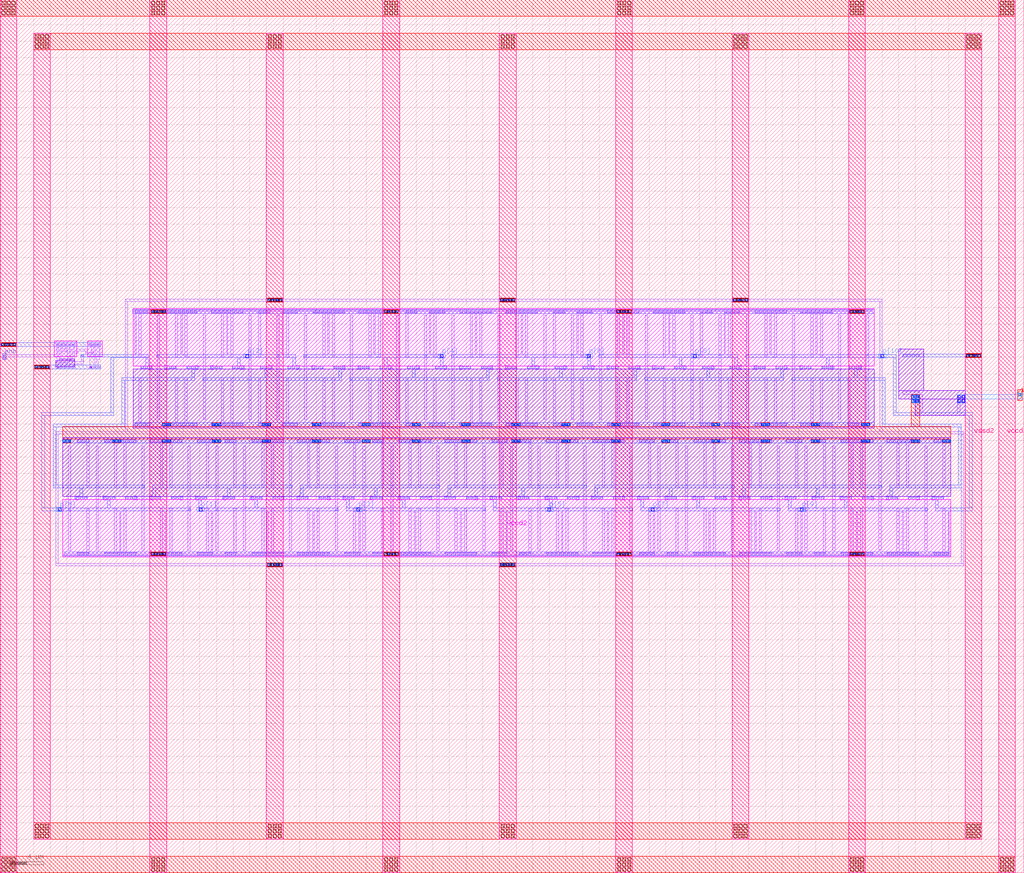
<source format=lef>
VERSION 5.7 ;
  NOWIREEXTENSIONATPIN ON ;
  DIVIDERCHAR "/" ;
  BUSBITCHARS "[]" ;
MACRO power_ring
  CLASS BLOCK ;
  FOREIGN power_ring ;
  ORIGIN 0.000 0.000 ;
  SIZE 122.000 BY 105.000 ;
  OBS
      LAYER met3 ;
        RECT 0.000 103.000 122.000 105.000 ;
        RECT 4.000 99.000 118.000 101.000 ;
        RECT 4.000 4.000 118.000 6.000 ;
        RECT 0.000 0.000 122.000 2.000 ;
      LAYER via3 ;
        RECT 0.200 104.400 0.600 104.800 ;
        RECT 0.800 104.400 1.200 104.800 ;
        RECT 1.400 104.400 1.800 104.800 ;
        RECT 18.200 104.400 18.600 104.800 ;
        RECT 18.800 104.400 19.200 104.800 ;
        RECT 19.400 104.400 19.800 104.800 ;
        RECT 46.200 104.400 46.600 104.800 ;
        RECT 46.800 104.400 47.200 104.800 ;
        RECT 47.400 104.400 47.800 104.800 ;
        RECT 74.200 104.400 74.600 104.800 ;
        RECT 74.800 104.400 75.200 104.800 ;
        RECT 75.400 104.400 75.800 104.800 ;
        RECT 102.200 104.400 102.600 104.800 ;
        RECT 102.800 104.400 103.200 104.800 ;
        RECT 103.400 104.400 103.800 104.800 ;
        RECT 120.200 104.400 120.600 104.800 ;
        RECT 120.800 104.400 121.200 104.800 ;
        RECT 121.400 104.400 121.800 104.800 ;
        RECT 0.200 103.800 0.600 104.200 ;
        RECT 0.800 103.800 1.200 104.200 ;
        RECT 1.400 103.800 1.800 104.200 ;
        RECT 18.200 103.800 18.600 104.200 ;
        RECT 18.800 103.800 19.200 104.200 ;
        RECT 19.400 103.800 19.800 104.200 ;
        RECT 46.200 103.800 46.600 104.200 ;
        RECT 46.800 103.800 47.200 104.200 ;
        RECT 47.400 103.800 47.800 104.200 ;
        RECT 74.200 103.800 74.600 104.200 ;
        RECT 74.800 103.800 75.200 104.200 ;
        RECT 75.400 103.800 75.800 104.200 ;
        RECT 102.200 103.800 102.600 104.200 ;
        RECT 102.800 103.800 103.200 104.200 ;
        RECT 103.400 103.800 103.800 104.200 ;
        RECT 120.200 103.800 120.600 104.200 ;
        RECT 120.800 103.800 121.200 104.200 ;
        RECT 121.400 103.800 121.800 104.200 ;
        RECT 0.200 103.200 0.600 103.600 ;
        RECT 0.800 103.200 1.200 103.600 ;
        RECT 1.400 103.200 1.800 103.600 ;
        RECT 18.200 103.200 18.600 103.600 ;
        RECT 18.800 103.200 19.200 103.600 ;
        RECT 19.400 103.200 19.800 103.600 ;
        RECT 46.200 103.200 46.600 103.600 ;
        RECT 46.800 103.200 47.200 103.600 ;
        RECT 47.400 103.200 47.800 103.600 ;
        RECT 74.200 103.200 74.600 103.600 ;
        RECT 74.800 103.200 75.200 103.600 ;
        RECT 75.400 103.200 75.800 103.600 ;
        RECT 102.200 103.200 102.600 103.600 ;
        RECT 102.800 103.200 103.200 103.600 ;
        RECT 103.400 103.200 103.800 103.600 ;
        RECT 120.200 103.200 120.600 103.600 ;
        RECT 120.800 103.200 121.200 103.600 ;
        RECT 121.400 103.200 121.800 103.600 ;
        RECT 4.200 100.400 4.600 100.800 ;
        RECT 4.800 100.400 5.200 100.800 ;
        RECT 5.400 100.400 5.800 100.800 ;
        RECT 32.200 100.400 32.600 100.800 ;
        RECT 32.800 100.400 33.200 100.800 ;
        RECT 33.400 100.400 33.800 100.800 ;
        RECT 60.200 100.400 60.600 100.800 ;
        RECT 60.800 100.400 61.200 100.800 ;
        RECT 61.400 100.400 61.800 100.800 ;
        RECT 88.200 100.400 88.600 100.800 ;
        RECT 88.800 100.400 89.200 100.800 ;
        RECT 89.400 100.400 89.800 100.800 ;
        RECT 116.200 100.400 116.600 100.800 ;
        RECT 116.800 100.400 117.200 100.800 ;
        RECT 117.400 100.400 117.800 100.800 ;
        RECT 4.200 99.800 4.600 100.200 ;
        RECT 4.800 99.800 5.200 100.200 ;
        RECT 5.400 99.800 5.800 100.200 ;
        RECT 32.200 99.800 32.600 100.200 ;
        RECT 32.800 99.800 33.200 100.200 ;
        RECT 33.400 99.800 33.800 100.200 ;
        RECT 60.200 99.800 60.600 100.200 ;
        RECT 60.800 99.800 61.200 100.200 ;
        RECT 61.400 99.800 61.800 100.200 ;
        RECT 88.200 99.800 88.600 100.200 ;
        RECT 88.800 99.800 89.200 100.200 ;
        RECT 89.400 99.800 89.800 100.200 ;
        RECT 116.200 99.800 116.600 100.200 ;
        RECT 116.800 99.800 117.200 100.200 ;
        RECT 117.400 99.800 117.800 100.200 ;
        RECT 4.200 99.200 4.600 99.600 ;
        RECT 4.800 99.200 5.200 99.600 ;
        RECT 5.400 99.200 5.800 99.600 ;
        RECT 32.200 99.200 32.600 99.600 ;
        RECT 32.800 99.200 33.200 99.600 ;
        RECT 33.400 99.200 33.800 99.600 ;
        RECT 60.200 99.200 60.600 99.600 ;
        RECT 60.800 99.200 61.200 99.600 ;
        RECT 61.400 99.200 61.800 99.600 ;
        RECT 88.200 99.200 88.600 99.600 ;
        RECT 88.800 99.200 89.200 99.600 ;
        RECT 89.400 99.200 89.800 99.600 ;
        RECT 116.200 99.200 116.600 99.600 ;
        RECT 116.800 99.200 117.200 99.600 ;
        RECT 117.400 99.200 117.800 99.600 ;
        RECT 4.200 5.400 4.600 5.800 ;
        RECT 4.800 5.400 5.200 5.800 ;
        RECT 5.400 5.400 5.800 5.800 ;
        RECT 32.200 5.400 32.600 5.800 ;
        RECT 32.800 5.400 33.200 5.800 ;
        RECT 33.400 5.400 33.800 5.800 ;
        RECT 60.200 5.400 60.600 5.800 ;
        RECT 60.800 5.400 61.200 5.800 ;
        RECT 61.400 5.400 61.800 5.800 ;
        RECT 88.200 5.400 88.600 5.800 ;
        RECT 88.800 5.400 89.200 5.800 ;
        RECT 89.400 5.400 89.800 5.800 ;
        RECT 116.200 5.400 116.600 5.800 ;
        RECT 116.800 5.400 117.200 5.800 ;
        RECT 117.400 5.400 117.800 5.800 ;
        RECT 4.200 4.800 4.600 5.200 ;
        RECT 4.800 4.800 5.200 5.200 ;
        RECT 5.400 4.800 5.800 5.200 ;
        RECT 32.200 4.800 32.600 5.200 ;
        RECT 32.800 4.800 33.200 5.200 ;
        RECT 33.400 4.800 33.800 5.200 ;
        RECT 60.200 4.800 60.600 5.200 ;
        RECT 60.800 4.800 61.200 5.200 ;
        RECT 61.400 4.800 61.800 5.200 ;
        RECT 88.200 4.800 88.600 5.200 ;
        RECT 88.800 4.800 89.200 5.200 ;
        RECT 89.400 4.800 89.800 5.200 ;
        RECT 116.200 4.800 116.600 5.200 ;
        RECT 116.800 4.800 117.200 5.200 ;
        RECT 117.400 4.800 117.800 5.200 ;
        RECT 4.200 4.200 4.600 4.600 ;
        RECT 4.800 4.200 5.200 4.600 ;
        RECT 5.400 4.200 5.800 4.600 ;
        RECT 32.200 4.200 32.600 4.600 ;
        RECT 32.800 4.200 33.200 4.600 ;
        RECT 33.400 4.200 33.800 4.600 ;
        RECT 60.200 4.200 60.600 4.600 ;
        RECT 60.800 4.200 61.200 4.600 ;
        RECT 61.400 4.200 61.800 4.600 ;
        RECT 88.200 4.200 88.600 4.600 ;
        RECT 88.800 4.200 89.200 4.600 ;
        RECT 89.400 4.200 89.800 4.600 ;
        RECT 116.200 4.200 116.600 4.600 ;
        RECT 116.800 4.200 117.200 4.600 ;
        RECT 117.400 4.200 117.800 4.600 ;
        RECT 0.200 1.400 0.600 1.800 ;
        RECT 0.800 1.400 1.200 1.800 ;
        RECT 1.400 1.400 1.800 1.800 ;
        RECT 18.200 1.400 18.600 1.800 ;
        RECT 18.800 1.400 19.200 1.800 ;
        RECT 19.400 1.400 19.800 1.800 ;
        RECT 46.200 1.400 46.600 1.800 ;
        RECT 46.800 1.400 47.200 1.800 ;
        RECT 47.400 1.400 47.800 1.800 ;
        RECT 74.200 1.400 74.600 1.800 ;
        RECT 74.800 1.400 75.200 1.800 ;
        RECT 75.400 1.400 75.800 1.800 ;
        RECT 102.200 1.400 102.600 1.800 ;
        RECT 102.800 1.400 103.200 1.800 ;
        RECT 103.400 1.400 103.800 1.800 ;
        RECT 120.200 1.400 120.600 1.800 ;
        RECT 120.800 1.400 121.200 1.800 ;
        RECT 121.400 1.400 121.800 1.800 ;
        RECT 0.200 0.800 0.600 1.200 ;
        RECT 0.800 0.800 1.200 1.200 ;
        RECT 1.400 0.800 1.800 1.200 ;
        RECT 18.200 0.800 18.600 1.200 ;
        RECT 18.800 0.800 19.200 1.200 ;
        RECT 19.400 0.800 19.800 1.200 ;
        RECT 46.200 0.800 46.600 1.200 ;
        RECT 46.800 0.800 47.200 1.200 ;
        RECT 47.400 0.800 47.800 1.200 ;
        RECT 74.200 0.800 74.600 1.200 ;
        RECT 74.800 0.800 75.200 1.200 ;
        RECT 75.400 0.800 75.800 1.200 ;
        RECT 102.200 0.800 102.600 1.200 ;
        RECT 102.800 0.800 103.200 1.200 ;
        RECT 103.400 0.800 103.800 1.200 ;
        RECT 120.200 0.800 120.600 1.200 ;
        RECT 120.800 0.800 121.200 1.200 ;
        RECT 121.400 0.800 121.800 1.200 ;
        RECT 0.200 0.200 0.600 0.600 ;
        RECT 0.800 0.200 1.200 0.600 ;
        RECT 1.400 0.200 1.800 0.600 ;
        RECT 18.200 0.200 18.600 0.600 ;
        RECT 18.800 0.200 19.200 0.600 ;
        RECT 19.400 0.200 19.800 0.600 ;
        RECT 46.200 0.200 46.600 0.600 ;
        RECT 46.800 0.200 47.200 0.600 ;
        RECT 47.400 0.200 47.800 0.600 ;
        RECT 74.200 0.200 74.600 0.600 ;
        RECT 74.800 0.200 75.200 0.600 ;
        RECT 75.400 0.200 75.800 0.600 ;
        RECT 102.200 0.200 102.600 0.600 ;
        RECT 102.800 0.200 103.200 0.600 ;
        RECT 103.400 0.200 103.800 0.600 ;
        RECT 120.200 0.200 120.600 0.600 ;
        RECT 120.800 0.200 121.200 0.600 ;
        RECT 121.400 0.200 121.800 0.600 ;
      LAYER met4 ;
        RECT 0.000 0.000 2.000 105.000 ;
        RECT 4.000 4.000 6.000 101.000 ;
        RECT 18.000 0.000 20.000 105.000 ;
        RECT 32.000 4.000 34.000 101.000 ;
        RECT 46.000 0.000 48.000 105.000 ;
        RECT 60.000 4.000 62.000 101.000 ;
        RECT 74.000 0.000 76.000 105.000 ;
        RECT 88.000 4.000 90.000 101.000 ;
        RECT 102.000 0.000 104.000 105.000 ;
        RECT 116.000 4.000 118.000 101.000 ;
        RECT 120.000 0.000 122.000 105.000 ;
  END
END power_ring
MACRO pwell_co_ring_w6
  CLASS BLOCK ;
  FOREIGN pwell_co_ring_w6 ;
  ORIGIN 8.400 31.800 ;
  SIZE 109.125 BY 32.100 ;
  OBS
      LAYER li1 ;
        RECT -0.100 0.000 90.900 0.300 ;
        RECT -0.100 -15.630 0.200 0.000 ;
        RECT 90.600 -15.630 90.900 0.000 ;
        RECT -8.400 -15.930 100.725 -15.630 ;
        RECT -8.400 -31.500 -8.100 -15.930 ;
        RECT 100.400 -16.000 100.725 -15.930 ;
        RECT 100.400 -31.500 100.700 -16.000 ;
        RECT -8.400 -31.800 100.700 -31.500 ;
  END
END pwell_co_ring_w6
MACRO via_m4_li
  CLASS BLOCK ;
  FOREIGN via_m4_li ;
  ORIGIN 0.000 -0.010 ;
  SIZE 2.000 BY 0.480 ;
  OBS
      LAYER li1 ;
        RECT 0.000 0.100 2.000 0.400 ;
      LAYER mcon ;
        RECT 0.110 0.100 0.410 0.400 ;
        RECT 0.600 0.100 0.900 0.400 ;
        RECT 1.100 0.100 1.400 0.400 ;
        RECT 1.590 0.100 1.890 0.400 ;
      LAYER met1 ;
        RECT 0.080 0.010 1.920 0.490 ;
      LAYER via ;
        RECT 0.130 0.100 0.430 0.400 ;
        RECT 0.490 0.100 0.790 0.400 ;
        RECT 0.850 0.100 1.150 0.400 ;
        RECT 1.210 0.100 1.510 0.400 ;
        RECT 1.570 0.100 1.870 0.400 ;
      LAYER met2 ;
        RECT 0.000 0.010 2.000 0.490 ;
      LAYER via2 ;
        RECT 0.180 0.090 0.500 0.410 ;
        RECT 0.620 0.090 0.940 0.410 ;
        RECT 1.060 0.090 1.380 0.410 ;
        RECT 1.500 0.090 1.820 0.410 ;
      LAYER met3 ;
        RECT 0.000 0.010 2.000 0.490 ;
      LAYER via3 ;
        RECT 0.160 0.070 0.520 0.435 ;
        RECT 0.600 0.070 0.960 0.435 ;
        RECT 1.040 0.070 1.400 0.435 ;
        RECT 1.480 0.070 1.840 0.435 ;
      LAYER met4 ;
        RECT 0.000 0.010 2.000 0.490 ;
  END
END via_m4_li
MACRO via_m1
  CLASS BLOCK ;
  FOREIGN via_m1 ;
  ORIGIN -54.490 -34.780 ;
  SIZE 2.000 BY 0.480 ;
  OBS
      LAYER met1 ;
        RECT 54.620 34.780 56.360 35.260 ;
      LAYER via ;
        RECT 54.620 34.870 54.920 35.170 ;
        RECT 54.980 34.870 55.280 35.170 ;
        RECT 55.340 34.870 55.640 35.170 ;
        RECT 55.700 34.870 56.000 35.170 ;
        RECT 56.060 34.870 56.360 35.170 ;
      LAYER met2 ;
        RECT 54.490 34.780 56.490 35.260 ;
      LAYER via2 ;
        RECT 54.670 34.860 54.990 35.180 ;
        RECT 55.110 34.860 55.430 35.180 ;
        RECT 55.550 34.860 55.870 35.180 ;
        RECT 55.990 34.860 56.310 35.180 ;
      LAYER met3 ;
        RECT 54.490 34.780 56.490 35.260 ;
      LAYER via3 ;
        RECT 54.650 34.840 55.010 35.205 ;
        RECT 55.090 34.840 55.450 35.205 ;
        RECT 55.530 34.840 55.890 35.205 ;
        RECT 55.970 34.840 56.330 35.205 ;
      LAYER met4 ;
        RECT 54.490 34.780 56.490 35.260 ;
  END
END via_m1
MACRO ring_osc_w6
  CLASS BLOCK ;
  FOREIGN ring_osc_w6 ;
  ORIGIN 7.050 0.000 ;
  SIZE 122.600 BY 29.840 ;
  OBS
      LAYER nwell ;
        RECT -1.000 24.105 1.680 25.950 ;
        RECT 2.995 24.105 4.755 25.950 ;
      LAYER pwell ;
        RECT -0.320 23.585 1.485 23.815 ;
        RECT -0.805 22.905 1.485 23.585 ;
      LAYER nwell ;
        RECT 8.480 22.965 97.550 29.840 ;
        RECT 19.520 22.960 26.710 22.965 ;
        RECT 37.230 22.960 44.420 22.965 ;
        RECT 54.940 22.960 62.130 22.965 ;
        RECT 72.650 22.960 79.840 22.965 ;
        RECT 90.360 22.960 97.550 22.965 ;
      LAYER pwell ;
        RECT -0.660 22.715 -0.490 22.905 ;
        RECT 3.330 22.715 3.500 22.885 ;
        RECT 8.480 15.470 97.550 22.570 ;
        RECT 100.500 20.000 103.500 25.000 ;
        RECT 100.500 19.000 108.500 20.000 ;
        RECT 102.500 17.000 108.500 19.000 ;
        RECT 0.000 7.270 106.780 14.370 ;
      LAYER nwell ;
        RECT 0.000 6.875 7.190 6.880 ;
        RECT 17.710 6.875 24.900 6.880 ;
        RECT 35.420 6.875 42.610 6.880 ;
        RECT 53.130 6.875 60.320 6.880 ;
        RECT 70.840 6.875 78.030 6.880 ;
        RECT 88.550 6.875 95.740 6.880 ;
        RECT 0.000 0.000 106.780 6.875 ;
      LAYER li1 ;
        RECT 8.660 29.660 10.550 29.690 ;
        RECT 12.340 29.660 16.190 29.690 ;
        RECT 17.850 29.660 21.700 29.690 ;
        RECT 23.540 29.660 24.940 29.690 ;
        RECT 26.370 29.660 28.260 29.690 ;
        RECT 30.050 29.660 33.900 29.690 ;
        RECT 35.560 29.660 39.410 29.690 ;
        RECT 41.250 29.660 42.650 29.690 ;
        RECT 44.080 29.660 45.970 29.690 ;
        RECT 47.760 29.660 51.610 29.690 ;
        RECT 53.270 29.660 57.120 29.690 ;
        RECT 58.960 29.660 60.360 29.690 ;
        RECT 61.790 29.660 63.680 29.690 ;
        RECT 65.470 29.660 69.320 29.690 ;
        RECT 70.980 29.660 74.830 29.690 ;
        RECT 76.670 29.660 78.070 29.690 ;
        RECT 79.500 29.660 81.390 29.690 ;
        RECT 83.180 29.660 87.030 29.690 ;
        RECT 88.690 29.660 92.540 29.690 ;
        RECT 94.380 29.660 95.780 29.690 ;
        RECT 8.660 29.490 97.370 29.660 ;
        RECT 8.660 29.330 10.550 29.490 ;
        RECT 12.340 29.330 16.190 29.490 ;
        RECT 17.850 29.330 21.700 29.490 ;
        RECT 23.540 29.330 24.940 29.490 ;
        RECT 26.370 29.330 28.260 29.490 ;
        RECT 30.050 29.330 33.900 29.490 ;
        RECT 35.560 29.330 39.410 29.490 ;
        RECT 41.250 29.330 42.650 29.490 ;
        RECT 44.080 29.330 45.970 29.490 ;
        RECT 47.760 29.330 51.610 29.490 ;
        RECT 53.270 29.330 57.120 29.490 ;
        RECT 58.960 29.330 60.360 29.490 ;
        RECT 61.790 29.330 63.680 29.490 ;
        RECT 65.470 29.330 69.320 29.490 ;
        RECT 70.980 29.330 74.830 29.490 ;
        RECT 76.670 29.330 78.070 29.490 ;
        RECT 79.500 29.330 81.390 29.490 ;
        RECT 83.180 29.330 87.030 29.490 ;
        RECT 88.690 29.330 92.540 29.490 ;
        RECT 94.380 29.330 95.780 29.490 ;
        RECT -0.810 25.605 0.190 25.770 ;
        RECT 3.185 25.605 4.185 25.770 ;
        RECT -0.810 25.435 1.490 25.605 ;
        RECT 3.185 25.435 4.565 25.605 ;
        RECT -0.725 24.865 -0.465 25.265 ;
        RECT -0.295 25.035 0.640 25.435 ;
        RECT 0.810 24.925 1.405 25.265 ;
        RECT -0.725 24.695 0.640 24.865 ;
        RECT -0.725 24.300 -0.265 24.525 ;
        RECT -7.050 24.000 -0.265 24.300 ;
        RECT -0.725 23.795 -0.265 24.000 ;
        RECT -0.095 23.625 0.640 24.695 ;
        RECT -0.725 23.455 0.640 23.625 ;
        RECT 0.810 23.605 0.985 24.925 ;
        RECT 1.165 24.750 1.405 24.755 ;
        RECT 1.680 24.750 3.005 24.960 ;
        RECT 1.165 24.740 3.005 24.750 ;
        RECT 1.165 24.530 1.900 24.740 ;
        RECT 2.785 24.535 3.005 24.740 ;
        RECT 3.460 24.710 3.790 25.435 ;
        RECT 3.270 24.535 3.790 24.540 ;
        RECT 1.165 23.775 1.405 24.530 ;
        RECT 2.785 24.315 3.790 24.535 ;
        RECT 0.810 23.480 1.405 23.605 ;
        RECT 2.210 23.480 2.510 24.310 ;
        RECT -0.725 23.055 -0.465 23.455 ;
        RECT -0.295 22.885 0.640 23.285 ;
        RECT 0.810 23.180 2.510 23.480 ;
        RECT 0.810 23.055 1.405 23.180 ;
        RECT 3.270 23.055 3.790 24.315 ;
        RECT 3.960 23.715 4.480 25.265 ;
        RECT 8.660 24.460 8.830 29.330 ;
        RECT 9.170 24.040 9.460 29.330 ;
        RECT 3.960 22.885 4.300 23.545 ;
        RECT 10.380 22.950 10.760 23.000 ;
        RECT -0.810 22.715 1.490 22.885 ;
        RECT 3.185 22.715 4.565 22.885 ;
        RECT 9.430 22.590 10.760 22.950 ;
        RECT 10.380 22.540 10.760 22.590 ;
        RECT 9.170 16.090 9.460 21.540 ;
        RECT 11.355 16.500 11.655 29.090 ;
        RECT 13.550 24.040 13.840 29.330 ;
        RECT 14.180 24.460 14.350 29.330 ;
        RECT 14.690 24.040 14.980 29.330 ;
        RECT 12.250 22.950 12.630 23.000 ;
        RECT 15.900 22.950 16.280 23.000 ;
        RECT 12.250 22.590 13.580 22.950 ;
        RECT 14.950 22.590 16.280 22.950 ;
        RECT 12.250 22.540 12.630 22.590 ;
        RECT 15.900 22.540 16.280 22.590 ;
        RECT 13.550 16.090 13.840 21.540 ;
        RECT 14.690 16.090 14.980 21.540 ;
        RECT 16.875 16.500 17.175 29.090 ;
        RECT 19.070 24.040 19.360 29.330 ;
        RECT 19.700 24.460 19.870 29.330 ;
        RECT 20.210 24.030 20.500 29.330 ;
        RECT 17.770 22.950 18.150 23.000 ;
        RECT 21.420 22.950 21.800 23.000 ;
        RECT 17.770 22.590 19.100 22.950 ;
        RECT 20.470 22.590 21.800 22.950 ;
        RECT 17.770 22.540 18.150 22.590 ;
        RECT 21.420 22.540 21.800 22.590 ;
        RECT 19.070 16.090 19.360 21.540 ;
        RECT 20.210 16.090 20.500 21.540 ;
        RECT 22.400 16.500 22.700 29.090 ;
        RECT 23.540 24.030 23.830 29.330 ;
        RECT 24.750 22.950 25.130 23.000 ;
        RECT 23.800 22.590 25.130 22.950 ;
        RECT 24.750 22.540 25.130 22.590 ;
        RECT 23.540 16.090 23.830 21.540 ;
        RECT 25.730 16.500 26.030 29.090 ;
        RECT 26.370 24.460 26.540 29.330 ;
        RECT 26.880 24.040 27.170 29.330 ;
        RECT 28.090 22.950 28.470 23.000 ;
        RECT 27.140 22.590 28.470 22.950 ;
        RECT 28.090 22.540 28.470 22.590 ;
        RECT 26.880 16.090 27.170 21.540 ;
        RECT 29.065 16.500 29.365 29.090 ;
        RECT 31.260 24.040 31.550 29.330 ;
        RECT 31.890 24.460 32.060 29.330 ;
        RECT 32.400 24.040 32.690 29.330 ;
        RECT 29.960 22.950 30.340 23.000 ;
        RECT 33.610 22.950 33.990 23.000 ;
        RECT 29.960 22.590 31.290 22.950 ;
        RECT 32.660 22.590 33.990 22.950 ;
        RECT 29.960 22.540 30.340 22.590 ;
        RECT 33.610 22.540 33.990 22.590 ;
        RECT 31.260 16.090 31.550 21.540 ;
        RECT 32.400 16.090 32.690 21.540 ;
        RECT 34.585 16.500 34.885 29.090 ;
        RECT 36.780 24.040 37.070 29.330 ;
        RECT 37.410 24.460 37.580 29.330 ;
        RECT 37.920 24.030 38.210 29.330 ;
        RECT 35.480 22.950 35.860 23.000 ;
        RECT 39.130 22.950 39.510 23.000 ;
        RECT 35.480 22.590 36.810 22.950 ;
        RECT 38.180 22.590 39.510 22.950 ;
        RECT 35.480 22.540 35.860 22.590 ;
        RECT 39.130 22.540 39.510 22.590 ;
        RECT 36.780 16.090 37.070 21.540 ;
        RECT 37.920 16.090 38.210 21.540 ;
        RECT 40.110 16.500 40.410 29.090 ;
        RECT 41.250 24.030 41.540 29.330 ;
        RECT 42.460 22.950 42.840 23.000 ;
        RECT 41.510 22.590 42.840 22.950 ;
        RECT 42.460 22.540 42.840 22.590 ;
        RECT 41.250 16.090 41.540 21.540 ;
        RECT 43.440 16.500 43.740 29.090 ;
        RECT 44.080 24.460 44.250 29.330 ;
        RECT 44.590 24.040 44.880 29.330 ;
        RECT 45.800 22.950 46.180 23.000 ;
        RECT 44.850 22.590 46.180 22.950 ;
        RECT 45.800 22.540 46.180 22.590 ;
        RECT 44.590 16.090 44.880 21.540 ;
        RECT 46.775 16.500 47.075 29.090 ;
        RECT 48.970 24.040 49.260 29.330 ;
        RECT 49.600 24.460 49.770 29.330 ;
        RECT 50.110 24.040 50.400 29.330 ;
        RECT 47.670 22.950 48.050 23.000 ;
        RECT 51.320 22.950 51.700 23.000 ;
        RECT 47.670 22.590 49.000 22.950 ;
        RECT 50.370 22.590 51.700 22.950 ;
        RECT 47.670 22.540 48.050 22.590 ;
        RECT 51.320 22.540 51.700 22.590 ;
        RECT 48.970 16.090 49.260 21.540 ;
        RECT 50.110 16.090 50.400 21.540 ;
        RECT 52.295 16.500 52.595 29.090 ;
        RECT 54.490 24.040 54.780 29.330 ;
        RECT 55.120 24.460 55.290 29.330 ;
        RECT 55.630 24.030 55.920 29.330 ;
        RECT 53.190 22.950 53.570 23.000 ;
        RECT 56.840 22.950 57.220 23.000 ;
        RECT 53.190 22.590 54.520 22.950 ;
        RECT 55.890 22.590 57.220 22.950 ;
        RECT 53.190 22.540 53.570 22.590 ;
        RECT 56.840 22.540 57.220 22.590 ;
        RECT 54.490 16.090 54.780 21.540 ;
        RECT 55.630 16.090 55.920 21.540 ;
        RECT 57.820 16.500 58.120 29.090 ;
        RECT 58.960 24.030 59.250 29.330 ;
        RECT 60.170 22.950 60.550 23.000 ;
        RECT 59.220 22.590 60.550 22.950 ;
        RECT 60.170 22.540 60.550 22.590 ;
        RECT 58.960 16.090 59.250 21.540 ;
        RECT 61.150 16.500 61.450 29.090 ;
        RECT 61.790 24.460 61.960 29.330 ;
        RECT 62.300 24.040 62.590 29.330 ;
        RECT 63.510 22.950 63.890 23.000 ;
        RECT 62.560 22.590 63.890 22.950 ;
        RECT 63.510 22.540 63.890 22.590 ;
        RECT 62.300 16.090 62.590 21.540 ;
        RECT 64.485 16.500 64.785 29.090 ;
        RECT 66.680 24.040 66.970 29.330 ;
        RECT 67.310 24.460 67.480 29.330 ;
        RECT 67.820 24.040 68.110 29.330 ;
        RECT 65.380 22.950 65.760 23.000 ;
        RECT 69.030 22.950 69.410 23.000 ;
        RECT 65.380 22.590 66.710 22.950 ;
        RECT 68.080 22.590 69.410 22.950 ;
        RECT 65.380 22.540 65.760 22.590 ;
        RECT 69.030 22.540 69.410 22.590 ;
        RECT 66.680 16.090 66.970 21.540 ;
        RECT 67.820 16.090 68.110 21.540 ;
        RECT 70.005 16.500 70.305 29.090 ;
        RECT 72.200 24.040 72.490 29.330 ;
        RECT 72.830 24.460 73.000 29.330 ;
        RECT 73.340 24.030 73.630 29.330 ;
        RECT 70.900 22.950 71.280 23.000 ;
        RECT 74.550 22.950 74.930 23.000 ;
        RECT 70.900 22.590 72.230 22.950 ;
        RECT 73.600 22.590 74.930 22.950 ;
        RECT 70.900 22.540 71.280 22.590 ;
        RECT 74.550 22.540 74.930 22.590 ;
        RECT 72.200 16.090 72.490 21.540 ;
        RECT 73.340 16.090 73.630 21.540 ;
        RECT 75.530 16.500 75.830 29.090 ;
        RECT 76.670 24.030 76.960 29.330 ;
        RECT 77.880 22.950 78.260 23.000 ;
        RECT 76.930 22.590 78.260 22.950 ;
        RECT 77.880 22.540 78.260 22.590 ;
        RECT 76.670 16.090 76.960 21.540 ;
        RECT 78.860 16.500 79.160 29.090 ;
        RECT 79.500 24.460 79.670 29.330 ;
        RECT 80.010 24.040 80.300 29.330 ;
        RECT 81.220 22.950 81.600 23.000 ;
        RECT 80.270 22.590 81.600 22.950 ;
        RECT 81.220 22.540 81.600 22.590 ;
        RECT 80.010 16.090 80.300 21.540 ;
        RECT 82.195 16.500 82.495 29.090 ;
        RECT 84.390 24.040 84.680 29.330 ;
        RECT 85.020 24.460 85.190 29.330 ;
        RECT 85.530 24.040 85.820 29.330 ;
        RECT 83.090 22.950 83.470 23.000 ;
        RECT 86.740 22.950 87.120 23.000 ;
        RECT 83.090 22.590 84.420 22.950 ;
        RECT 85.790 22.590 87.120 22.950 ;
        RECT 83.090 22.540 83.470 22.590 ;
        RECT 86.740 22.540 87.120 22.590 ;
        RECT 84.390 16.090 84.680 21.540 ;
        RECT 85.530 16.090 85.820 21.540 ;
        RECT 87.715 16.500 88.015 29.090 ;
        RECT 89.910 24.040 90.200 29.330 ;
        RECT 90.540 24.460 90.710 29.330 ;
        RECT 91.050 24.030 91.340 29.330 ;
        RECT 88.610 22.950 88.990 23.000 ;
        RECT 92.260 22.950 92.640 23.000 ;
        RECT 88.610 22.590 89.940 22.950 ;
        RECT 91.310 22.590 92.640 22.950 ;
        RECT 88.610 22.540 88.990 22.590 ;
        RECT 92.260 22.540 92.640 22.590 ;
        RECT 89.910 16.090 90.200 21.540 ;
        RECT 91.050 16.090 91.340 21.540 ;
        RECT 93.240 16.500 93.540 29.090 ;
        RECT 94.380 24.030 94.670 29.330 ;
        RECT 95.590 22.950 95.970 23.000 ;
        RECT 94.640 22.590 95.970 22.950 ;
        RECT 95.590 22.540 95.970 22.590 ;
        RECT 94.380 16.090 94.670 21.540 ;
        RECT 96.570 16.500 96.870 29.090 ;
        RECT 101.000 24.015 103.000 24.380 ;
        RECT 101.000 19.500 103.000 19.865 ;
        RECT 102.000 18.500 103.365 19.500 ;
        RECT 103.000 17.500 103.365 18.500 ;
        RECT 107.515 18.500 108.500 19.500 ;
        RECT 107.515 17.500 107.880 18.500 ;
        RECT 8.660 15.730 10.550 16.090 ;
        RECT 12.340 15.730 16.190 16.090 ;
        RECT 17.850 15.730 21.700 16.090 ;
        RECT 23.540 15.730 24.940 16.090 ;
        RECT 26.370 15.730 28.260 16.090 ;
        RECT 30.050 15.730 33.900 16.090 ;
        RECT 35.560 15.730 39.410 16.090 ;
        RECT 41.250 15.730 42.650 16.090 ;
        RECT 44.080 15.730 45.970 16.090 ;
        RECT 47.760 15.730 51.610 16.090 ;
        RECT 53.270 15.730 57.120 16.090 ;
        RECT 58.960 15.730 60.360 16.090 ;
        RECT 61.790 15.730 63.680 16.090 ;
        RECT 65.470 15.730 69.320 16.090 ;
        RECT 70.980 15.730 74.830 16.090 ;
        RECT 76.670 15.730 78.070 16.090 ;
        RECT 79.500 15.730 81.390 16.090 ;
        RECT 83.180 15.730 87.030 16.090 ;
        RECT 88.690 15.730 92.540 16.090 ;
        RECT 94.380 15.730 95.780 16.090 ;
        RECT 1.770 13.750 3.170 14.110 ;
        RECT 5.010 13.750 8.860 14.110 ;
        RECT 10.520 13.750 14.370 14.110 ;
        RECT 16.160 13.750 18.050 14.110 ;
        RECT 19.480 13.750 20.880 14.110 ;
        RECT 22.720 13.750 26.570 14.110 ;
        RECT 28.230 13.750 32.080 14.110 ;
        RECT 33.870 13.750 35.760 14.110 ;
        RECT 37.190 13.750 38.590 14.110 ;
        RECT 40.430 13.750 44.280 14.110 ;
        RECT 45.940 13.750 49.790 14.110 ;
        RECT 51.580 13.750 53.470 14.110 ;
        RECT 54.900 13.750 56.300 14.110 ;
        RECT 58.140 13.750 61.990 14.110 ;
        RECT 63.650 13.750 67.500 14.110 ;
        RECT 69.290 13.750 71.180 14.110 ;
        RECT 72.610 13.750 74.010 14.110 ;
        RECT 75.850 13.750 79.700 14.110 ;
        RECT 81.360 13.750 85.210 14.110 ;
        RECT 87.000 13.750 88.890 14.110 ;
        RECT 90.320 13.750 91.720 14.110 ;
        RECT 93.560 13.750 97.410 14.110 ;
        RECT 99.070 13.750 102.920 14.110 ;
        RECT 104.710 13.750 106.600 14.110 ;
        RECT 0.680 0.750 0.980 13.340 ;
        RECT 2.880 8.300 3.170 13.750 ;
        RECT 1.580 7.250 1.960 7.300 ;
        RECT 1.580 6.890 2.910 7.250 ;
        RECT 1.580 6.840 1.960 6.890 ;
        RECT 2.880 0.510 3.170 5.810 ;
        RECT 4.010 0.750 4.310 13.340 ;
        RECT 6.210 8.300 6.500 13.750 ;
        RECT 7.350 8.300 7.640 13.750 ;
        RECT 4.910 7.250 5.290 7.300 ;
        RECT 8.560 7.250 8.940 7.300 ;
        RECT 4.910 6.890 6.240 7.250 ;
        RECT 7.610 6.890 8.940 7.250 ;
        RECT 4.910 6.840 5.290 6.890 ;
        RECT 8.560 6.840 8.940 6.890 ;
        RECT 6.210 0.510 6.500 5.810 ;
        RECT 6.840 0.510 7.010 5.380 ;
        RECT 7.350 0.510 7.640 5.800 ;
        RECT 9.535 0.750 9.835 13.340 ;
        RECT 11.730 8.300 12.020 13.750 ;
        RECT 12.870 8.300 13.160 13.750 ;
        RECT 10.430 7.250 10.810 7.300 ;
        RECT 14.080 7.250 14.460 7.300 ;
        RECT 10.430 6.890 11.760 7.250 ;
        RECT 13.130 6.890 14.460 7.250 ;
        RECT 10.430 6.840 10.810 6.890 ;
        RECT 14.080 6.840 14.460 6.890 ;
        RECT 11.730 0.510 12.020 5.800 ;
        RECT 12.360 0.510 12.530 5.380 ;
        RECT 12.870 0.510 13.160 5.800 ;
        RECT 15.055 0.750 15.355 13.340 ;
        RECT 17.250 8.300 17.540 13.750 ;
        RECT 15.950 7.250 16.330 7.300 ;
        RECT 15.950 6.890 17.280 7.250 ;
        RECT 15.950 6.840 16.330 6.890 ;
        RECT 17.250 0.510 17.540 5.800 ;
        RECT 17.880 0.510 18.050 5.380 ;
        RECT 18.390 0.750 18.690 13.340 ;
        RECT 20.590 8.300 20.880 13.750 ;
        RECT 19.290 7.250 19.670 7.300 ;
        RECT 19.290 6.890 20.620 7.250 ;
        RECT 19.290 6.840 19.670 6.890 ;
        RECT 20.590 0.510 20.880 5.810 ;
        RECT 21.720 0.750 22.020 13.340 ;
        RECT 23.920 8.300 24.210 13.750 ;
        RECT 25.060 8.300 25.350 13.750 ;
        RECT 22.620 7.250 23.000 7.300 ;
        RECT 26.270 7.250 26.650 7.300 ;
        RECT 22.620 6.890 23.950 7.250 ;
        RECT 25.320 6.890 26.650 7.250 ;
        RECT 22.620 6.840 23.000 6.890 ;
        RECT 26.270 6.840 26.650 6.890 ;
        RECT 23.920 0.510 24.210 5.810 ;
        RECT 24.550 0.510 24.720 5.380 ;
        RECT 25.060 0.510 25.350 5.800 ;
        RECT 27.245 0.750 27.545 13.340 ;
        RECT 29.440 8.300 29.730 13.750 ;
        RECT 30.580 8.300 30.870 13.750 ;
        RECT 28.140 7.250 28.520 7.300 ;
        RECT 31.790 7.250 32.170 7.300 ;
        RECT 28.140 6.890 29.470 7.250 ;
        RECT 30.840 6.890 32.170 7.250 ;
        RECT 28.140 6.840 28.520 6.890 ;
        RECT 31.790 6.840 32.170 6.890 ;
        RECT 29.440 0.510 29.730 5.800 ;
        RECT 30.070 0.510 30.240 5.380 ;
        RECT 30.580 0.510 30.870 5.800 ;
        RECT 32.765 0.750 33.065 13.340 ;
        RECT 34.960 8.300 35.250 13.750 ;
        RECT 33.660 7.250 34.040 7.300 ;
        RECT 33.660 6.890 34.990 7.250 ;
        RECT 33.660 6.840 34.040 6.890 ;
        RECT 34.960 0.510 35.250 5.800 ;
        RECT 35.590 0.510 35.760 5.380 ;
        RECT 36.100 0.750 36.400 13.340 ;
        RECT 38.300 8.300 38.590 13.750 ;
        RECT 37.000 7.250 37.380 7.300 ;
        RECT 37.000 6.890 38.330 7.250 ;
        RECT 37.000 6.840 37.380 6.890 ;
        RECT 38.300 0.510 38.590 5.810 ;
        RECT 39.430 0.750 39.730 13.340 ;
        RECT 41.630 8.300 41.920 13.750 ;
        RECT 42.770 8.300 43.060 13.750 ;
        RECT 40.330 7.250 40.710 7.300 ;
        RECT 43.980 7.250 44.360 7.300 ;
        RECT 40.330 6.890 41.660 7.250 ;
        RECT 43.030 6.890 44.360 7.250 ;
        RECT 40.330 6.840 40.710 6.890 ;
        RECT 43.980 6.840 44.360 6.890 ;
        RECT 41.630 0.510 41.920 5.810 ;
        RECT 42.260 0.510 42.430 5.380 ;
        RECT 42.770 0.510 43.060 5.800 ;
        RECT 44.955 0.750 45.255 13.340 ;
        RECT 47.150 8.300 47.440 13.750 ;
        RECT 48.290 8.300 48.580 13.750 ;
        RECT 45.850 7.250 46.230 7.300 ;
        RECT 49.500 7.250 49.880 7.300 ;
        RECT 45.850 6.890 47.180 7.250 ;
        RECT 48.550 6.890 49.880 7.250 ;
        RECT 45.850 6.840 46.230 6.890 ;
        RECT 49.500 6.840 49.880 6.890 ;
        RECT 47.150 0.510 47.440 5.800 ;
        RECT 47.780 0.510 47.950 5.380 ;
        RECT 48.290 0.510 48.580 5.800 ;
        RECT 50.475 0.750 50.775 13.340 ;
        RECT 52.670 8.300 52.960 13.750 ;
        RECT 51.370 7.250 51.750 7.300 ;
        RECT 51.370 6.890 52.700 7.250 ;
        RECT 51.370 6.840 51.750 6.890 ;
        RECT 52.670 0.510 52.960 5.800 ;
        RECT 53.300 0.510 53.470 5.380 ;
        RECT 53.810 0.750 54.110 13.340 ;
        RECT 56.010 8.300 56.300 13.750 ;
        RECT 54.710 7.250 55.090 7.300 ;
        RECT 54.710 6.890 56.040 7.250 ;
        RECT 54.710 6.840 55.090 6.890 ;
        RECT 56.010 0.510 56.300 5.810 ;
        RECT 57.140 0.750 57.440 13.340 ;
        RECT 59.340 8.300 59.630 13.750 ;
        RECT 60.480 8.300 60.770 13.750 ;
        RECT 58.040 7.250 58.420 7.300 ;
        RECT 61.690 7.250 62.070 7.300 ;
        RECT 58.040 6.890 59.370 7.250 ;
        RECT 60.740 6.890 62.070 7.250 ;
        RECT 58.040 6.840 58.420 6.890 ;
        RECT 61.690 6.840 62.070 6.890 ;
        RECT 59.340 0.510 59.630 5.810 ;
        RECT 59.970 0.510 60.140 5.380 ;
        RECT 60.480 0.510 60.770 5.800 ;
        RECT 62.665 0.750 62.965 13.340 ;
        RECT 64.860 8.300 65.150 13.750 ;
        RECT 66.000 8.300 66.290 13.750 ;
        RECT 63.560 7.250 63.940 7.300 ;
        RECT 67.210 7.250 67.590 7.300 ;
        RECT 63.560 6.890 64.890 7.250 ;
        RECT 66.260 6.890 67.590 7.250 ;
        RECT 63.560 6.840 63.940 6.890 ;
        RECT 67.210 6.840 67.590 6.890 ;
        RECT 64.860 0.510 65.150 5.800 ;
        RECT 65.490 0.510 65.660 5.380 ;
        RECT 66.000 0.510 66.290 5.800 ;
        RECT 68.185 0.750 68.485 13.340 ;
        RECT 70.380 8.300 70.670 13.750 ;
        RECT 69.080 7.250 69.460 7.300 ;
        RECT 69.080 6.890 70.410 7.250 ;
        RECT 69.080 6.840 69.460 6.890 ;
        RECT 70.380 0.510 70.670 5.800 ;
        RECT 71.010 0.510 71.180 5.380 ;
        RECT 71.520 0.750 71.820 13.340 ;
        RECT 73.720 8.300 74.010 13.750 ;
        RECT 72.420 7.250 72.800 7.300 ;
        RECT 72.420 6.890 73.750 7.250 ;
        RECT 72.420 6.840 72.800 6.890 ;
        RECT 73.720 0.510 74.010 5.810 ;
        RECT 74.850 0.750 75.150 13.340 ;
        RECT 77.050 8.300 77.340 13.750 ;
        RECT 78.190 8.300 78.480 13.750 ;
        RECT 75.750 7.250 76.130 7.300 ;
        RECT 79.400 7.250 79.780 7.300 ;
        RECT 75.750 6.890 77.080 7.250 ;
        RECT 78.450 6.890 79.780 7.250 ;
        RECT 75.750 6.840 76.130 6.890 ;
        RECT 79.400 6.840 79.780 6.890 ;
        RECT 77.050 0.510 77.340 5.810 ;
        RECT 77.680 0.510 77.850 5.380 ;
        RECT 78.190 0.510 78.480 5.800 ;
        RECT 80.375 0.750 80.675 13.340 ;
        RECT 82.570 8.300 82.860 13.750 ;
        RECT 83.710 8.300 84.000 13.750 ;
        RECT 81.270 7.250 81.650 7.300 ;
        RECT 84.920 7.250 85.300 7.300 ;
        RECT 81.270 6.890 82.600 7.250 ;
        RECT 83.970 6.890 85.300 7.250 ;
        RECT 81.270 6.840 81.650 6.890 ;
        RECT 84.920 6.840 85.300 6.890 ;
        RECT 82.570 0.510 82.860 5.800 ;
        RECT 83.200 0.510 83.370 5.380 ;
        RECT 83.710 0.510 84.000 5.800 ;
        RECT 85.895 0.750 86.195 13.340 ;
        RECT 88.090 8.300 88.380 13.750 ;
        RECT 86.790 7.250 87.170 7.300 ;
        RECT 86.790 6.890 88.120 7.250 ;
        RECT 86.790 6.840 87.170 6.890 ;
        RECT 88.090 0.510 88.380 5.800 ;
        RECT 88.720 0.510 88.890 5.380 ;
        RECT 89.230 0.750 89.530 13.340 ;
        RECT 91.430 8.300 91.720 13.750 ;
        RECT 90.130 7.250 90.510 7.300 ;
        RECT 90.130 6.890 91.460 7.250 ;
        RECT 90.130 6.840 90.510 6.890 ;
        RECT 91.430 0.510 91.720 5.810 ;
        RECT 92.560 0.750 92.860 13.340 ;
        RECT 94.760 8.300 95.050 13.750 ;
        RECT 95.900 8.300 96.190 13.750 ;
        RECT 93.460 7.250 93.840 7.300 ;
        RECT 97.110 7.250 97.490 7.300 ;
        RECT 93.460 6.890 94.790 7.250 ;
        RECT 96.160 6.890 97.490 7.250 ;
        RECT 93.460 6.840 93.840 6.890 ;
        RECT 97.110 6.840 97.490 6.890 ;
        RECT 94.760 0.510 95.050 5.810 ;
        RECT 95.390 0.510 95.560 5.380 ;
        RECT 95.900 0.510 96.190 5.800 ;
        RECT 98.085 0.750 98.385 13.340 ;
        RECT 100.280 8.300 100.570 13.750 ;
        RECT 101.420 8.300 101.710 13.750 ;
        RECT 98.980 7.250 99.360 7.300 ;
        RECT 102.630 7.250 103.010 7.300 ;
        RECT 98.980 6.890 100.310 7.250 ;
        RECT 101.680 6.890 103.010 7.250 ;
        RECT 98.980 6.840 99.360 6.890 ;
        RECT 102.630 6.840 103.010 6.890 ;
        RECT 100.280 0.510 100.570 5.800 ;
        RECT 100.910 0.510 101.080 5.380 ;
        RECT 101.420 0.510 101.710 5.800 ;
        RECT 103.605 0.750 103.905 13.340 ;
        RECT 105.800 8.300 106.090 13.750 ;
        RECT 104.500 7.250 104.880 7.300 ;
        RECT 104.500 6.890 105.830 7.250 ;
        RECT 104.500 6.840 104.880 6.890 ;
        RECT 105.800 0.510 106.090 5.800 ;
        RECT 106.430 0.510 106.600 5.380 ;
        RECT 1.770 0.350 3.170 0.510 ;
        RECT 5.010 0.350 8.860 0.510 ;
        RECT 10.520 0.350 14.370 0.510 ;
        RECT 16.160 0.350 18.050 0.510 ;
        RECT 19.480 0.350 20.880 0.510 ;
        RECT 22.720 0.350 26.570 0.510 ;
        RECT 28.230 0.350 32.080 0.510 ;
        RECT 33.870 0.350 35.760 0.510 ;
        RECT 37.190 0.350 38.590 0.510 ;
        RECT 40.430 0.350 44.280 0.510 ;
        RECT 45.940 0.350 49.790 0.510 ;
        RECT 51.580 0.350 53.470 0.510 ;
        RECT 54.900 0.350 56.300 0.510 ;
        RECT 58.140 0.350 61.990 0.510 ;
        RECT 63.650 0.350 67.500 0.510 ;
        RECT 69.290 0.350 71.180 0.510 ;
        RECT 72.610 0.350 74.010 0.510 ;
        RECT 75.850 0.350 79.700 0.510 ;
        RECT 81.360 0.350 85.210 0.510 ;
        RECT 87.000 0.350 88.890 0.510 ;
        RECT 90.320 0.350 91.720 0.510 ;
        RECT 93.560 0.350 97.410 0.510 ;
        RECT 99.070 0.350 102.920 0.510 ;
        RECT 104.710 0.350 106.600 0.510 ;
        RECT 0.180 0.180 106.600 0.350 ;
        RECT 1.770 0.150 3.170 0.180 ;
        RECT 5.010 0.150 8.860 0.180 ;
        RECT 10.520 0.150 14.370 0.180 ;
        RECT 16.160 0.150 18.050 0.180 ;
        RECT 19.480 0.150 20.880 0.180 ;
        RECT 22.720 0.150 26.570 0.180 ;
        RECT 28.230 0.150 32.080 0.180 ;
        RECT 33.870 0.150 35.760 0.180 ;
        RECT 37.190 0.150 38.590 0.180 ;
        RECT 40.430 0.150 44.280 0.180 ;
        RECT 45.940 0.150 49.790 0.180 ;
        RECT 51.580 0.150 53.470 0.180 ;
        RECT 54.900 0.150 56.300 0.180 ;
        RECT 58.140 0.150 61.990 0.180 ;
        RECT 63.650 0.150 67.500 0.180 ;
        RECT 69.290 0.150 71.180 0.180 ;
        RECT 72.610 0.150 74.010 0.180 ;
        RECT 75.850 0.150 79.700 0.180 ;
        RECT 81.360 0.150 85.210 0.180 ;
        RECT 87.000 0.150 88.890 0.180 ;
        RECT 90.320 0.150 91.720 0.180 ;
        RECT 93.560 0.150 97.410 0.180 ;
        RECT 99.070 0.150 102.920 0.180 ;
        RECT 104.710 0.150 106.600 0.180 ;
      LAYER mcon ;
        RECT 8.720 29.360 9.020 29.660 ;
        RECT 9.210 29.360 9.510 29.660 ;
        RECT 9.700 29.360 10.000 29.660 ;
        RECT 10.190 29.360 10.490 29.660 ;
        RECT 12.400 29.360 12.700 29.660 ;
        RECT 12.890 29.360 13.190 29.660 ;
        RECT 13.380 29.360 13.680 29.660 ;
        RECT 13.870 29.360 14.170 29.660 ;
        RECT 14.360 29.360 14.660 29.660 ;
        RECT 14.850 29.360 15.150 29.660 ;
        RECT 15.340 29.360 15.640 29.660 ;
        RECT 15.830 29.360 16.130 29.660 ;
        RECT 17.910 29.360 18.210 29.660 ;
        RECT 18.400 29.360 18.700 29.660 ;
        RECT 18.890 29.360 19.190 29.660 ;
        RECT 19.380 29.360 19.680 29.660 ;
        RECT 19.870 29.360 20.170 29.660 ;
        RECT 20.360 29.360 20.660 29.660 ;
        RECT 20.850 29.360 21.150 29.660 ;
        RECT 21.340 29.360 21.640 29.660 ;
        RECT 23.600 29.360 23.900 29.660 ;
        RECT 24.090 29.360 24.390 29.660 ;
        RECT 24.580 29.360 24.880 29.660 ;
        RECT 26.430 29.360 26.730 29.660 ;
        RECT 26.920 29.360 27.220 29.660 ;
        RECT 27.410 29.360 27.710 29.660 ;
        RECT 27.900 29.360 28.200 29.660 ;
        RECT 30.110 29.360 30.410 29.660 ;
        RECT 30.600 29.360 30.900 29.660 ;
        RECT 31.090 29.360 31.390 29.660 ;
        RECT 31.580 29.360 31.880 29.660 ;
        RECT 32.070 29.360 32.370 29.660 ;
        RECT 32.560 29.360 32.860 29.660 ;
        RECT 33.050 29.360 33.350 29.660 ;
        RECT 33.540 29.360 33.840 29.660 ;
        RECT 35.620 29.360 35.920 29.660 ;
        RECT 36.110 29.360 36.410 29.660 ;
        RECT 36.600 29.360 36.900 29.660 ;
        RECT 37.090 29.360 37.390 29.660 ;
        RECT 37.580 29.360 37.880 29.660 ;
        RECT 38.070 29.360 38.370 29.660 ;
        RECT 38.560 29.360 38.860 29.660 ;
        RECT 39.050 29.360 39.350 29.660 ;
        RECT 41.310 29.360 41.610 29.660 ;
        RECT 41.800 29.360 42.100 29.660 ;
        RECT 42.290 29.360 42.590 29.660 ;
        RECT 44.140 29.360 44.440 29.660 ;
        RECT 44.630 29.360 44.930 29.660 ;
        RECT 45.120 29.360 45.420 29.660 ;
        RECT 45.610 29.360 45.910 29.660 ;
        RECT 47.820 29.360 48.120 29.660 ;
        RECT 48.310 29.360 48.610 29.660 ;
        RECT 48.800 29.360 49.100 29.660 ;
        RECT 49.290 29.360 49.590 29.660 ;
        RECT 49.780 29.360 50.080 29.660 ;
        RECT 50.270 29.360 50.570 29.660 ;
        RECT 50.760 29.360 51.060 29.660 ;
        RECT 51.250 29.360 51.550 29.660 ;
        RECT 53.330 29.360 53.630 29.660 ;
        RECT 53.820 29.360 54.120 29.660 ;
        RECT 54.310 29.360 54.610 29.660 ;
        RECT 54.800 29.360 55.100 29.660 ;
        RECT 55.290 29.360 55.590 29.660 ;
        RECT 55.780 29.360 56.080 29.660 ;
        RECT 56.270 29.360 56.570 29.660 ;
        RECT 56.760 29.360 57.060 29.660 ;
        RECT 59.020 29.360 59.320 29.660 ;
        RECT 59.510 29.360 59.810 29.660 ;
        RECT 60.000 29.360 60.300 29.660 ;
        RECT 61.850 29.360 62.150 29.660 ;
        RECT 62.340 29.360 62.640 29.660 ;
        RECT 62.830 29.360 63.130 29.660 ;
        RECT 63.320 29.360 63.620 29.660 ;
        RECT 65.530 29.360 65.830 29.660 ;
        RECT 66.020 29.360 66.320 29.660 ;
        RECT 66.510 29.360 66.810 29.660 ;
        RECT 67.000 29.360 67.300 29.660 ;
        RECT 67.490 29.360 67.790 29.660 ;
        RECT 67.980 29.360 68.280 29.660 ;
        RECT 68.470 29.360 68.770 29.660 ;
        RECT 68.960 29.360 69.260 29.660 ;
        RECT 71.040 29.360 71.340 29.660 ;
        RECT 71.530 29.360 71.830 29.660 ;
        RECT 72.020 29.360 72.320 29.660 ;
        RECT 72.510 29.360 72.810 29.660 ;
        RECT 73.000 29.360 73.300 29.660 ;
        RECT 73.490 29.360 73.790 29.660 ;
        RECT 73.980 29.360 74.280 29.660 ;
        RECT 74.470 29.360 74.770 29.660 ;
        RECT 76.730 29.360 77.030 29.660 ;
        RECT 77.220 29.360 77.520 29.660 ;
        RECT 77.710 29.360 78.010 29.660 ;
        RECT 79.560 29.360 79.860 29.660 ;
        RECT 80.050 29.360 80.350 29.660 ;
        RECT 80.540 29.360 80.840 29.660 ;
        RECT 81.030 29.360 81.330 29.660 ;
        RECT 83.240 29.360 83.540 29.660 ;
        RECT 83.730 29.360 84.030 29.660 ;
        RECT 84.220 29.360 84.520 29.660 ;
        RECT 84.710 29.360 85.010 29.660 ;
        RECT 85.200 29.360 85.500 29.660 ;
        RECT 85.690 29.360 85.990 29.660 ;
        RECT 86.180 29.360 86.480 29.660 ;
        RECT 86.670 29.360 86.970 29.660 ;
        RECT 88.750 29.360 89.050 29.660 ;
        RECT 89.240 29.360 89.540 29.660 ;
        RECT 89.730 29.360 90.030 29.660 ;
        RECT 90.220 29.360 90.520 29.660 ;
        RECT 90.710 29.360 91.010 29.660 ;
        RECT 91.200 29.360 91.500 29.660 ;
        RECT 91.690 29.360 91.990 29.660 ;
        RECT 92.180 29.360 92.480 29.660 ;
        RECT 94.440 29.360 94.740 29.660 ;
        RECT 94.930 29.360 95.230 29.660 ;
        RECT 95.420 29.360 95.720 29.660 ;
        RECT -0.665 25.435 -0.495 25.605 ;
        RECT -0.205 25.435 -0.035 25.605 ;
        RECT 0.255 25.435 0.425 25.605 ;
        RECT 0.715 25.435 0.885 25.605 ;
        RECT 1.175 25.435 1.345 25.605 ;
        RECT 3.330 25.435 3.500 25.605 ;
        RECT 3.790 25.435 3.960 25.605 ;
        RECT 4.250 25.435 4.420 25.605 ;
        RECT 2.240 24.040 2.480 24.280 ;
        RECT 11.355 23.980 11.655 24.280 ;
        RECT -0.665 22.715 -0.495 22.885 ;
        RECT -0.205 22.715 -0.035 22.885 ;
        RECT 0.255 22.715 0.425 22.885 ;
        RECT 0.715 22.715 0.885 22.885 ;
        RECT 1.175 22.715 1.345 22.885 ;
        RECT 3.330 22.715 3.500 22.885 ;
        RECT 3.790 22.715 3.960 22.885 ;
        RECT 4.250 22.715 4.420 22.885 ;
        RECT 9.430 22.620 9.730 22.920 ;
        RECT 9.920 22.620 10.220 22.920 ;
        RECT 10.410 22.620 10.710 22.920 ;
        RECT 12.300 22.620 12.600 22.920 ;
        RECT 12.790 22.620 13.090 22.920 ;
        RECT 13.280 22.620 13.580 22.920 ;
        RECT 14.950 22.620 15.250 22.920 ;
        RECT 15.440 22.620 15.740 22.920 ;
        RECT 15.930 22.620 16.230 22.920 ;
        RECT 17.820 22.620 18.120 22.920 ;
        RECT 18.310 22.620 18.610 22.920 ;
        RECT 18.800 22.620 19.100 22.920 ;
        RECT 20.470 22.620 20.770 22.920 ;
        RECT 20.960 22.620 21.260 22.920 ;
        RECT 21.450 22.620 21.750 22.920 ;
        RECT 16.875 21.260 17.175 21.560 ;
        RECT 25.730 23.980 26.030 24.280 ;
        RECT 23.800 22.620 24.100 22.920 ;
        RECT 24.290 22.620 24.590 22.920 ;
        RECT 24.780 22.620 25.080 22.920 ;
        RECT 22.400 21.260 22.700 21.560 ;
        RECT 29.065 23.980 29.365 24.280 ;
        RECT 27.140 22.620 27.440 22.920 ;
        RECT 27.630 22.620 27.930 22.920 ;
        RECT 28.120 22.620 28.420 22.920 ;
        RECT 30.010 22.620 30.310 22.920 ;
        RECT 30.500 22.620 30.800 22.920 ;
        RECT 30.990 22.620 31.290 22.920 ;
        RECT 32.660 22.620 32.960 22.920 ;
        RECT 33.150 22.620 33.450 22.920 ;
        RECT 33.640 22.620 33.940 22.920 ;
        RECT 35.530 22.620 35.830 22.920 ;
        RECT 36.020 22.620 36.320 22.920 ;
        RECT 36.510 22.620 36.810 22.920 ;
        RECT 38.180 22.620 38.480 22.920 ;
        RECT 38.670 22.620 38.970 22.920 ;
        RECT 39.160 22.620 39.460 22.920 ;
        RECT 34.585 21.260 34.885 21.560 ;
        RECT 43.440 23.980 43.740 24.280 ;
        RECT 41.510 22.620 41.810 22.920 ;
        RECT 42.000 22.620 42.300 22.920 ;
        RECT 42.490 22.620 42.790 22.920 ;
        RECT 40.110 21.260 40.410 21.560 ;
        RECT 46.775 23.980 47.075 24.280 ;
        RECT 44.850 22.620 45.150 22.920 ;
        RECT 45.340 22.620 45.640 22.920 ;
        RECT 45.830 22.620 46.130 22.920 ;
        RECT 47.720 22.620 48.020 22.920 ;
        RECT 48.210 22.620 48.510 22.920 ;
        RECT 48.700 22.620 49.000 22.920 ;
        RECT 50.370 22.620 50.670 22.920 ;
        RECT 50.860 22.620 51.160 22.920 ;
        RECT 51.350 22.620 51.650 22.920 ;
        RECT 53.240 22.620 53.540 22.920 ;
        RECT 53.730 22.620 54.030 22.920 ;
        RECT 54.220 22.620 54.520 22.920 ;
        RECT 55.890 22.620 56.190 22.920 ;
        RECT 56.380 22.620 56.680 22.920 ;
        RECT 56.870 22.620 57.170 22.920 ;
        RECT 52.295 21.260 52.595 21.560 ;
        RECT 61.150 23.980 61.450 24.280 ;
        RECT 59.220 22.620 59.520 22.920 ;
        RECT 59.710 22.620 60.010 22.920 ;
        RECT 60.200 22.620 60.500 22.920 ;
        RECT 57.820 21.260 58.120 21.560 ;
        RECT 64.485 23.980 64.785 24.280 ;
        RECT 62.560 22.620 62.860 22.920 ;
        RECT 63.050 22.620 63.350 22.920 ;
        RECT 63.540 22.620 63.840 22.920 ;
        RECT 65.430 22.620 65.730 22.920 ;
        RECT 65.920 22.620 66.220 22.920 ;
        RECT 66.410 22.620 66.710 22.920 ;
        RECT 68.080 22.620 68.380 22.920 ;
        RECT 68.570 22.620 68.870 22.920 ;
        RECT 69.060 22.620 69.360 22.920 ;
        RECT 70.950 22.620 71.250 22.920 ;
        RECT 71.440 22.620 71.740 22.920 ;
        RECT 71.930 22.620 72.230 22.920 ;
        RECT 73.600 22.620 73.900 22.920 ;
        RECT 74.090 22.620 74.390 22.920 ;
        RECT 74.580 22.620 74.880 22.920 ;
        RECT 70.005 21.260 70.305 21.560 ;
        RECT 78.860 23.980 79.160 24.280 ;
        RECT 76.930 22.620 77.230 22.920 ;
        RECT 77.420 22.620 77.720 22.920 ;
        RECT 77.910 22.620 78.210 22.920 ;
        RECT 75.530 21.260 75.830 21.560 ;
        RECT 82.195 23.980 82.495 24.280 ;
        RECT 80.270 22.620 80.570 22.920 ;
        RECT 80.760 22.620 81.060 22.920 ;
        RECT 81.250 22.620 81.550 22.920 ;
        RECT 83.140 22.620 83.440 22.920 ;
        RECT 83.630 22.620 83.930 22.920 ;
        RECT 84.120 22.620 84.420 22.920 ;
        RECT 85.790 22.620 86.090 22.920 ;
        RECT 86.280 22.620 86.580 22.920 ;
        RECT 86.770 22.620 87.070 22.920 ;
        RECT 88.660 22.620 88.960 22.920 ;
        RECT 89.150 22.620 89.450 22.920 ;
        RECT 89.640 22.620 89.940 22.920 ;
        RECT 91.310 22.620 91.610 22.920 ;
        RECT 91.800 22.620 92.100 22.920 ;
        RECT 92.290 22.620 92.590 22.920 ;
        RECT 87.715 21.260 88.015 21.560 ;
        RECT 96.570 23.980 96.870 24.280 ;
        RECT 101.100 24.050 101.400 24.350 ;
        RECT 101.600 24.050 101.900 24.350 ;
        RECT 102.100 24.050 102.400 24.350 ;
        RECT 102.600 24.050 102.900 24.350 ;
        RECT 94.640 22.620 94.940 22.920 ;
        RECT 95.130 22.620 95.430 22.920 ;
        RECT 95.620 22.620 95.920 22.920 ;
        RECT 93.240 21.260 93.540 21.560 ;
        RECT 102.090 19.120 102.390 19.420 ;
        RECT 102.610 19.120 102.910 19.420 ;
        RECT 102.090 18.600 102.390 18.900 ;
        RECT 102.610 18.600 102.910 18.900 ;
        RECT 107.605 19.100 107.905 19.400 ;
        RECT 108.095 19.100 108.395 19.400 ;
        RECT 107.605 18.600 107.905 18.900 ;
        RECT 108.095 18.600 108.395 18.900 ;
        RECT 8.720 15.760 9.020 16.060 ;
        RECT 9.210 15.760 9.510 16.060 ;
        RECT 9.700 15.760 10.000 16.060 ;
        RECT 10.190 15.760 10.490 16.060 ;
        RECT 12.400 15.760 12.700 16.060 ;
        RECT 12.890 15.760 13.190 16.060 ;
        RECT 13.380 15.760 13.680 16.060 ;
        RECT 13.870 15.760 14.170 16.060 ;
        RECT 14.360 15.760 14.660 16.060 ;
        RECT 14.850 15.760 15.150 16.060 ;
        RECT 15.340 15.760 15.640 16.060 ;
        RECT 15.830 15.760 16.130 16.060 ;
        RECT 17.910 15.760 18.210 16.060 ;
        RECT 18.400 15.760 18.700 16.060 ;
        RECT 18.890 15.760 19.190 16.060 ;
        RECT 19.380 15.760 19.680 16.060 ;
        RECT 19.870 15.760 20.170 16.060 ;
        RECT 20.360 15.760 20.660 16.060 ;
        RECT 20.850 15.760 21.150 16.060 ;
        RECT 21.340 15.760 21.640 16.060 ;
        RECT 23.600 15.760 23.900 16.060 ;
        RECT 24.090 15.760 24.390 16.060 ;
        RECT 24.580 15.760 24.880 16.060 ;
        RECT 26.430 15.760 26.730 16.060 ;
        RECT 26.920 15.760 27.220 16.060 ;
        RECT 27.410 15.760 27.710 16.060 ;
        RECT 27.900 15.760 28.200 16.060 ;
        RECT 30.110 15.760 30.410 16.060 ;
        RECT 30.600 15.760 30.900 16.060 ;
        RECT 31.090 15.760 31.390 16.060 ;
        RECT 31.580 15.760 31.880 16.060 ;
        RECT 32.070 15.760 32.370 16.060 ;
        RECT 32.560 15.760 32.860 16.060 ;
        RECT 33.050 15.760 33.350 16.060 ;
        RECT 33.540 15.760 33.840 16.060 ;
        RECT 35.620 15.760 35.920 16.060 ;
        RECT 36.110 15.760 36.410 16.060 ;
        RECT 36.600 15.760 36.900 16.060 ;
        RECT 37.090 15.760 37.390 16.060 ;
        RECT 37.580 15.760 37.880 16.060 ;
        RECT 38.070 15.760 38.370 16.060 ;
        RECT 38.560 15.760 38.860 16.060 ;
        RECT 39.050 15.760 39.350 16.060 ;
        RECT 41.310 15.760 41.610 16.060 ;
        RECT 41.800 15.760 42.100 16.060 ;
        RECT 42.290 15.760 42.590 16.060 ;
        RECT 44.140 15.760 44.440 16.060 ;
        RECT 44.630 15.760 44.930 16.060 ;
        RECT 45.120 15.760 45.420 16.060 ;
        RECT 45.610 15.760 45.910 16.060 ;
        RECT 47.820 15.760 48.120 16.060 ;
        RECT 48.310 15.760 48.610 16.060 ;
        RECT 48.800 15.760 49.100 16.060 ;
        RECT 49.290 15.760 49.590 16.060 ;
        RECT 49.780 15.760 50.080 16.060 ;
        RECT 50.270 15.760 50.570 16.060 ;
        RECT 50.760 15.760 51.060 16.060 ;
        RECT 51.250 15.760 51.550 16.060 ;
        RECT 53.330 15.760 53.630 16.060 ;
        RECT 53.820 15.760 54.120 16.060 ;
        RECT 54.310 15.760 54.610 16.060 ;
        RECT 54.800 15.760 55.100 16.060 ;
        RECT 55.290 15.760 55.590 16.060 ;
        RECT 55.780 15.760 56.080 16.060 ;
        RECT 56.270 15.760 56.570 16.060 ;
        RECT 56.760 15.760 57.060 16.060 ;
        RECT 59.020 15.760 59.320 16.060 ;
        RECT 59.510 15.760 59.810 16.060 ;
        RECT 60.000 15.760 60.300 16.060 ;
        RECT 61.850 15.760 62.150 16.060 ;
        RECT 62.340 15.760 62.640 16.060 ;
        RECT 62.830 15.760 63.130 16.060 ;
        RECT 63.320 15.760 63.620 16.060 ;
        RECT 65.530 15.760 65.830 16.060 ;
        RECT 66.020 15.760 66.320 16.060 ;
        RECT 66.510 15.760 66.810 16.060 ;
        RECT 67.000 15.760 67.300 16.060 ;
        RECT 67.490 15.760 67.790 16.060 ;
        RECT 67.980 15.760 68.280 16.060 ;
        RECT 68.470 15.760 68.770 16.060 ;
        RECT 68.960 15.760 69.260 16.060 ;
        RECT 71.040 15.760 71.340 16.060 ;
        RECT 71.530 15.760 71.830 16.060 ;
        RECT 72.020 15.760 72.320 16.060 ;
        RECT 72.510 15.760 72.810 16.060 ;
        RECT 73.000 15.760 73.300 16.060 ;
        RECT 73.490 15.760 73.790 16.060 ;
        RECT 73.980 15.760 74.280 16.060 ;
        RECT 74.470 15.760 74.770 16.060 ;
        RECT 76.730 15.760 77.030 16.060 ;
        RECT 77.220 15.760 77.520 16.060 ;
        RECT 77.710 15.760 78.010 16.060 ;
        RECT 79.560 15.760 79.860 16.060 ;
        RECT 80.050 15.760 80.350 16.060 ;
        RECT 80.540 15.760 80.840 16.060 ;
        RECT 81.030 15.760 81.330 16.060 ;
        RECT 83.240 15.760 83.540 16.060 ;
        RECT 83.730 15.760 84.030 16.060 ;
        RECT 84.220 15.760 84.520 16.060 ;
        RECT 84.710 15.760 85.010 16.060 ;
        RECT 85.200 15.760 85.500 16.060 ;
        RECT 85.690 15.760 85.990 16.060 ;
        RECT 86.180 15.760 86.480 16.060 ;
        RECT 86.670 15.760 86.970 16.060 ;
        RECT 88.750 15.760 89.050 16.060 ;
        RECT 89.240 15.760 89.540 16.060 ;
        RECT 89.730 15.760 90.030 16.060 ;
        RECT 90.220 15.760 90.520 16.060 ;
        RECT 90.710 15.760 91.010 16.060 ;
        RECT 91.200 15.760 91.500 16.060 ;
        RECT 91.690 15.760 91.990 16.060 ;
        RECT 92.180 15.760 92.480 16.060 ;
        RECT 94.440 15.760 94.740 16.060 ;
        RECT 94.930 15.760 95.230 16.060 ;
        RECT 95.420 15.760 95.720 16.060 ;
        RECT 1.830 13.780 2.130 14.080 ;
        RECT 2.320 13.780 2.620 14.080 ;
        RECT 2.810 13.780 3.110 14.080 ;
        RECT 5.070 13.780 5.370 14.080 ;
        RECT 5.560 13.780 5.860 14.080 ;
        RECT 6.050 13.780 6.350 14.080 ;
        RECT 6.540 13.780 6.840 14.080 ;
        RECT 7.030 13.780 7.330 14.080 ;
        RECT 7.520 13.780 7.820 14.080 ;
        RECT 8.010 13.780 8.310 14.080 ;
        RECT 8.500 13.780 8.800 14.080 ;
        RECT 10.580 13.780 10.880 14.080 ;
        RECT 11.070 13.780 11.370 14.080 ;
        RECT 11.560 13.780 11.860 14.080 ;
        RECT 12.050 13.780 12.350 14.080 ;
        RECT 12.540 13.780 12.840 14.080 ;
        RECT 13.030 13.780 13.330 14.080 ;
        RECT 13.520 13.780 13.820 14.080 ;
        RECT 14.010 13.780 14.310 14.080 ;
        RECT 16.220 13.780 16.520 14.080 ;
        RECT 16.710 13.780 17.010 14.080 ;
        RECT 17.200 13.780 17.500 14.080 ;
        RECT 17.690 13.780 17.990 14.080 ;
        RECT 19.540 13.780 19.840 14.080 ;
        RECT 20.030 13.780 20.330 14.080 ;
        RECT 20.520 13.780 20.820 14.080 ;
        RECT 22.780 13.780 23.080 14.080 ;
        RECT 23.270 13.780 23.570 14.080 ;
        RECT 23.760 13.780 24.060 14.080 ;
        RECT 24.250 13.780 24.550 14.080 ;
        RECT 24.740 13.780 25.040 14.080 ;
        RECT 25.230 13.780 25.530 14.080 ;
        RECT 25.720 13.780 26.020 14.080 ;
        RECT 26.210 13.780 26.510 14.080 ;
        RECT 28.290 13.780 28.590 14.080 ;
        RECT 28.780 13.780 29.080 14.080 ;
        RECT 29.270 13.780 29.570 14.080 ;
        RECT 29.760 13.780 30.060 14.080 ;
        RECT 30.250 13.780 30.550 14.080 ;
        RECT 30.740 13.780 31.040 14.080 ;
        RECT 31.230 13.780 31.530 14.080 ;
        RECT 31.720 13.780 32.020 14.080 ;
        RECT 33.930 13.780 34.230 14.080 ;
        RECT 34.420 13.780 34.720 14.080 ;
        RECT 34.910 13.780 35.210 14.080 ;
        RECT 35.400 13.780 35.700 14.080 ;
        RECT 37.250 13.780 37.550 14.080 ;
        RECT 37.740 13.780 38.040 14.080 ;
        RECT 38.230 13.780 38.530 14.080 ;
        RECT 40.490 13.780 40.790 14.080 ;
        RECT 40.980 13.780 41.280 14.080 ;
        RECT 41.470 13.780 41.770 14.080 ;
        RECT 41.960 13.780 42.260 14.080 ;
        RECT 42.450 13.780 42.750 14.080 ;
        RECT 42.940 13.780 43.240 14.080 ;
        RECT 43.430 13.780 43.730 14.080 ;
        RECT 43.920 13.780 44.220 14.080 ;
        RECT 46.000 13.780 46.300 14.080 ;
        RECT 46.490 13.780 46.790 14.080 ;
        RECT 46.980 13.780 47.280 14.080 ;
        RECT 47.470 13.780 47.770 14.080 ;
        RECT 47.960 13.780 48.260 14.080 ;
        RECT 48.450 13.780 48.750 14.080 ;
        RECT 48.940 13.780 49.240 14.080 ;
        RECT 49.430 13.780 49.730 14.080 ;
        RECT 51.640 13.780 51.940 14.080 ;
        RECT 52.130 13.780 52.430 14.080 ;
        RECT 52.620 13.780 52.920 14.080 ;
        RECT 53.110 13.780 53.410 14.080 ;
        RECT 54.960 13.780 55.260 14.080 ;
        RECT 55.450 13.780 55.750 14.080 ;
        RECT 55.940 13.780 56.240 14.080 ;
        RECT 58.200 13.780 58.500 14.080 ;
        RECT 58.690 13.780 58.990 14.080 ;
        RECT 59.180 13.780 59.480 14.080 ;
        RECT 59.670 13.780 59.970 14.080 ;
        RECT 60.160 13.780 60.460 14.080 ;
        RECT 60.650 13.780 60.950 14.080 ;
        RECT 61.140 13.780 61.440 14.080 ;
        RECT 61.630 13.780 61.930 14.080 ;
        RECT 63.710 13.780 64.010 14.080 ;
        RECT 64.200 13.780 64.500 14.080 ;
        RECT 64.690 13.780 64.990 14.080 ;
        RECT 65.180 13.780 65.480 14.080 ;
        RECT 65.670 13.780 65.970 14.080 ;
        RECT 66.160 13.780 66.460 14.080 ;
        RECT 66.650 13.780 66.950 14.080 ;
        RECT 67.140 13.780 67.440 14.080 ;
        RECT 69.350 13.780 69.650 14.080 ;
        RECT 69.840 13.780 70.140 14.080 ;
        RECT 70.330 13.780 70.630 14.080 ;
        RECT 70.820 13.780 71.120 14.080 ;
        RECT 72.670 13.780 72.970 14.080 ;
        RECT 73.160 13.780 73.460 14.080 ;
        RECT 73.650 13.780 73.950 14.080 ;
        RECT 75.910 13.780 76.210 14.080 ;
        RECT 76.400 13.780 76.700 14.080 ;
        RECT 76.890 13.780 77.190 14.080 ;
        RECT 77.380 13.780 77.680 14.080 ;
        RECT 77.870 13.780 78.170 14.080 ;
        RECT 78.360 13.780 78.660 14.080 ;
        RECT 78.850 13.780 79.150 14.080 ;
        RECT 79.340 13.780 79.640 14.080 ;
        RECT 81.420 13.780 81.720 14.080 ;
        RECT 81.910 13.780 82.210 14.080 ;
        RECT 82.400 13.780 82.700 14.080 ;
        RECT 82.890 13.780 83.190 14.080 ;
        RECT 83.380 13.780 83.680 14.080 ;
        RECT 83.870 13.780 84.170 14.080 ;
        RECT 84.360 13.780 84.660 14.080 ;
        RECT 84.850 13.780 85.150 14.080 ;
        RECT 87.060 13.780 87.360 14.080 ;
        RECT 87.550 13.780 87.850 14.080 ;
        RECT 88.040 13.780 88.340 14.080 ;
        RECT 88.530 13.780 88.830 14.080 ;
        RECT 90.380 13.780 90.680 14.080 ;
        RECT 90.870 13.780 91.170 14.080 ;
        RECT 91.360 13.780 91.660 14.080 ;
        RECT 93.620 13.780 93.920 14.080 ;
        RECT 94.110 13.780 94.410 14.080 ;
        RECT 94.600 13.780 94.900 14.080 ;
        RECT 95.090 13.780 95.390 14.080 ;
        RECT 95.580 13.780 95.880 14.080 ;
        RECT 96.070 13.780 96.370 14.080 ;
        RECT 96.560 13.780 96.860 14.080 ;
        RECT 97.050 13.780 97.350 14.080 ;
        RECT 99.130 13.780 99.430 14.080 ;
        RECT 99.620 13.780 99.920 14.080 ;
        RECT 100.110 13.780 100.410 14.080 ;
        RECT 100.600 13.780 100.900 14.080 ;
        RECT 101.090 13.780 101.390 14.080 ;
        RECT 101.580 13.780 101.880 14.080 ;
        RECT 102.070 13.780 102.370 14.080 ;
        RECT 102.560 13.780 102.860 14.080 ;
        RECT 104.770 13.780 105.070 14.080 ;
        RECT 105.260 13.780 105.560 14.080 ;
        RECT 105.750 13.780 106.050 14.080 ;
        RECT 106.240 13.780 106.540 14.080 ;
        RECT 4.010 8.280 4.310 8.580 ;
        RECT 1.630 6.920 1.930 7.220 ;
        RECT 2.120 6.920 2.420 7.220 ;
        RECT 2.610 6.920 2.910 7.220 ;
        RECT 0.680 5.560 0.980 5.860 ;
        RECT 9.535 8.280 9.835 8.580 ;
        RECT 4.960 6.920 5.260 7.220 ;
        RECT 5.450 6.920 5.750 7.220 ;
        RECT 5.940 6.920 6.240 7.220 ;
        RECT 7.610 6.920 7.910 7.220 ;
        RECT 8.100 6.920 8.400 7.220 ;
        RECT 8.590 6.920 8.890 7.220 ;
        RECT 10.480 6.920 10.780 7.220 ;
        RECT 10.970 6.920 11.270 7.220 ;
        RECT 11.460 6.920 11.760 7.220 ;
        RECT 13.130 6.920 13.430 7.220 ;
        RECT 13.620 6.920 13.920 7.220 ;
        RECT 14.110 6.920 14.410 7.220 ;
        RECT 16.000 6.920 16.300 7.220 ;
        RECT 16.490 6.920 16.790 7.220 ;
        RECT 16.980 6.920 17.280 7.220 ;
        RECT 15.055 5.560 15.355 5.860 ;
        RECT 21.720 8.280 22.020 8.580 ;
        RECT 19.340 6.920 19.640 7.220 ;
        RECT 19.830 6.920 20.130 7.220 ;
        RECT 20.320 6.920 20.620 7.220 ;
        RECT 18.390 5.560 18.690 5.860 ;
        RECT 27.245 8.280 27.545 8.580 ;
        RECT 22.670 6.920 22.970 7.220 ;
        RECT 23.160 6.920 23.460 7.220 ;
        RECT 23.650 6.920 23.950 7.220 ;
        RECT 25.320 6.920 25.620 7.220 ;
        RECT 25.810 6.920 26.110 7.220 ;
        RECT 26.300 6.920 26.600 7.220 ;
        RECT 28.190 6.920 28.490 7.220 ;
        RECT 28.680 6.920 28.980 7.220 ;
        RECT 29.170 6.920 29.470 7.220 ;
        RECT 30.840 6.920 31.140 7.220 ;
        RECT 31.330 6.920 31.630 7.220 ;
        RECT 31.820 6.920 32.120 7.220 ;
        RECT 33.710 6.920 34.010 7.220 ;
        RECT 34.200 6.920 34.500 7.220 ;
        RECT 34.690 6.920 34.990 7.220 ;
        RECT 32.765 5.560 33.065 5.860 ;
        RECT 39.430 8.280 39.730 8.580 ;
        RECT 37.050 6.920 37.350 7.220 ;
        RECT 37.540 6.920 37.840 7.220 ;
        RECT 38.030 6.920 38.330 7.220 ;
        RECT 36.100 5.560 36.400 5.860 ;
        RECT 44.955 8.280 45.255 8.580 ;
        RECT 40.380 6.920 40.680 7.220 ;
        RECT 40.870 6.920 41.170 7.220 ;
        RECT 41.360 6.920 41.660 7.220 ;
        RECT 43.030 6.920 43.330 7.220 ;
        RECT 43.520 6.920 43.820 7.220 ;
        RECT 44.010 6.920 44.310 7.220 ;
        RECT 45.900 6.920 46.200 7.220 ;
        RECT 46.390 6.920 46.690 7.220 ;
        RECT 46.880 6.920 47.180 7.220 ;
        RECT 48.550 6.920 48.850 7.220 ;
        RECT 49.040 6.920 49.340 7.220 ;
        RECT 49.530 6.920 49.830 7.220 ;
        RECT 51.420 6.920 51.720 7.220 ;
        RECT 51.910 6.920 52.210 7.220 ;
        RECT 52.400 6.920 52.700 7.220 ;
        RECT 50.475 5.560 50.775 5.860 ;
        RECT 57.140 8.280 57.440 8.580 ;
        RECT 54.760 6.920 55.060 7.220 ;
        RECT 55.250 6.920 55.550 7.220 ;
        RECT 55.740 6.920 56.040 7.220 ;
        RECT 53.810 5.560 54.110 5.860 ;
        RECT 62.665 8.280 62.965 8.580 ;
        RECT 58.090 6.920 58.390 7.220 ;
        RECT 58.580 6.920 58.880 7.220 ;
        RECT 59.070 6.920 59.370 7.220 ;
        RECT 60.740 6.920 61.040 7.220 ;
        RECT 61.230 6.920 61.530 7.220 ;
        RECT 61.720 6.920 62.020 7.220 ;
        RECT 63.610 6.920 63.910 7.220 ;
        RECT 64.100 6.920 64.400 7.220 ;
        RECT 64.590 6.920 64.890 7.220 ;
        RECT 66.260 6.920 66.560 7.220 ;
        RECT 66.750 6.920 67.050 7.220 ;
        RECT 67.240 6.920 67.540 7.220 ;
        RECT 69.130 6.920 69.430 7.220 ;
        RECT 69.620 6.920 69.920 7.220 ;
        RECT 70.110 6.920 70.410 7.220 ;
        RECT 68.185 5.560 68.485 5.860 ;
        RECT 74.850 8.280 75.150 8.580 ;
        RECT 72.470 6.920 72.770 7.220 ;
        RECT 72.960 6.920 73.260 7.220 ;
        RECT 73.450 6.920 73.750 7.220 ;
        RECT 71.520 5.560 71.820 5.860 ;
        RECT 80.375 8.280 80.675 8.580 ;
        RECT 75.800 6.920 76.100 7.220 ;
        RECT 76.290 6.920 76.590 7.220 ;
        RECT 76.780 6.920 77.080 7.220 ;
        RECT 78.450 6.920 78.750 7.220 ;
        RECT 78.940 6.920 79.240 7.220 ;
        RECT 79.430 6.920 79.730 7.220 ;
        RECT 81.320 6.920 81.620 7.220 ;
        RECT 81.810 6.920 82.110 7.220 ;
        RECT 82.300 6.920 82.600 7.220 ;
        RECT 83.970 6.920 84.270 7.220 ;
        RECT 84.460 6.920 84.760 7.220 ;
        RECT 84.950 6.920 85.250 7.220 ;
        RECT 86.840 6.920 87.140 7.220 ;
        RECT 87.330 6.920 87.630 7.220 ;
        RECT 87.820 6.920 88.120 7.220 ;
        RECT 85.895 5.560 86.195 5.860 ;
        RECT 92.560 8.280 92.860 8.580 ;
        RECT 90.180 6.920 90.480 7.220 ;
        RECT 90.670 6.920 90.970 7.220 ;
        RECT 91.160 6.920 91.460 7.220 ;
        RECT 89.230 5.560 89.530 5.860 ;
        RECT 98.085 8.280 98.385 8.580 ;
        RECT 93.510 6.920 93.810 7.220 ;
        RECT 94.000 6.920 94.300 7.220 ;
        RECT 94.490 6.920 94.790 7.220 ;
        RECT 96.160 6.920 96.460 7.220 ;
        RECT 96.650 6.920 96.950 7.220 ;
        RECT 97.140 6.920 97.440 7.220 ;
        RECT 99.030 6.920 99.330 7.220 ;
        RECT 99.520 6.920 99.820 7.220 ;
        RECT 100.010 6.920 100.310 7.220 ;
        RECT 101.680 6.920 101.980 7.220 ;
        RECT 102.170 6.920 102.470 7.220 ;
        RECT 102.660 6.920 102.960 7.220 ;
        RECT 104.550 6.920 104.850 7.220 ;
        RECT 105.040 6.920 105.340 7.220 ;
        RECT 105.530 6.920 105.830 7.220 ;
        RECT 103.605 5.560 103.905 5.860 ;
        RECT 1.830 0.180 2.130 0.480 ;
        RECT 2.320 0.180 2.620 0.480 ;
        RECT 2.810 0.180 3.110 0.480 ;
        RECT 5.070 0.180 5.370 0.480 ;
        RECT 5.560 0.180 5.860 0.480 ;
        RECT 6.050 0.180 6.350 0.480 ;
        RECT 6.540 0.180 6.840 0.480 ;
        RECT 7.030 0.180 7.330 0.480 ;
        RECT 7.520 0.180 7.820 0.480 ;
        RECT 8.010 0.180 8.310 0.480 ;
        RECT 8.500 0.180 8.800 0.480 ;
        RECT 10.580 0.180 10.880 0.480 ;
        RECT 11.070 0.180 11.370 0.480 ;
        RECT 11.560 0.180 11.860 0.480 ;
        RECT 12.050 0.180 12.350 0.480 ;
        RECT 12.540 0.180 12.840 0.480 ;
        RECT 13.030 0.180 13.330 0.480 ;
        RECT 13.520 0.180 13.820 0.480 ;
        RECT 14.010 0.180 14.310 0.480 ;
        RECT 16.220 0.180 16.520 0.480 ;
        RECT 16.710 0.180 17.010 0.480 ;
        RECT 17.200 0.180 17.500 0.480 ;
        RECT 17.690 0.180 17.990 0.480 ;
        RECT 19.540 0.180 19.840 0.480 ;
        RECT 20.030 0.180 20.330 0.480 ;
        RECT 20.520 0.180 20.820 0.480 ;
        RECT 22.780 0.180 23.080 0.480 ;
        RECT 23.270 0.180 23.570 0.480 ;
        RECT 23.760 0.180 24.060 0.480 ;
        RECT 24.250 0.180 24.550 0.480 ;
        RECT 24.740 0.180 25.040 0.480 ;
        RECT 25.230 0.180 25.530 0.480 ;
        RECT 25.720 0.180 26.020 0.480 ;
        RECT 26.210 0.180 26.510 0.480 ;
        RECT 28.290 0.180 28.590 0.480 ;
        RECT 28.780 0.180 29.080 0.480 ;
        RECT 29.270 0.180 29.570 0.480 ;
        RECT 29.760 0.180 30.060 0.480 ;
        RECT 30.250 0.180 30.550 0.480 ;
        RECT 30.740 0.180 31.040 0.480 ;
        RECT 31.230 0.180 31.530 0.480 ;
        RECT 31.720 0.180 32.020 0.480 ;
        RECT 33.930 0.180 34.230 0.480 ;
        RECT 34.420 0.180 34.720 0.480 ;
        RECT 34.910 0.180 35.210 0.480 ;
        RECT 35.400 0.180 35.700 0.480 ;
        RECT 37.250 0.180 37.550 0.480 ;
        RECT 37.740 0.180 38.040 0.480 ;
        RECT 38.230 0.180 38.530 0.480 ;
        RECT 40.490 0.180 40.790 0.480 ;
        RECT 40.980 0.180 41.280 0.480 ;
        RECT 41.470 0.180 41.770 0.480 ;
        RECT 41.960 0.180 42.260 0.480 ;
        RECT 42.450 0.180 42.750 0.480 ;
        RECT 42.940 0.180 43.240 0.480 ;
        RECT 43.430 0.180 43.730 0.480 ;
        RECT 43.920 0.180 44.220 0.480 ;
        RECT 46.000 0.180 46.300 0.480 ;
        RECT 46.490 0.180 46.790 0.480 ;
        RECT 46.980 0.180 47.280 0.480 ;
        RECT 47.470 0.180 47.770 0.480 ;
        RECT 47.960 0.180 48.260 0.480 ;
        RECT 48.450 0.180 48.750 0.480 ;
        RECT 48.940 0.180 49.240 0.480 ;
        RECT 49.430 0.180 49.730 0.480 ;
        RECT 51.640 0.180 51.940 0.480 ;
        RECT 52.130 0.180 52.430 0.480 ;
        RECT 52.620 0.180 52.920 0.480 ;
        RECT 53.110 0.180 53.410 0.480 ;
        RECT 54.960 0.180 55.260 0.480 ;
        RECT 55.450 0.180 55.750 0.480 ;
        RECT 55.940 0.180 56.240 0.480 ;
        RECT 58.200 0.180 58.500 0.480 ;
        RECT 58.690 0.180 58.990 0.480 ;
        RECT 59.180 0.180 59.480 0.480 ;
        RECT 59.670 0.180 59.970 0.480 ;
        RECT 60.160 0.180 60.460 0.480 ;
        RECT 60.650 0.180 60.950 0.480 ;
        RECT 61.140 0.180 61.440 0.480 ;
        RECT 61.630 0.180 61.930 0.480 ;
        RECT 63.710 0.180 64.010 0.480 ;
        RECT 64.200 0.180 64.500 0.480 ;
        RECT 64.690 0.180 64.990 0.480 ;
        RECT 65.180 0.180 65.480 0.480 ;
        RECT 65.670 0.180 65.970 0.480 ;
        RECT 66.160 0.180 66.460 0.480 ;
        RECT 66.650 0.180 66.950 0.480 ;
        RECT 67.140 0.180 67.440 0.480 ;
        RECT 69.350 0.180 69.650 0.480 ;
        RECT 69.840 0.180 70.140 0.480 ;
        RECT 70.330 0.180 70.630 0.480 ;
        RECT 70.820 0.180 71.120 0.480 ;
        RECT 72.670 0.180 72.970 0.480 ;
        RECT 73.160 0.180 73.460 0.480 ;
        RECT 73.650 0.180 73.950 0.480 ;
        RECT 75.910 0.180 76.210 0.480 ;
        RECT 76.400 0.180 76.700 0.480 ;
        RECT 76.890 0.180 77.190 0.480 ;
        RECT 77.380 0.180 77.680 0.480 ;
        RECT 77.870 0.180 78.170 0.480 ;
        RECT 78.360 0.180 78.660 0.480 ;
        RECT 78.850 0.180 79.150 0.480 ;
        RECT 79.340 0.180 79.640 0.480 ;
        RECT 81.420 0.180 81.720 0.480 ;
        RECT 81.910 0.180 82.210 0.480 ;
        RECT 82.400 0.180 82.700 0.480 ;
        RECT 82.890 0.180 83.190 0.480 ;
        RECT 83.380 0.180 83.680 0.480 ;
        RECT 83.870 0.180 84.170 0.480 ;
        RECT 84.360 0.180 84.660 0.480 ;
        RECT 84.850 0.180 85.150 0.480 ;
        RECT 87.060 0.180 87.360 0.480 ;
        RECT 87.550 0.180 87.850 0.480 ;
        RECT 88.040 0.180 88.340 0.480 ;
        RECT 88.530 0.180 88.830 0.480 ;
        RECT 90.380 0.180 90.680 0.480 ;
        RECT 90.870 0.180 91.170 0.480 ;
        RECT 91.360 0.180 91.660 0.480 ;
        RECT 93.620 0.180 93.920 0.480 ;
        RECT 94.110 0.180 94.410 0.480 ;
        RECT 94.600 0.180 94.900 0.480 ;
        RECT 95.090 0.180 95.390 0.480 ;
        RECT 95.580 0.180 95.880 0.480 ;
        RECT 96.070 0.180 96.370 0.480 ;
        RECT 96.560 0.180 96.860 0.480 ;
        RECT 97.050 0.180 97.350 0.480 ;
        RECT 99.130 0.180 99.430 0.480 ;
        RECT 99.620 0.180 99.920 0.480 ;
        RECT 100.110 0.180 100.410 0.480 ;
        RECT 100.600 0.180 100.900 0.480 ;
        RECT 101.090 0.180 101.390 0.480 ;
        RECT 101.580 0.180 101.880 0.480 ;
        RECT 102.070 0.180 102.370 0.480 ;
        RECT 102.560 0.180 102.860 0.480 ;
        RECT 104.770 0.180 105.070 0.480 ;
        RECT 105.260 0.180 105.560 0.480 ;
        RECT 105.750 0.180 106.050 0.480 ;
        RECT 106.240 0.180 106.540 0.480 ;
      LAYER met1 ;
        RECT 8.400 29.270 97.550 29.750 ;
        RECT -1.000 25.280 4.565 25.760 ;
        RECT 2.180 24.010 10.340 24.310 ;
        RECT 5.760 23.950 10.340 24.010 ;
        RECT 11.295 23.950 28.050 24.310 ;
        RECT 29.005 23.950 45.760 24.310 ;
        RECT 46.715 23.950 63.470 24.310 ;
        RECT 64.425 23.950 81.180 24.310 ;
        RECT 82.135 23.950 98.110 24.310 ;
        RECT 99.050 23.950 100.220 24.310 ;
        RECT 101.000 24.015 103.005 24.380 ;
        RECT -1.000 22.560 4.565 23.040 ;
        RECT 5.760 17.360 6.120 23.950 ;
        RECT 9.980 22.950 10.340 23.950 ;
        RECT 20.960 22.950 21.320 23.950 ;
        RECT 27.690 22.950 28.050 23.950 ;
        RECT 38.670 22.950 39.030 23.950 ;
        RECT 45.400 22.950 45.760 23.950 ;
        RECT 56.380 22.950 56.740 23.950 ;
        RECT 63.110 22.950 63.470 23.950 ;
        RECT 74.090 22.950 74.450 23.950 ;
        RECT 80.820 22.950 81.180 23.950 ;
        RECT 91.800 22.950 92.160 23.950 ;
        RECT 9.370 22.590 13.640 22.950 ;
        RECT 14.890 22.590 19.160 22.950 ;
        RECT 20.410 22.590 21.910 22.950 ;
        RECT 23.740 22.590 25.240 22.950 ;
        RECT 27.080 22.590 31.350 22.950 ;
        RECT 32.600 22.590 36.870 22.950 ;
        RECT 38.120 22.590 39.620 22.950 ;
        RECT 41.450 22.590 42.950 22.950 ;
        RECT 44.790 22.590 49.060 22.950 ;
        RECT 50.310 22.590 54.580 22.950 ;
        RECT 55.830 22.590 57.330 22.950 ;
        RECT 59.160 22.590 60.660 22.950 ;
        RECT 62.500 22.590 66.770 22.950 ;
        RECT 68.020 22.590 72.290 22.950 ;
        RECT 73.540 22.590 75.040 22.950 ;
        RECT 76.870 22.590 78.370 22.950 ;
        RECT 80.210 22.590 84.480 22.950 ;
        RECT 85.730 22.590 90.000 22.950 ;
        RECT 91.250 22.590 92.750 22.950 ;
        RECT 94.580 22.590 96.080 22.950 ;
        RECT 15.505 21.590 15.865 22.590 ;
        RECT 24.290 21.590 24.650 22.590 ;
        RECT 33.215 21.590 33.575 22.590 ;
        RECT 42.000 21.590 42.360 22.590 ;
        RECT 50.925 21.590 51.285 22.590 ;
        RECT 59.710 21.590 60.070 22.590 ;
        RECT 68.635 21.590 68.995 22.590 ;
        RECT 77.420 21.590 77.780 22.590 ;
        RECT 86.345 21.590 86.705 22.590 ;
        RECT 95.130 21.590 95.490 22.590 ;
        RECT -2.510 17.000 6.120 17.360 ;
        RECT 7.120 21.230 15.865 21.590 ;
        RECT 16.815 21.230 33.575 21.590 ;
        RECT 34.525 21.230 51.285 21.590 ;
        RECT 52.235 21.230 68.995 21.590 ;
        RECT 69.945 21.230 86.705 21.590 ;
        RECT 87.655 21.230 98.860 21.590 ;
        RECT -2.510 5.890 -2.150 17.000 ;
        RECT 7.120 16.000 7.480 21.230 ;
        RECT -1.150 15.640 7.480 16.000 ;
        RECT 8.480 15.670 97.550 16.150 ;
        RECT 98.500 16.000 98.860 21.230 ;
        RECT 99.860 17.360 100.220 23.950 ;
        RECT 102.000 18.500 103.000 19.515 ;
        RECT 107.515 18.500 108.500 19.500 ;
        RECT 99.860 17.000 109.360 17.360 ;
        RECT 98.500 15.640 108.000 16.000 ;
        RECT -1.150 8.610 -0.790 15.640 ;
        RECT 0.000 13.690 106.780 14.170 ;
        RECT 107.640 8.610 108.000 15.640 ;
        RECT -1.150 8.250 9.895 8.610 ;
        RECT 10.845 8.250 27.605 8.610 ;
        RECT 28.555 8.250 45.315 8.610 ;
        RECT 46.265 8.250 63.025 8.610 ;
        RECT 63.975 8.250 80.735 8.610 ;
        RECT 81.685 8.250 98.445 8.610 ;
        RECT 99.395 8.250 108.000 8.610 ;
        RECT 2.060 7.250 2.420 8.250 ;
        RECT 10.845 7.250 11.205 8.250 ;
        RECT 19.770 7.250 20.130 8.250 ;
        RECT 28.555 7.250 28.915 8.250 ;
        RECT 37.480 7.250 37.840 8.250 ;
        RECT 46.265 7.250 46.625 8.250 ;
        RECT 55.190 7.250 55.550 8.250 ;
        RECT 63.975 7.250 64.335 8.250 ;
        RECT 72.900 7.250 73.260 8.250 ;
        RECT 81.685 7.250 82.045 8.250 ;
        RECT 90.610 7.250 90.970 8.250 ;
        RECT 99.395 7.250 99.755 8.250 ;
        RECT 1.470 6.890 2.970 7.250 ;
        RECT 4.800 6.890 6.300 7.250 ;
        RECT 7.550 6.890 11.820 7.250 ;
        RECT 13.070 6.890 17.340 7.250 ;
        RECT 19.180 6.890 20.680 7.250 ;
        RECT 22.510 6.890 24.010 7.250 ;
        RECT 25.260 6.890 29.530 7.250 ;
        RECT 30.780 6.890 35.050 7.250 ;
        RECT 36.890 6.890 38.390 7.250 ;
        RECT 40.220 6.890 41.720 7.250 ;
        RECT 42.970 6.890 47.240 7.250 ;
        RECT 48.490 6.890 52.760 7.250 ;
        RECT 54.600 6.890 56.100 7.250 ;
        RECT 57.930 6.890 59.430 7.250 ;
        RECT 60.680 6.890 64.950 7.250 ;
        RECT 66.200 6.890 70.470 7.250 ;
        RECT 72.310 6.890 73.810 7.250 ;
        RECT 75.640 6.890 77.140 7.250 ;
        RECT 78.390 6.890 82.660 7.250 ;
        RECT 83.910 6.890 88.180 7.250 ;
        RECT 90.020 6.890 91.520 7.250 ;
        RECT 93.350 6.890 94.850 7.250 ;
        RECT 96.100 6.890 100.370 7.250 ;
        RECT 101.620 6.890 105.890 7.250 ;
        RECT 5.390 5.890 5.750 6.890 ;
        RECT 16.370 5.890 16.730 6.890 ;
        RECT 23.100 5.890 23.460 6.890 ;
        RECT 34.080 5.890 34.440 6.890 ;
        RECT 40.810 5.890 41.170 6.890 ;
        RECT 51.790 5.890 52.150 6.890 ;
        RECT 58.520 5.890 58.880 6.890 ;
        RECT 69.500 5.890 69.860 6.890 ;
        RECT 76.230 5.890 76.590 6.890 ;
        RECT 87.210 5.890 87.570 6.890 ;
        RECT 93.940 5.890 94.300 6.890 ;
        RECT 104.920 5.890 105.280 6.890 ;
        RECT 109.000 5.890 109.360 17.000 ;
        RECT -2.510 5.530 -0.650 5.890 ;
        RECT 0.000 5.530 15.415 5.890 ;
        RECT 16.370 5.530 33.125 5.890 ;
        RECT 34.080 5.530 50.835 5.890 ;
        RECT 51.790 5.530 68.545 5.890 ;
        RECT 69.500 5.530 86.255 5.890 ;
        RECT 87.210 5.530 103.965 5.890 ;
        RECT 104.920 5.530 109.360 5.890 ;
        RECT 0.000 0.090 106.780 0.570 ;
      LAYER via ;
        RECT 12.000 15.770 12.260 16.030 ;
        RECT 12.370 15.770 12.630 16.030 ;
        RECT 12.740 15.770 13.000 16.030 ;
        RECT 18.000 15.770 18.260 16.030 ;
        RECT 18.370 15.770 18.630 16.030 ;
        RECT 18.740 15.770 19.000 16.030 ;
        RECT 24.000 15.770 24.260 16.030 ;
        RECT 24.370 15.770 24.630 16.030 ;
        RECT 24.740 15.770 25.000 16.030 ;
        RECT 30.000 15.770 30.260 16.030 ;
        RECT 30.370 15.770 30.630 16.030 ;
        RECT 30.740 15.770 31.000 16.030 ;
        RECT 36.000 15.770 36.260 16.030 ;
        RECT 36.370 15.770 36.630 16.030 ;
        RECT 36.740 15.770 37.000 16.030 ;
        RECT 42.000 15.770 42.260 16.030 ;
        RECT 42.370 15.770 42.630 16.030 ;
        RECT 42.740 15.770 43.000 16.030 ;
        RECT 48.000 15.770 48.260 16.030 ;
        RECT 48.370 15.770 48.630 16.030 ;
        RECT 48.740 15.770 49.000 16.030 ;
        RECT 54.000 15.770 54.260 16.030 ;
        RECT 54.370 15.770 54.630 16.030 ;
        RECT 54.740 15.770 55.000 16.030 ;
        RECT 60.000 15.770 60.260 16.030 ;
        RECT 60.370 15.770 60.630 16.030 ;
        RECT 60.740 15.770 61.000 16.030 ;
        RECT 66.000 15.770 66.260 16.030 ;
        RECT 66.370 15.770 66.630 16.030 ;
        RECT 66.740 15.770 67.000 16.030 ;
        RECT 72.000 15.770 72.260 16.030 ;
        RECT 72.370 15.770 72.630 16.030 ;
        RECT 72.740 15.770 73.000 16.030 ;
        RECT 78.000 15.770 78.260 16.030 ;
        RECT 78.370 15.770 78.630 16.030 ;
        RECT 78.740 15.770 79.000 16.030 ;
        RECT 84.000 15.770 84.260 16.030 ;
        RECT 84.370 15.770 84.630 16.030 ;
        RECT 84.740 15.770 85.000 16.030 ;
        RECT 90.000 15.770 90.260 16.030 ;
        RECT 90.370 15.770 90.630 16.030 ;
        RECT 90.740 15.770 91.000 16.030 ;
        RECT 96.000 15.770 96.260 16.030 ;
        RECT 96.370 15.770 96.630 16.030 ;
        RECT 96.740 15.770 97.000 16.030 ;
        RECT 102.070 19.100 102.410 19.440 ;
        RECT 102.590 19.100 102.930 19.440 ;
        RECT 102.070 18.580 102.410 18.920 ;
        RECT 102.590 18.580 102.930 18.920 ;
        RECT 107.585 19.080 107.925 19.420 ;
        RECT 108.075 19.080 108.415 19.420 ;
        RECT 107.585 18.580 107.925 18.920 ;
        RECT 108.075 18.580 108.415 18.920 ;
        RECT 0.000 13.790 0.260 14.050 ;
        RECT 0.370 13.790 0.630 14.050 ;
        RECT 0.740 13.790 1.000 14.050 ;
        RECT 6.000 13.790 6.260 14.050 ;
        RECT 6.370 13.790 6.630 14.050 ;
        RECT 6.740 13.790 7.000 14.050 ;
        RECT 12.000 13.790 12.260 14.050 ;
        RECT 12.370 13.790 12.630 14.050 ;
        RECT 12.740 13.790 13.000 14.050 ;
        RECT 18.000 13.790 18.260 14.050 ;
        RECT 18.370 13.790 18.630 14.050 ;
        RECT 18.740 13.790 19.000 14.050 ;
        RECT 24.000 13.790 24.260 14.050 ;
        RECT 24.370 13.790 24.630 14.050 ;
        RECT 24.740 13.790 25.000 14.050 ;
        RECT 30.000 13.790 30.260 14.050 ;
        RECT 30.370 13.790 30.630 14.050 ;
        RECT 30.740 13.790 31.000 14.050 ;
        RECT 36.000 13.790 36.260 14.050 ;
        RECT 36.370 13.790 36.630 14.050 ;
        RECT 36.740 13.790 37.000 14.050 ;
        RECT 42.000 13.790 42.260 14.050 ;
        RECT 42.370 13.790 42.630 14.050 ;
        RECT 42.740 13.790 43.000 14.050 ;
        RECT 48.000 13.790 48.260 14.050 ;
        RECT 48.370 13.790 48.630 14.050 ;
        RECT 48.740 13.790 49.000 14.050 ;
        RECT 54.000 13.790 54.260 14.050 ;
        RECT 54.370 13.790 54.630 14.050 ;
        RECT 54.740 13.790 55.000 14.050 ;
        RECT 60.000 13.790 60.260 14.050 ;
        RECT 60.370 13.790 60.630 14.050 ;
        RECT 60.740 13.790 61.000 14.050 ;
        RECT 66.000 13.790 66.260 14.050 ;
        RECT 66.370 13.790 66.630 14.050 ;
        RECT 66.740 13.790 67.000 14.050 ;
        RECT 72.000 13.790 72.260 14.050 ;
        RECT 72.370 13.790 72.630 14.050 ;
        RECT 72.740 13.790 73.000 14.050 ;
        RECT 78.000 13.790 78.260 14.050 ;
        RECT 78.370 13.790 78.630 14.050 ;
        RECT 78.740 13.790 79.000 14.050 ;
        RECT 84.000 13.790 84.260 14.050 ;
        RECT 84.370 13.790 84.630 14.050 ;
        RECT 84.740 13.790 85.000 14.050 ;
        RECT 90.000 13.790 90.260 14.050 ;
        RECT 90.370 13.790 90.630 14.050 ;
        RECT 90.740 13.790 91.000 14.050 ;
        RECT 96.000 13.790 96.260 14.050 ;
        RECT 96.370 13.790 96.630 14.050 ;
        RECT 96.740 13.790 97.000 14.050 ;
        RECT 102.000 13.790 102.260 14.050 ;
        RECT 102.370 13.790 102.630 14.050 ;
        RECT 102.740 13.790 103.000 14.050 ;
        RECT 105.780 13.790 106.040 14.050 ;
        RECT 106.150 13.790 106.410 14.050 ;
        RECT 106.520 13.790 106.780 14.050 ;
      LAYER met2 ;
        RECT 102.000 18.500 103.000 19.515 ;
        RECT 107.515 19.000 115.550 19.500 ;
        RECT 107.515 18.500 108.500 19.000 ;
        RECT 12.000 15.700 13.000 16.100 ;
        RECT 18.000 15.700 19.000 16.100 ;
        RECT 24.000 15.700 25.000 16.100 ;
        RECT 30.000 15.700 31.000 16.100 ;
        RECT 36.000 15.700 37.000 16.100 ;
        RECT 42.000 15.700 43.000 16.100 ;
        RECT 48.000 15.700 49.000 16.100 ;
        RECT 54.000 15.700 55.000 16.100 ;
        RECT 60.000 15.700 61.000 16.100 ;
        RECT 66.000 15.700 67.000 16.100 ;
        RECT 72.000 15.700 73.000 16.100 ;
        RECT 78.000 15.700 79.000 16.100 ;
        RECT 84.000 15.700 85.000 16.100 ;
        RECT 90.000 15.700 91.000 16.100 ;
        RECT 96.000 15.700 97.000 16.100 ;
        RECT 0.000 13.720 1.000 14.120 ;
        RECT 6.000 13.720 7.000 14.120 ;
        RECT 12.000 13.720 13.000 14.120 ;
        RECT 18.000 13.720 19.000 14.120 ;
        RECT 24.000 13.720 25.000 14.120 ;
        RECT 30.000 13.720 31.000 14.120 ;
        RECT 36.000 13.720 37.000 14.120 ;
        RECT 42.000 13.720 43.000 14.120 ;
        RECT 48.000 13.720 49.000 14.120 ;
        RECT 54.000 13.720 55.000 14.120 ;
        RECT 60.000 13.720 61.000 14.120 ;
        RECT 66.000 13.720 67.000 14.120 ;
        RECT 72.000 13.720 73.000 14.120 ;
        RECT 78.000 13.720 79.000 14.120 ;
        RECT 84.000 13.720 85.000 14.120 ;
        RECT 90.000 13.720 91.000 14.120 ;
        RECT 96.000 13.720 97.000 14.120 ;
        RECT 102.000 13.720 103.000 14.120 ;
        RECT 105.780 13.720 106.780 14.120 ;
      LAYER via2 ;
        RECT 102.040 19.070 102.440 19.470 ;
        RECT 102.560 19.070 102.960 19.470 ;
        RECT 102.040 18.550 102.440 18.950 ;
        RECT 102.560 18.550 102.960 18.950 ;
        RECT 12.100 15.750 12.400 16.050 ;
        RECT 12.600 15.750 12.900 16.050 ;
        RECT 18.100 15.750 18.400 16.050 ;
        RECT 18.600 15.750 18.900 16.050 ;
        RECT 24.100 15.750 24.400 16.050 ;
        RECT 24.600 15.750 24.900 16.050 ;
        RECT 30.100 15.750 30.400 16.050 ;
        RECT 30.600 15.750 30.900 16.050 ;
        RECT 36.100 15.750 36.400 16.050 ;
        RECT 36.600 15.750 36.900 16.050 ;
        RECT 42.100 15.750 42.400 16.050 ;
        RECT 42.600 15.750 42.900 16.050 ;
        RECT 48.100 15.750 48.400 16.050 ;
        RECT 48.600 15.750 48.900 16.050 ;
        RECT 54.100 15.750 54.400 16.050 ;
        RECT 54.600 15.750 54.900 16.050 ;
        RECT 60.100 15.750 60.400 16.050 ;
        RECT 60.600 15.750 60.900 16.050 ;
        RECT 66.100 15.750 66.400 16.050 ;
        RECT 66.600 15.750 66.900 16.050 ;
        RECT 72.100 15.750 72.400 16.050 ;
        RECT 72.600 15.750 72.900 16.050 ;
        RECT 78.100 15.750 78.400 16.050 ;
        RECT 78.600 15.750 78.900 16.050 ;
        RECT 84.100 15.750 84.400 16.050 ;
        RECT 84.600 15.750 84.900 16.050 ;
        RECT 90.100 15.750 90.400 16.050 ;
        RECT 90.600 15.750 90.900 16.050 ;
        RECT 96.100 15.750 96.400 16.050 ;
        RECT 96.600 15.750 96.900 16.050 ;
        RECT 0.100 13.770 0.400 14.070 ;
        RECT 0.600 13.770 0.900 14.070 ;
        RECT 6.100 13.770 6.400 14.070 ;
        RECT 6.600 13.770 6.900 14.070 ;
        RECT 12.100 13.770 12.400 14.070 ;
        RECT 12.600 13.770 12.900 14.070 ;
        RECT 18.100 13.770 18.400 14.070 ;
        RECT 18.600 13.770 18.900 14.070 ;
        RECT 24.100 13.770 24.400 14.070 ;
        RECT 24.600 13.770 24.900 14.070 ;
        RECT 30.100 13.770 30.400 14.070 ;
        RECT 30.600 13.770 30.900 14.070 ;
        RECT 36.100 13.770 36.400 14.070 ;
        RECT 36.600 13.770 36.900 14.070 ;
        RECT 42.100 13.770 42.400 14.070 ;
        RECT 42.600 13.770 42.900 14.070 ;
        RECT 48.100 13.770 48.400 14.070 ;
        RECT 48.600 13.770 48.900 14.070 ;
        RECT 54.100 13.770 54.400 14.070 ;
        RECT 54.600 13.770 54.900 14.070 ;
        RECT 60.100 13.770 60.400 14.070 ;
        RECT 60.600 13.770 60.900 14.070 ;
        RECT 66.100 13.770 66.400 14.070 ;
        RECT 66.600 13.770 66.900 14.070 ;
        RECT 72.100 13.770 72.400 14.070 ;
        RECT 72.600 13.770 72.900 14.070 ;
        RECT 78.100 13.770 78.400 14.070 ;
        RECT 78.600 13.770 78.900 14.070 ;
        RECT 84.100 13.770 84.400 14.070 ;
        RECT 84.600 13.770 84.900 14.070 ;
        RECT 90.100 13.770 90.400 14.070 ;
        RECT 90.600 13.770 90.900 14.070 ;
        RECT 96.100 13.770 96.400 14.070 ;
        RECT 96.600 13.770 96.900 14.070 ;
        RECT 102.100 13.770 102.400 14.070 ;
        RECT 102.600 13.770 102.900 14.070 ;
        RECT 105.880 13.770 106.180 14.070 ;
        RECT 106.380 13.770 106.680 14.070 ;
      LAYER met3 ;
        RECT 12.000 15.670 13.000 16.150 ;
        RECT 18.000 15.670 19.000 16.150 ;
        RECT 24.000 15.670 25.000 16.150 ;
        RECT 30.000 15.670 31.000 16.150 ;
        RECT 36.000 15.670 37.000 16.150 ;
        RECT 42.000 15.670 43.000 16.150 ;
        RECT 48.000 15.670 49.000 16.150 ;
        RECT 54.000 15.670 55.000 16.150 ;
        RECT 60.000 15.670 61.000 16.150 ;
        RECT 66.000 15.670 67.000 16.150 ;
        RECT 72.000 15.670 73.000 16.150 ;
        RECT 78.000 15.670 79.000 16.150 ;
        RECT 84.000 15.670 85.000 16.150 ;
        RECT 90.000 15.670 91.000 16.150 ;
        RECT 96.000 15.670 97.000 16.150 ;
        RECT 102.000 15.670 103.000 19.515 ;
        RECT 0.000 14.170 106.780 15.670 ;
        RECT 0.000 13.690 1.000 14.170 ;
        RECT 6.000 13.690 7.000 14.170 ;
        RECT 12.000 13.690 13.000 14.170 ;
        RECT 18.000 13.690 19.000 14.170 ;
        RECT 24.000 13.690 25.000 14.170 ;
        RECT 30.000 13.690 31.000 14.170 ;
        RECT 36.000 13.690 37.000 14.170 ;
        RECT 42.000 13.690 43.000 14.170 ;
        RECT 48.000 13.690 49.000 14.170 ;
        RECT 54.000 13.690 55.000 14.170 ;
        RECT 60.000 13.690 61.000 14.170 ;
        RECT 66.000 13.690 67.000 14.170 ;
        RECT 72.000 13.690 73.000 14.170 ;
        RECT 78.000 13.690 79.000 14.170 ;
        RECT 84.000 13.690 85.000 14.170 ;
        RECT 90.000 13.690 91.000 14.170 ;
        RECT 96.000 13.690 97.000 14.170 ;
        RECT 102.000 13.690 103.000 14.170 ;
        RECT 105.780 13.690 106.780 14.170 ;
  END
END ring_osc_w6
MACRO vco_w6_r100
  CLASS BLOCK ;
  FOREIGN vco_w6_r100 ;
  ORIGIN 0.000 0.000 ;
  SIZE 123.050 BY 105.000 ;
  PIN p[9]
    DIRECTION OUTPUT ;
    USE SIGNAL ;
    ANTENNAGATEAREA 57.000000 ;
    ANTENNADIFFAREA 5.800000 ;
    PORT
      LAYER met2 ;
        RECT 95.910 43.480 96.830 43.940 ;
    END
  END p[9]
  PIN p[7]
    DIRECTION OUTPUT ;
    USE SIGNAL ;
    ANTENNAGATEAREA 57.000000 ;
    ANTENNADIFFAREA 5.800000 ;
    PORT
      LAYER met2 ;
        RECT 77.970 43.480 78.890 43.940 ;
    END
  END p[7]
  PIN p[5]
    DIRECTION OUTPUT ;
    USE SIGNAL ;
    ANTENNAGATEAREA 57.000000 ;
    ANTENNADIFFAREA 5.800000 ;
    PORT
      LAYER met2 ;
        RECT 65.550 43.480 66.470 43.940 ;
    END
  END p[5]
  PIN p[3]
    DIRECTION OUTPUT ;
    USE SIGNAL ;
    ANTENNAGATEAREA 57.000000 ;
    ANTENNADIFFAREA 5.800000 ;
    PORT
      LAYER met2 ;
        RECT 42.550 43.480 43.470 43.940 ;
    END
  END p[3]
  PIN p[1]
    DIRECTION OUTPUT ;
    USE SIGNAL ;
    ANTENNAGATEAREA 57.000000 ;
    ANTENNADIFFAREA 5.800000 ;
    PORT
      LAYER met2 ;
        RECT 23.620 43.480 24.540 43.940 ;
    END
  END p[1]
  PIN p[0]
    DIRECTION OUTPUT ;
    USE SIGNAL ;
    ANTENNAGATEAREA 57.000000 ;
    ANTENNADIFFAREA 6.245500 ;
    PORT
      LAYER met2 ;
        RECT 6.670 43.480 7.590 43.940 ;
    END
  END p[0]
  PIN p[2]
    DIRECTION OUTPUT ;
    USE SIGNAL ;
    ANTENNAGATEAREA 57.000000 ;
    ANTENNADIFFAREA 5.800000 ;
    PORT
      LAYER met2 ;
        RECT 29.210 61.900 30.130 62.360 ;
    END
  END p[2]
  PIN p[4]
    DIRECTION OUTPUT ;
    USE SIGNAL ;
    ANTENNAGATEAREA 57.000000 ;
    ANTENNADIFFAREA 5.800000 ;
    PORT
      LAYER met2 ;
        RECT 52.590 61.900 53.510 62.360 ;
    END
  END p[4]
  PIN p[6]
    DIRECTION OUTPUT ;
    USE SIGNAL ;
    ANTENNAGATEAREA 57.000000 ;
    ANTENNADIFFAREA 5.800000 ;
    PORT
      LAYER met2 ;
        RECT 70.300 61.900 71.220 62.360 ;
    END
  END p[6]
  PIN p[8]
    DIRECTION OUTPUT ;
    ANTENNAGATEAREA 57.000000 ;
    ANTENNADIFFAREA 5.800000 ;
    PORT
      LAYER met2 ;
        RECT 83.030 61.900 83.950 62.360 ;
    END
  END p[8]
  PIN p[10]
    DIRECTION OUTPUT ;
    USE SIGNAL ;
    ANTENNAGATEAREA 57.000000 ;
    ANTENNADIFFAREA 5.800000 ;
    PORT
      LAYER met2 ;
        RECT 105.570 61.900 106.490 62.360 ;
    END
  END p[10]
  PIN enb
    DIRECTION INPUT ;
    USE SIGNAL ;
    ANTENNAGATEAREA 0.223500 ;
    PORT
      LAYER met1 ;
        RECT 0.310 61.740 0.710 62.420 ;
    END
  END enb
  PIN input_analog
    DIRECTION INPUT ;
    USE SIGNAL ;
    PORT
      LAYER met3 ;
        RECT 122.320 56.780 122.860 58.140 ;
    END
  END input_analog
  PIN vccd2
    DIRECTION INOUT ;
    USE POWER ;
    PORT
      LAYER nwell ;
        RECT 6.500 62.105 9.180 63.950 ;
        RECT 10.495 62.105 12.255 63.950 ;
        RECT 15.980 60.965 105.050 67.840 ;
        RECT 27.020 60.960 34.210 60.965 ;
        RECT 44.730 60.960 51.920 60.965 ;
        RECT 62.440 60.960 69.630 60.965 ;
        RECT 80.150 60.960 87.340 60.965 ;
        RECT 97.860 60.960 105.050 60.965 ;
        RECT 7.500 44.875 14.690 44.880 ;
        RECT 25.210 44.875 32.400 44.880 ;
        RECT 42.920 44.875 50.110 44.880 ;
        RECT 60.630 44.875 67.820 44.880 ;
        RECT 78.340 44.875 85.530 44.880 ;
        RECT 96.050 44.875 103.240 44.880 ;
        RECT 7.500 38.000 114.280 44.875 ;
      LAYER met4 ;
        RECT 0.000 0.000 2.000 105.000 ;
        RECT 18.000 0.000 20.000 105.000 ;
        RECT 46.000 0.000 48.000 105.000 ;
        RECT 74.000 0.000 76.000 105.000 ;
        RECT 102.000 0.000 104.000 105.000 ;
        RECT 120.000 0.000 122.000 105.000 ;
    END
  END vccd2
  PIN vssd2
    DIRECTION INOUT ;
    USE GROUND ;
    PORT
      LAYER met4 ;
        RECT 4.000 4.000 6.000 101.000 ;
        RECT 32.000 4.000 34.000 101.000 ;
        RECT 60.000 4.000 62.000 101.000 ;
        RECT 88.000 4.000 90.000 101.000 ;
        RECT 116.000 4.000 118.000 101.000 ;
    END
  END vssd2
  OBS
      LAYER pwell ;
        RECT 7.180 61.585 8.985 61.815 ;
        RECT 6.695 60.905 8.985 61.585 ;
        RECT 6.840 60.715 7.010 60.905 ;
        RECT 10.830 60.715 11.000 60.885 ;
        RECT 15.980 53.470 105.050 60.570 ;
        RECT 108.000 58.000 111.000 63.000 ;
        RECT 108.000 57.000 116.000 58.000 ;
        RECT 110.000 55.000 116.000 57.000 ;
        RECT 7.500 45.270 114.280 52.370 ;
      LAYER li1 ;
        RECT 15.000 68.700 106.000 69.000 ;
        RECT 6.690 63.605 7.690 63.770 ;
        RECT 10.685 63.605 11.685 63.770 ;
        RECT 6.690 63.435 8.990 63.605 ;
        RECT 10.685 63.435 12.065 63.605 ;
        RECT 6.775 62.865 7.035 63.265 ;
        RECT 7.205 63.035 8.140 63.435 ;
        RECT 8.310 62.925 8.905 63.265 ;
        RECT 6.775 62.695 8.140 62.865 ;
        RECT 6.775 62.300 7.235 62.525 ;
        RECT 0.310 62.000 7.235 62.300 ;
        RECT 0.310 61.800 0.710 62.000 ;
        RECT 6.775 61.795 7.235 62.000 ;
        RECT 7.405 61.625 8.140 62.695 ;
        RECT 6.775 61.455 8.140 61.625 ;
        RECT 8.310 61.605 8.485 62.925 ;
        RECT 8.665 62.750 8.905 62.755 ;
        RECT 9.180 62.750 10.505 62.960 ;
        RECT 8.665 62.740 10.505 62.750 ;
        RECT 8.665 62.530 9.400 62.740 ;
        RECT 10.285 62.535 10.505 62.740 ;
        RECT 10.960 62.710 11.290 63.435 ;
        RECT 10.770 62.535 11.290 62.540 ;
        RECT 8.665 61.775 8.905 62.530 ;
        RECT 10.285 62.315 11.290 62.535 ;
        RECT 8.310 61.480 8.905 61.605 ;
        RECT 9.710 61.480 10.010 62.310 ;
        RECT 6.775 61.055 7.035 61.455 ;
        RECT 7.205 60.885 8.140 61.285 ;
        RECT 8.310 61.180 10.010 61.480 ;
        RECT 8.310 61.055 8.905 61.180 ;
        RECT 10.770 61.055 11.290 62.315 ;
        RECT 11.460 61.715 11.980 63.265 ;
        RECT 11.460 60.885 11.800 61.545 ;
        RECT 6.690 60.715 8.990 60.885 ;
        RECT 10.685 60.715 12.065 60.885 ;
        RECT 15.000 53.070 15.300 68.700 ;
        RECT 16.160 67.660 18.050 67.690 ;
        RECT 19.840 67.660 23.690 67.690 ;
        RECT 25.350 67.660 29.200 67.690 ;
        RECT 31.040 67.660 32.440 67.690 ;
        RECT 33.870 67.660 35.760 67.690 ;
        RECT 37.550 67.660 41.400 67.690 ;
        RECT 43.060 67.660 46.910 67.690 ;
        RECT 48.750 67.660 50.150 67.690 ;
        RECT 51.580 67.660 53.470 67.690 ;
        RECT 55.260 67.660 59.110 67.690 ;
        RECT 60.770 67.660 64.620 67.690 ;
        RECT 66.460 67.660 67.860 67.690 ;
        RECT 69.290 67.660 71.180 67.690 ;
        RECT 72.970 67.660 76.820 67.690 ;
        RECT 78.480 67.660 82.330 67.690 ;
        RECT 84.170 67.660 85.570 67.690 ;
        RECT 87.000 67.660 88.890 67.690 ;
        RECT 90.680 67.660 94.530 67.690 ;
        RECT 96.190 67.660 100.040 67.690 ;
        RECT 101.880 67.660 103.280 67.690 ;
        RECT 16.160 67.490 104.870 67.660 ;
        RECT 16.160 67.330 18.050 67.490 ;
        RECT 19.840 67.330 23.690 67.490 ;
        RECT 25.350 67.330 29.200 67.490 ;
        RECT 31.040 67.330 32.440 67.490 ;
        RECT 33.870 67.330 35.760 67.490 ;
        RECT 37.550 67.330 41.400 67.490 ;
        RECT 43.060 67.330 46.910 67.490 ;
        RECT 48.750 67.330 50.150 67.490 ;
        RECT 51.580 67.330 53.470 67.490 ;
        RECT 55.260 67.330 59.110 67.490 ;
        RECT 60.770 67.330 64.620 67.490 ;
        RECT 66.460 67.330 67.860 67.490 ;
        RECT 69.290 67.330 71.180 67.490 ;
        RECT 72.970 67.330 76.820 67.490 ;
        RECT 78.480 67.330 82.330 67.490 ;
        RECT 84.170 67.330 85.570 67.490 ;
        RECT 87.000 67.330 88.890 67.490 ;
        RECT 90.680 67.330 94.530 67.490 ;
        RECT 96.190 67.330 100.040 67.490 ;
        RECT 101.880 67.330 103.280 67.490 ;
        RECT 16.160 62.460 16.330 67.330 ;
        RECT 16.670 62.040 16.960 67.330 ;
        RECT 17.880 60.950 18.260 61.000 ;
        RECT 16.930 60.590 18.260 60.950 ;
        RECT 17.880 60.540 18.260 60.590 ;
        RECT 16.670 54.090 16.960 59.540 ;
        RECT 18.855 54.500 19.155 67.090 ;
        RECT 21.050 62.040 21.340 67.330 ;
        RECT 21.680 62.460 21.850 67.330 ;
        RECT 22.190 62.040 22.480 67.330 ;
        RECT 19.750 60.950 20.130 61.000 ;
        RECT 23.400 60.950 23.780 61.000 ;
        RECT 19.750 60.590 21.080 60.950 ;
        RECT 22.450 60.590 23.780 60.950 ;
        RECT 19.750 60.540 20.130 60.590 ;
        RECT 23.400 60.540 23.780 60.590 ;
        RECT 21.050 54.090 21.340 59.540 ;
        RECT 22.190 54.090 22.480 59.540 ;
        RECT 24.375 54.500 24.675 67.090 ;
        RECT 26.570 62.040 26.860 67.330 ;
        RECT 27.200 62.460 27.370 67.330 ;
        RECT 27.710 62.030 28.000 67.330 ;
        RECT 25.270 60.950 25.650 61.000 ;
        RECT 28.920 60.950 29.300 61.000 ;
        RECT 25.270 60.590 26.600 60.950 ;
        RECT 27.970 60.590 29.300 60.950 ;
        RECT 25.270 60.540 25.650 60.590 ;
        RECT 28.920 60.540 29.300 60.590 ;
        RECT 26.570 54.090 26.860 59.540 ;
        RECT 27.710 54.090 28.000 59.540 ;
        RECT 29.900 54.500 30.200 67.090 ;
        RECT 31.040 62.030 31.330 67.330 ;
        RECT 32.250 60.950 32.630 61.000 ;
        RECT 31.300 60.590 32.630 60.950 ;
        RECT 32.250 60.540 32.630 60.590 ;
        RECT 31.040 54.090 31.330 59.540 ;
        RECT 33.230 54.500 33.530 67.090 ;
        RECT 33.870 62.460 34.040 67.330 ;
        RECT 34.380 62.040 34.670 67.330 ;
        RECT 35.590 60.950 35.970 61.000 ;
        RECT 34.640 60.590 35.970 60.950 ;
        RECT 35.590 60.540 35.970 60.590 ;
        RECT 34.380 54.090 34.670 59.540 ;
        RECT 36.565 54.500 36.865 67.090 ;
        RECT 38.760 62.040 39.050 67.330 ;
        RECT 39.390 62.460 39.560 67.330 ;
        RECT 39.900 62.040 40.190 67.330 ;
        RECT 37.460 60.950 37.840 61.000 ;
        RECT 41.110 60.950 41.490 61.000 ;
        RECT 37.460 60.590 38.790 60.950 ;
        RECT 40.160 60.590 41.490 60.950 ;
        RECT 37.460 60.540 37.840 60.590 ;
        RECT 41.110 60.540 41.490 60.590 ;
        RECT 38.760 54.090 39.050 59.540 ;
        RECT 39.900 54.090 40.190 59.540 ;
        RECT 42.085 54.500 42.385 67.090 ;
        RECT 44.280 62.040 44.570 67.330 ;
        RECT 44.910 62.460 45.080 67.330 ;
        RECT 45.420 62.030 45.710 67.330 ;
        RECT 42.980 60.950 43.360 61.000 ;
        RECT 46.630 60.950 47.010 61.000 ;
        RECT 42.980 60.590 44.310 60.950 ;
        RECT 45.680 60.590 47.010 60.950 ;
        RECT 42.980 60.540 43.360 60.590 ;
        RECT 46.630 60.540 47.010 60.590 ;
        RECT 44.280 54.090 44.570 59.540 ;
        RECT 45.420 54.090 45.710 59.540 ;
        RECT 47.610 54.500 47.910 67.090 ;
        RECT 48.750 62.030 49.040 67.330 ;
        RECT 49.960 60.950 50.340 61.000 ;
        RECT 49.010 60.590 50.340 60.950 ;
        RECT 49.960 60.540 50.340 60.590 ;
        RECT 48.750 54.090 49.040 59.540 ;
        RECT 50.940 54.500 51.240 67.090 ;
        RECT 51.580 62.460 51.750 67.330 ;
        RECT 52.090 62.040 52.380 67.330 ;
        RECT 53.300 60.950 53.680 61.000 ;
        RECT 52.350 60.590 53.680 60.950 ;
        RECT 53.300 60.540 53.680 60.590 ;
        RECT 52.090 54.090 52.380 59.540 ;
        RECT 54.275 54.500 54.575 67.090 ;
        RECT 56.470 62.040 56.760 67.330 ;
        RECT 57.100 62.460 57.270 67.330 ;
        RECT 57.610 62.040 57.900 67.330 ;
        RECT 55.170 60.950 55.550 61.000 ;
        RECT 58.820 60.950 59.200 61.000 ;
        RECT 55.170 60.590 56.500 60.950 ;
        RECT 57.870 60.590 59.200 60.950 ;
        RECT 55.170 60.540 55.550 60.590 ;
        RECT 58.820 60.540 59.200 60.590 ;
        RECT 56.470 54.090 56.760 59.540 ;
        RECT 57.610 54.090 57.900 59.540 ;
        RECT 59.795 54.500 60.095 67.090 ;
        RECT 61.990 62.040 62.280 67.330 ;
        RECT 62.620 62.460 62.790 67.330 ;
        RECT 63.130 62.030 63.420 67.330 ;
        RECT 60.690 60.950 61.070 61.000 ;
        RECT 64.340 60.950 64.720 61.000 ;
        RECT 60.690 60.590 62.020 60.950 ;
        RECT 63.390 60.590 64.720 60.950 ;
        RECT 60.690 60.540 61.070 60.590 ;
        RECT 64.340 60.540 64.720 60.590 ;
        RECT 61.990 54.090 62.280 59.540 ;
        RECT 63.130 54.090 63.420 59.540 ;
        RECT 65.320 54.500 65.620 67.090 ;
        RECT 66.460 62.030 66.750 67.330 ;
        RECT 67.670 60.950 68.050 61.000 ;
        RECT 66.720 60.590 68.050 60.950 ;
        RECT 67.670 60.540 68.050 60.590 ;
        RECT 66.460 54.090 66.750 59.540 ;
        RECT 68.650 54.500 68.950 67.090 ;
        RECT 69.290 62.460 69.460 67.330 ;
        RECT 69.800 62.040 70.090 67.330 ;
        RECT 71.010 60.950 71.390 61.000 ;
        RECT 70.060 60.590 71.390 60.950 ;
        RECT 71.010 60.540 71.390 60.590 ;
        RECT 69.800 54.090 70.090 59.540 ;
        RECT 71.985 54.500 72.285 67.090 ;
        RECT 74.180 62.040 74.470 67.330 ;
        RECT 74.810 62.460 74.980 67.330 ;
        RECT 75.320 62.040 75.610 67.330 ;
        RECT 72.880 60.950 73.260 61.000 ;
        RECT 76.530 60.950 76.910 61.000 ;
        RECT 72.880 60.590 74.210 60.950 ;
        RECT 75.580 60.590 76.910 60.950 ;
        RECT 72.880 60.540 73.260 60.590 ;
        RECT 76.530 60.540 76.910 60.590 ;
        RECT 74.180 54.090 74.470 59.540 ;
        RECT 75.320 54.090 75.610 59.540 ;
        RECT 77.505 54.500 77.805 67.090 ;
        RECT 79.700 62.040 79.990 67.330 ;
        RECT 80.330 62.460 80.500 67.330 ;
        RECT 80.840 62.030 81.130 67.330 ;
        RECT 78.400 60.950 78.780 61.000 ;
        RECT 82.050 60.950 82.430 61.000 ;
        RECT 78.400 60.590 79.730 60.950 ;
        RECT 81.100 60.590 82.430 60.950 ;
        RECT 78.400 60.540 78.780 60.590 ;
        RECT 82.050 60.540 82.430 60.590 ;
        RECT 79.700 54.090 79.990 59.540 ;
        RECT 80.840 54.090 81.130 59.540 ;
        RECT 83.030 54.500 83.330 67.090 ;
        RECT 84.170 62.030 84.460 67.330 ;
        RECT 85.380 60.950 85.760 61.000 ;
        RECT 84.430 60.590 85.760 60.950 ;
        RECT 85.380 60.540 85.760 60.590 ;
        RECT 84.170 54.090 84.460 59.540 ;
        RECT 86.360 54.500 86.660 67.090 ;
        RECT 87.000 62.460 87.170 67.330 ;
        RECT 87.510 62.040 87.800 67.330 ;
        RECT 88.720 60.950 89.100 61.000 ;
        RECT 87.770 60.590 89.100 60.950 ;
        RECT 88.720 60.540 89.100 60.590 ;
        RECT 87.510 54.090 87.800 59.540 ;
        RECT 89.695 54.500 89.995 67.090 ;
        RECT 91.890 62.040 92.180 67.330 ;
        RECT 92.520 62.460 92.690 67.330 ;
        RECT 93.030 62.040 93.320 67.330 ;
        RECT 90.590 60.950 90.970 61.000 ;
        RECT 94.240 60.950 94.620 61.000 ;
        RECT 90.590 60.590 91.920 60.950 ;
        RECT 93.290 60.590 94.620 60.950 ;
        RECT 90.590 60.540 90.970 60.590 ;
        RECT 94.240 60.540 94.620 60.590 ;
        RECT 91.890 54.090 92.180 59.540 ;
        RECT 93.030 54.090 93.320 59.540 ;
        RECT 95.215 54.500 95.515 67.090 ;
        RECT 97.410 62.040 97.700 67.330 ;
        RECT 98.040 62.460 98.210 67.330 ;
        RECT 98.550 62.030 98.840 67.330 ;
        RECT 96.110 60.950 96.490 61.000 ;
        RECT 99.760 60.950 100.140 61.000 ;
        RECT 96.110 60.590 97.440 60.950 ;
        RECT 98.810 60.590 100.140 60.950 ;
        RECT 96.110 60.540 96.490 60.590 ;
        RECT 99.760 60.540 100.140 60.590 ;
        RECT 97.410 54.090 97.700 59.540 ;
        RECT 98.550 54.090 98.840 59.540 ;
        RECT 100.740 54.500 101.040 67.090 ;
        RECT 101.880 62.030 102.170 67.330 ;
        RECT 103.090 60.950 103.470 61.000 ;
        RECT 102.140 60.590 103.470 60.950 ;
        RECT 103.090 60.540 103.470 60.590 ;
        RECT 101.880 54.090 102.170 59.540 ;
        RECT 104.070 54.500 104.370 67.090 ;
        RECT 16.160 53.730 18.050 54.090 ;
        RECT 19.840 53.730 23.690 54.090 ;
        RECT 25.350 53.730 29.200 54.090 ;
        RECT 31.040 53.730 32.440 54.090 ;
        RECT 33.870 53.730 35.760 54.090 ;
        RECT 37.550 53.730 41.400 54.090 ;
        RECT 43.060 53.730 46.910 54.090 ;
        RECT 48.750 53.730 50.150 54.090 ;
        RECT 51.580 53.730 53.470 54.090 ;
        RECT 55.260 53.730 59.110 54.090 ;
        RECT 60.770 53.730 64.620 54.090 ;
        RECT 66.460 53.730 67.860 54.090 ;
        RECT 69.290 53.730 71.180 54.090 ;
        RECT 72.970 53.730 76.820 54.090 ;
        RECT 78.480 53.730 82.330 54.090 ;
        RECT 84.170 53.730 85.570 54.090 ;
        RECT 87.000 53.730 88.890 54.090 ;
        RECT 90.680 53.730 94.530 54.090 ;
        RECT 96.190 53.730 100.040 54.090 ;
        RECT 101.880 53.730 103.280 54.090 ;
        RECT 105.700 53.070 106.000 68.700 ;
        RECT 108.500 62.015 110.500 62.380 ;
        RECT 108.500 57.500 110.500 57.865 ;
        RECT 109.500 56.500 110.865 57.500 ;
        RECT 110.500 55.500 110.865 56.500 ;
        RECT 115.015 56.500 116.000 57.500 ;
        RECT 115.015 55.500 115.380 56.500 ;
        RECT 6.700 52.770 115.825 53.070 ;
        RECT 6.700 37.200 7.000 52.770 ;
        RECT 115.500 52.700 115.825 52.770 ;
        RECT 9.270 51.750 10.670 52.110 ;
        RECT 12.510 51.750 16.360 52.110 ;
        RECT 18.020 51.750 21.870 52.110 ;
        RECT 23.660 51.750 25.550 52.110 ;
        RECT 26.980 51.750 28.380 52.110 ;
        RECT 30.220 51.750 34.070 52.110 ;
        RECT 35.730 51.750 39.580 52.110 ;
        RECT 41.370 51.750 43.260 52.110 ;
        RECT 44.690 51.750 46.090 52.110 ;
        RECT 47.930 51.750 51.780 52.110 ;
        RECT 53.440 51.750 57.290 52.110 ;
        RECT 59.080 51.750 60.970 52.110 ;
        RECT 62.400 51.750 63.800 52.110 ;
        RECT 65.640 51.750 69.490 52.110 ;
        RECT 71.150 51.750 75.000 52.110 ;
        RECT 76.790 51.750 78.680 52.110 ;
        RECT 80.110 51.750 81.510 52.110 ;
        RECT 83.350 51.750 87.200 52.110 ;
        RECT 88.860 51.750 92.710 52.110 ;
        RECT 94.500 51.750 96.390 52.110 ;
        RECT 97.820 51.750 99.220 52.110 ;
        RECT 101.060 51.750 104.910 52.110 ;
        RECT 106.570 51.750 110.420 52.110 ;
        RECT 112.210 51.750 114.100 52.110 ;
        RECT 8.180 38.750 8.480 51.340 ;
        RECT 10.380 46.300 10.670 51.750 ;
        RECT 9.080 45.250 9.460 45.300 ;
        RECT 9.080 44.890 10.410 45.250 ;
        RECT 9.080 44.840 9.460 44.890 ;
        RECT 10.380 38.510 10.670 43.810 ;
        RECT 11.510 38.750 11.810 51.340 ;
        RECT 13.710 46.300 14.000 51.750 ;
        RECT 14.850 46.300 15.140 51.750 ;
        RECT 12.410 45.250 12.790 45.300 ;
        RECT 16.060 45.250 16.440 45.300 ;
        RECT 12.410 44.890 13.740 45.250 ;
        RECT 15.110 44.890 16.440 45.250 ;
        RECT 12.410 44.840 12.790 44.890 ;
        RECT 16.060 44.840 16.440 44.890 ;
        RECT 13.710 38.510 14.000 43.810 ;
        RECT 14.340 38.510 14.510 43.380 ;
        RECT 14.850 38.510 15.140 43.800 ;
        RECT 17.035 38.750 17.335 51.340 ;
        RECT 19.230 46.300 19.520 51.750 ;
        RECT 20.370 46.300 20.660 51.750 ;
        RECT 17.930 45.250 18.310 45.300 ;
        RECT 21.580 45.250 21.960 45.300 ;
        RECT 17.930 44.890 19.260 45.250 ;
        RECT 20.630 44.890 21.960 45.250 ;
        RECT 17.930 44.840 18.310 44.890 ;
        RECT 21.580 44.840 21.960 44.890 ;
        RECT 19.230 38.510 19.520 43.800 ;
        RECT 19.860 38.510 20.030 43.380 ;
        RECT 20.370 38.510 20.660 43.800 ;
        RECT 22.555 38.750 22.855 51.340 ;
        RECT 24.750 46.300 25.040 51.750 ;
        RECT 23.450 45.250 23.830 45.300 ;
        RECT 23.450 44.890 24.780 45.250 ;
        RECT 23.450 44.840 23.830 44.890 ;
        RECT 24.750 38.510 25.040 43.800 ;
        RECT 25.380 38.510 25.550 43.380 ;
        RECT 25.890 38.750 26.190 51.340 ;
        RECT 28.090 46.300 28.380 51.750 ;
        RECT 26.790 45.250 27.170 45.300 ;
        RECT 26.790 44.890 28.120 45.250 ;
        RECT 26.790 44.840 27.170 44.890 ;
        RECT 28.090 38.510 28.380 43.810 ;
        RECT 29.220 38.750 29.520 51.340 ;
        RECT 31.420 46.300 31.710 51.750 ;
        RECT 32.560 46.300 32.850 51.750 ;
        RECT 30.120 45.250 30.500 45.300 ;
        RECT 33.770 45.250 34.150 45.300 ;
        RECT 30.120 44.890 31.450 45.250 ;
        RECT 32.820 44.890 34.150 45.250 ;
        RECT 30.120 44.840 30.500 44.890 ;
        RECT 33.770 44.840 34.150 44.890 ;
        RECT 31.420 38.510 31.710 43.810 ;
        RECT 32.050 38.510 32.220 43.380 ;
        RECT 32.560 38.510 32.850 43.800 ;
        RECT 34.745 38.750 35.045 51.340 ;
        RECT 36.940 46.300 37.230 51.750 ;
        RECT 38.080 46.300 38.370 51.750 ;
        RECT 35.640 45.250 36.020 45.300 ;
        RECT 39.290 45.250 39.670 45.300 ;
        RECT 35.640 44.890 36.970 45.250 ;
        RECT 38.340 44.890 39.670 45.250 ;
        RECT 35.640 44.840 36.020 44.890 ;
        RECT 39.290 44.840 39.670 44.890 ;
        RECT 36.940 38.510 37.230 43.800 ;
        RECT 37.570 38.510 37.740 43.380 ;
        RECT 38.080 38.510 38.370 43.800 ;
        RECT 40.265 38.750 40.565 51.340 ;
        RECT 42.460 46.300 42.750 51.750 ;
        RECT 41.160 45.250 41.540 45.300 ;
        RECT 41.160 44.890 42.490 45.250 ;
        RECT 41.160 44.840 41.540 44.890 ;
        RECT 42.460 38.510 42.750 43.800 ;
        RECT 43.090 38.510 43.260 43.380 ;
        RECT 43.600 38.750 43.900 51.340 ;
        RECT 45.800 46.300 46.090 51.750 ;
        RECT 44.500 45.250 44.880 45.300 ;
        RECT 44.500 44.890 45.830 45.250 ;
        RECT 44.500 44.840 44.880 44.890 ;
        RECT 45.800 38.510 46.090 43.810 ;
        RECT 46.930 38.750 47.230 51.340 ;
        RECT 49.130 46.300 49.420 51.750 ;
        RECT 50.270 46.300 50.560 51.750 ;
        RECT 47.830 45.250 48.210 45.300 ;
        RECT 51.480 45.250 51.860 45.300 ;
        RECT 47.830 44.890 49.160 45.250 ;
        RECT 50.530 44.890 51.860 45.250 ;
        RECT 47.830 44.840 48.210 44.890 ;
        RECT 51.480 44.840 51.860 44.890 ;
        RECT 49.130 38.510 49.420 43.810 ;
        RECT 49.760 38.510 49.930 43.380 ;
        RECT 50.270 38.510 50.560 43.800 ;
        RECT 52.455 38.750 52.755 51.340 ;
        RECT 54.650 46.300 54.940 51.750 ;
        RECT 55.790 46.300 56.080 51.750 ;
        RECT 53.350 45.250 53.730 45.300 ;
        RECT 57.000 45.250 57.380 45.300 ;
        RECT 53.350 44.890 54.680 45.250 ;
        RECT 56.050 44.890 57.380 45.250 ;
        RECT 53.350 44.840 53.730 44.890 ;
        RECT 57.000 44.840 57.380 44.890 ;
        RECT 54.650 38.510 54.940 43.800 ;
        RECT 55.280 38.510 55.450 43.380 ;
        RECT 55.790 38.510 56.080 43.800 ;
        RECT 57.975 38.750 58.275 51.340 ;
        RECT 60.170 46.300 60.460 51.750 ;
        RECT 58.870 45.250 59.250 45.300 ;
        RECT 58.870 44.890 60.200 45.250 ;
        RECT 58.870 44.840 59.250 44.890 ;
        RECT 60.170 38.510 60.460 43.800 ;
        RECT 60.800 38.510 60.970 43.380 ;
        RECT 61.310 38.750 61.610 51.340 ;
        RECT 63.510 46.300 63.800 51.750 ;
        RECT 62.210 45.250 62.590 45.300 ;
        RECT 62.210 44.890 63.540 45.250 ;
        RECT 62.210 44.840 62.590 44.890 ;
        RECT 63.510 38.510 63.800 43.810 ;
        RECT 64.640 38.750 64.940 51.340 ;
        RECT 66.840 46.300 67.130 51.750 ;
        RECT 67.980 46.300 68.270 51.750 ;
        RECT 65.540 45.250 65.920 45.300 ;
        RECT 69.190 45.250 69.570 45.300 ;
        RECT 65.540 44.890 66.870 45.250 ;
        RECT 68.240 44.890 69.570 45.250 ;
        RECT 65.540 44.840 65.920 44.890 ;
        RECT 69.190 44.840 69.570 44.890 ;
        RECT 66.840 38.510 67.130 43.810 ;
        RECT 67.470 38.510 67.640 43.380 ;
        RECT 67.980 38.510 68.270 43.800 ;
        RECT 70.165 38.750 70.465 51.340 ;
        RECT 72.360 46.300 72.650 51.750 ;
        RECT 73.500 46.300 73.790 51.750 ;
        RECT 71.060 45.250 71.440 45.300 ;
        RECT 74.710 45.250 75.090 45.300 ;
        RECT 71.060 44.890 72.390 45.250 ;
        RECT 73.760 44.890 75.090 45.250 ;
        RECT 71.060 44.840 71.440 44.890 ;
        RECT 74.710 44.840 75.090 44.890 ;
        RECT 72.360 38.510 72.650 43.800 ;
        RECT 72.990 38.510 73.160 43.380 ;
        RECT 73.500 38.510 73.790 43.800 ;
        RECT 75.685 38.750 75.985 51.340 ;
        RECT 77.880 46.300 78.170 51.750 ;
        RECT 76.580 45.250 76.960 45.300 ;
        RECT 76.580 44.890 77.910 45.250 ;
        RECT 76.580 44.840 76.960 44.890 ;
        RECT 77.880 38.510 78.170 43.800 ;
        RECT 78.510 38.510 78.680 43.380 ;
        RECT 79.020 38.750 79.320 51.340 ;
        RECT 81.220 46.300 81.510 51.750 ;
        RECT 79.920 45.250 80.300 45.300 ;
        RECT 79.920 44.890 81.250 45.250 ;
        RECT 79.920 44.840 80.300 44.890 ;
        RECT 81.220 38.510 81.510 43.810 ;
        RECT 82.350 38.750 82.650 51.340 ;
        RECT 84.550 46.300 84.840 51.750 ;
        RECT 85.690 46.300 85.980 51.750 ;
        RECT 83.250 45.250 83.630 45.300 ;
        RECT 86.900 45.250 87.280 45.300 ;
        RECT 83.250 44.890 84.580 45.250 ;
        RECT 85.950 44.890 87.280 45.250 ;
        RECT 83.250 44.840 83.630 44.890 ;
        RECT 86.900 44.840 87.280 44.890 ;
        RECT 84.550 38.510 84.840 43.810 ;
        RECT 85.180 38.510 85.350 43.380 ;
        RECT 85.690 38.510 85.980 43.800 ;
        RECT 87.875 38.750 88.175 51.340 ;
        RECT 90.070 46.300 90.360 51.750 ;
        RECT 91.210 46.300 91.500 51.750 ;
        RECT 88.770 45.250 89.150 45.300 ;
        RECT 92.420 45.250 92.800 45.300 ;
        RECT 88.770 44.890 90.100 45.250 ;
        RECT 91.470 44.890 92.800 45.250 ;
        RECT 88.770 44.840 89.150 44.890 ;
        RECT 92.420 44.840 92.800 44.890 ;
        RECT 90.070 38.510 90.360 43.800 ;
        RECT 90.700 38.510 90.870 43.380 ;
        RECT 91.210 38.510 91.500 43.800 ;
        RECT 93.395 38.750 93.695 51.340 ;
        RECT 95.590 46.300 95.880 51.750 ;
        RECT 94.290 45.250 94.670 45.300 ;
        RECT 94.290 44.890 95.620 45.250 ;
        RECT 94.290 44.840 94.670 44.890 ;
        RECT 95.590 38.510 95.880 43.800 ;
        RECT 96.220 38.510 96.390 43.380 ;
        RECT 96.730 38.750 97.030 51.340 ;
        RECT 98.930 46.300 99.220 51.750 ;
        RECT 97.630 45.250 98.010 45.300 ;
        RECT 97.630 44.890 98.960 45.250 ;
        RECT 97.630 44.840 98.010 44.890 ;
        RECT 98.930 38.510 99.220 43.810 ;
        RECT 100.060 38.750 100.360 51.340 ;
        RECT 102.260 46.300 102.550 51.750 ;
        RECT 103.400 46.300 103.690 51.750 ;
        RECT 100.960 45.250 101.340 45.300 ;
        RECT 104.610 45.250 104.990 45.300 ;
        RECT 100.960 44.890 102.290 45.250 ;
        RECT 103.660 44.890 104.990 45.250 ;
        RECT 100.960 44.840 101.340 44.890 ;
        RECT 104.610 44.840 104.990 44.890 ;
        RECT 102.260 38.510 102.550 43.810 ;
        RECT 102.890 38.510 103.060 43.380 ;
        RECT 103.400 38.510 103.690 43.800 ;
        RECT 105.585 38.750 105.885 51.340 ;
        RECT 107.780 46.300 108.070 51.750 ;
        RECT 108.920 46.300 109.210 51.750 ;
        RECT 106.480 45.250 106.860 45.300 ;
        RECT 110.130 45.250 110.510 45.300 ;
        RECT 106.480 44.890 107.810 45.250 ;
        RECT 109.180 44.890 110.510 45.250 ;
        RECT 106.480 44.840 106.860 44.890 ;
        RECT 110.130 44.840 110.510 44.890 ;
        RECT 107.780 38.510 108.070 43.800 ;
        RECT 108.410 38.510 108.580 43.380 ;
        RECT 108.920 38.510 109.210 43.800 ;
        RECT 111.105 38.750 111.405 51.340 ;
        RECT 113.300 46.300 113.590 51.750 ;
        RECT 112.000 45.250 112.380 45.300 ;
        RECT 112.000 44.890 113.330 45.250 ;
        RECT 112.000 44.840 112.380 44.890 ;
        RECT 113.300 38.510 113.590 43.800 ;
        RECT 113.930 38.510 114.100 43.380 ;
        RECT 9.270 38.350 10.670 38.510 ;
        RECT 12.510 38.350 16.360 38.510 ;
        RECT 18.020 38.350 21.870 38.510 ;
        RECT 23.660 38.350 25.550 38.510 ;
        RECT 26.980 38.350 28.380 38.510 ;
        RECT 30.220 38.350 34.070 38.510 ;
        RECT 35.730 38.350 39.580 38.510 ;
        RECT 41.370 38.350 43.260 38.510 ;
        RECT 44.690 38.350 46.090 38.510 ;
        RECT 47.930 38.350 51.780 38.510 ;
        RECT 53.440 38.350 57.290 38.510 ;
        RECT 59.080 38.350 60.970 38.510 ;
        RECT 62.400 38.350 63.800 38.510 ;
        RECT 65.640 38.350 69.490 38.510 ;
        RECT 71.150 38.350 75.000 38.510 ;
        RECT 76.790 38.350 78.680 38.510 ;
        RECT 80.110 38.350 81.510 38.510 ;
        RECT 83.350 38.350 87.200 38.510 ;
        RECT 88.860 38.350 92.710 38.510 ;
        RECT 94.500 38.350 96.390 38.510 ;
        RECT 97.820 38.350 99.220 38.510 ;
        RECT 101.060 38.350 104.910 38.510 ;
        RECT 106.570 38.350 110.420 38.510 ;
        RECT 112.210 38.350 114.100 38.510 ;
        RECT 7.680 38.180 114.100 38.350 ;
        RECT 9.270 38.150 10.670 38.180 ;
        RECT 12.510 38.150 16.360 38.180 ;
        RECT 18.020 38.150 21.870 38.180 ;
        RECT 23.660 38.150 25.550 38.180 ;
        RECT 26.980 38.150 28.380 38.180 ;
        RECT 30.220 38.150 34.070 38.180 ;
        RECT 35.730 38.150 39.580 38.180 ;
        RECT 41.370 38.150 43.260 38.180 ;
        RECT 44.690 38.150 46.090 38.180 ;
        RECT 47.930 38.150 51.780 38.180 ;
        RECT 53.440 38.150 57.290 38.180 ;
        RECT 59.080 38.150 60.970 38.180 ;
        RECT 62.400 38.150 63.800 38.180 ;
        RECT 65.640 38.150 69.490 38.180 ;
        RECT 71.150 38.150 75.000 38.180 ;
        RECT 76.790 38.150 78.680 38.180 ;
        RECT 80.110 38.150 81.510 38.180 ;
        RECT 83.350 38.150 87.200 38.180 ;
        RECT 88.860 38.150 92.710 38.180 ;
        RECT 94.500 38.150 96.390 38.180 ;
        RECT 97.820 38.150 99.220 38.180 ;
        RECT 101.060 38.150 104.910 38.180 ;
        RECT 106.570 38.150 110.420 38.180 ;
        RECT 112.210 38.150 114.100 38.180 ;
        RECT 115.500 37.200 115.800 52.700 ;
        RECT 6.700 36.900 115.800 37.200 ;
      LAYER mcon ;
        RECT 32.110 68.700 32.410 69.000 ;
        RECT 32.600 68.700 32.900 69.000 ;
        RECT 33.100 68.700 33.400 69.000 ;
        RECT 33.590 68.700 33.890 69.000 ;
        RECT 60.110 68.700 60.410 69.000 ;
        RECT 60.600 68.700 60.900 69.000 ;
        RECT 61.100 68.700 61.400 69.000 ;
        RECT 61.590 68.700 61.890 69.000 ;
        RECT 88.110 68.700 88.410 69.000 ;
        RECT 88.600 68.700 88.900 69.000 ;
        RECT 89.100 68.700 89.400 69.000 ;
        RECT 89.590 68.700 89.890 69.000 ;
        RECT 6.835 63.435 7.005 63.605 ;
        RECT 7.295 63.435 7.465 63.605 ;
        RECT 7.755 63.435 7.925 63.605 ;
        RECT 8.215 63.435 8.385 63.605 ;
        RECT 8.675 63.435 8.845 63.605 ;
        RECT 10.830 63.435 11.000 63.605 ;
        RECT 11.290 63.435 11.460 63.605 ;
        RECT 11.750 63.435 11.920 63.605 ;
        RECT 0.370 61.910 0.650 62.190 ;
        RECT 9.740 62.040 9.980 62.280 ;
        RECT 6.835 60.715 7.005 60.885 ;
        RECT 7.295 60.715 7.465 60.885 ;
        RECT 7.755 60.715 7.925 60.885 ;
        RECT 8.215 60.715 8.385 60.885 ;
        RECT 8.675 60.715 8.845 60.885 ;
        RECT 10.830 60.715 11.000 60.885 ;
        RECT 11.290 60.715 11.460 60.885 ;
        RECT 11.750 60.715 11.920 60.885 ;
        RECT 16.220 67.360 16.520 67.660 ;
        RECT 16.710 67.360 17.010 67.660 ;
        RECT 17.200 67.360 17.500 67.660 ;
        RECT 17.690 67.360 17.990 67.660 ;
        RECT 19.900 67.360 20.200 67.660 ;
        RECT 20.390 67.360 20.690 67.660 ;
        RECT 20.880 67.360 21.180 67.660 ;
        RECT 21.370 67.360 21.670 67.660 ;
        RECT 21.860 67.360 22.160 67.660 ;
        RECT 22.350 67.360 22.650 67.660 ;
        RECT 22.840 67.360 23.140 67.660 ;
        RECT 23.330 67.360 23.630 67.660 ;
        RECT 25.410 67.360 25.710 67.660 ;
        RECT 25.900 67.360 26.200 67.660 ;
        RECT 26.390 67.360 26.690 67.660 ;
        RECT 26.880 67.360 27.180 67.660 ;
        RECT 27.370 67.360 27.670 67.660 ;
        RECT 27.860 67.360 28.160 67.660 ;
        RECT 28.350 67.360 28.650 67.660 ;
        RECT 28.840 67.360 29.140 67.660 ;
        RECT 31.100 67.360 31.400 67.660 ;
        RECT 31.590 67.360 31.890 67.660 ;
        RECT 32.080 67.360 32.380 67.660 ;
        RECT 33.930 67.360 34.230 67.660 ;
        RECT 34.420 67.360 34.720 67.660 ;
        RECT 34.910 67.360 35.210 67.660 ;
        RECT 35.400 67.360 35.700 67.660 ;
        RECT 37.610 67.360 37.910 67.660 ;
        RECT 38.100 67.360 38.400 67.660 ;
        RECT 38.590 67.360 38.890 67.660 ;
        RECT 39.080 67.360 39.380 67.660 ;
        RECT 39.570 67.360 39.870 67.660 ;
        RECT 40.060 67.360 40.360 67.660 ;
        RECT 40.550 67.360 40.850 67.660 ;
        RECT 41.040 67.360 41.340 67.660 ;
        RECT 43.120 67.360 43.420 67.660 ;
        RECT 43.610 67.360 43.910 67.660 ;
        RECT 44.100 67.360 44.400 67.660 ;
        RECT 44.590 67.360 44.890 67.660 ;
        RECT 45.080 67.360 45.380 67.660 ;
        RECT 45.570 67.360 45.870 67.660 ;
        RECT 46.060 67.360 46.360 67.660 ;
        RECT 46.550 67.360 46.850 67.660 ;
        RECT 48.810 67.360 49.110 67.660 ;
        RECT 49.300 67.360 49.600 67.660 ;
        RECT 49.790 67.360 50.090 67.660 ;
        RECT 51.640 67.360 51.940 67.660 ;
        RECT 52.130 67.360 52.430 67.660 ;
        RECT 52.620 67.360 52.920 67.660 ;
        RECT 53.110 67.360 53.410 67.660 ;
        RECT 55.320 67.360 55.620 67.660 ;
        RECT 55.810 67.360 56.110 67.660 ;
        RECT 56.300 67.360 56.600 67.660 ;
        RECT 56.790 67.360 57.090 67.660 ;
        RECT 57.280 67.360 57.580 67.660 ;
        RECT 57.770 67.360 58.070 67.660 ;
        RECT 58.260 67.360 58.560 67.660 ;
        RECT 58.750 67.360 59.050 67.660 ;
        RECT 60.830 67.360 61.130 67.660 ;
        RECT 61.320 67.360 61.620 67.660 ;
        RECT 61.810 67.360 62.110 67.660 ;
        RECT 62.300 67.360 62.600 67.660 ;
        RECT 62.790 67.360 63.090 67.660 ;
        RECT 63.280 67.360 63.580 67.660 ;
        RECT 63.770 67.360 64.070 67.660 ;
        RECT 64.260 67.360 64.560 67.660 ;
        RECT 66.520 67.360 66.820 67.660 ;
        RECT 67.010 67.360 67.310 67.660 ;
        RECT 67.500 67.360 67.800 67.660 ;
        RECT 69.350 67.360 69.650 67.660 ;
        RECT 69.840 67.360 70.140 67.660 ;
        RECT 70.330 67.360 70.630 67.660 ;
        RECT 70.820 67.360 71.120 67.660 ;
        RECT 73.030 67.360 73.330 67.660 ;
        RECT 73.520 67.360 73.820 67.660 ;
        RECT 74.010 67.360 74.310 67.660 ;
        RECT 74.500 67.360 74.800 67.660 ;
        RECT 74.990 67.360 75.290 67.660 ;
        RECT 75.480 67.360 75.780 67.660 ;
        RECT 75.970 67.360 76.270 67.660 ;
        RECT 76.460 67.360 76.760 67.660 ;
        RECT 78.540 67.360 78.840 67.660 ;
        RECT 79.030 67.360 79.330 67.660 ;
        RECT 79.520 67.360 79.820 67.660 ;
        RECT 80.010 67.360 80.310 67.660 ;
        RECT 80.500 67.360 80.800 67.660 ;
        RECT 80.990 67.360 81.290 67.660 ;
        RECT 81.480 67.360 81.780 67.660 ;
        RECT 81.970 67.360 82.270 67.660 ;
        RECT 84.230 67.360 84.530 67.660 ;
        RECT 84.720 67.360 85.020 67.660 ;
        RECT 85.210 67.360 85.510 67.660 ;
        RECT 87.060 67.360 87.360 67.660 ;
        RECT 87.550 67.360 87.850 67.660 ;
        RECT 88.040 67.360 88.340 67.660 ;
        RECT 88.530 67.360 88.830 67.660 ;
        RECT 90.740 67.360 91.040 67.660 ;
        RECT 91.230 67.360 91.530 67.660 ;
        RECT 91.720 67.360 92.020 67.660 ;
        RECT 92.210 67.360 92.510 67.660 ;
        RECT 92.700 67.360 93.000 67.660 ;
        RECT 93.190 67.360 93.490 67.660 ;
        RECT 93.680 67.360 93.980 67.660 ;
        RECT 94.170 67.360 94.470 67.660 ;
        RECT 96.250 67.360 96.550 67.660 ;
        RECT 96.740 67.360 97.040 67.660 ;
        RECT 97.230 67.360 97.530 67.660 ;
        RECT 97.720 67.360 98.020 67.660 ;
        RECT 98.210 67.360 98.510 67.660 ;
        RECT 98.700 67.360 99.000 67.660 ;
        RECT 99.190 67.360 99.490 67.660 ;
        RECT 99.680 67.360 99.980 67.660 ;
        RECT 101.940 67.360 102.240 67.660 ;
        RECT 102.430 67.360 102.730 67.660 ;
        RECT 102.920 67.360 103.220 67.660 ;
        RECT 18.855 61.980 19.155 62.280 ;
        RECT 16.930 60.620 17.230 60.920 ;
        RECT 17.420 60.620 17.720 60.920 ;
        RECT 17.910 60.620 18.210 60.920 ;
        RECT 19.800 60.620 20.100 60.920 ;
        RECT 20.290 60.620 20.590 60.920 ;
        RECT 20.780 60.620 21.080 60.920 ;
        RECT 22.450 60.620 22.750 60.920 ;
        RECT 22.940 60.620 23.240 60.920 ;
        RECT 23.430 60.620 23.730 60.920 ;
        RECT 25.320 60.620 25.620 60.920 ;
        RECT 25.810 60.620 26.110 60.920 ;
        RECT 26.300 60.620 26.600 60.920 ;
        RECT 27.970 60.620 28.270 60.920 ;
        RECT 28.460 60.620 28.760 60.920 ;
        RECT 28.950 60.620 29.250 60.920 ;
        RECT 24.375 59.260 24.675 59.560 ;
        RECT 33.230 61.980 33.530 62.280 ;
        RECT 31.300 60.620 31.600 60.920 ;
        RECT 31.790 60.620 32.090 60.920 ;
        RECT 32.280 60.620 32.580 60.920 ;
        RECT 29.900 59.260 30.200 59.560 ;
        RECT 36.565 61.980 36.865 62.280 ;
        RECT 34.640 60.620 34.940 60.920 ;
        RECT 35.130 60.620 35.430 60.920 ;
        RECT 35.620 60.620 35.920 60.920 ;
        RECT 37.510 60.620 37.810 60.920 ;
        RECT 38.000 60.620 38.300 60.920 ;
        RECT 38.490 60.620 38.790 60.920 ;
        RECT 40.160 60.620 40.460 60.920 ;
        RECT 40.650 60.620 40.950 60.920 ;
        RECT 41.140 60.620 41.440 60.920 ;
        RECT 43.030 60.620 43.330 60.920 ;
        RECT 43.520 60.620 43.820 60.920 ;
        RECT 44.010 60.620 44.310 60.920 ;
        RECT 45.680 60.620 45.980 60.920 ;
        RECT 46.170 60.620 46.470 60.920 ;
        RECT 46.660 60.620 46.960 60.920 ;
        RECT 42.085 59.260 42.385 59.560 ;
        RECT 50.940 61.980 51.240 62.280 ;
        RECT 49.010 60.620 49.310 60.920 ;
        RECT 49.500 60.620 49.800 60.920 ;
        RECT 49.990 60.620 50.290 60.920 ;
        RECT 47.610 59.260 47.910 59.560 ;
        RECT 54.275 61.980 54.575 62.280 ;
        RECT 52.350 60.620 52.650 60.920 ;
        RECT 52.840 60.620 53.140 60.920 ;
        RECT 53.330 60.620 53.630 60.920 ;
        RECT 55.220 60.620 55.520 60.920 ;
        RECT 55.710 60.620 56.010 60.920 ;
        RECT 56.200 60.620 56.500 60.920 ;
        RECT 57.870 60.620 58.170 60.920 ;
        RECT 58.360 60.620 58.660 60.920 ;
        RECT 58.850 60.620 59.150 60.920 ;
        RECT 60.740 60.620 61.040 60.920 ;
        RECT 61.230 60.620 61.530 60.920 ;
        RECT 61.720 60.620 62.020 60.920 ;
        RECT 63.390 60.620 63.690 60.920 ;
        RECT 63.880 60.620 64.180 60.920 ;
        RECT 64.370 60.620 64.670 60.920 ;
        RECT 59.795 59.260 60.095 59.560 ;
        RECT 68.650 61.980 68.950 62.280 ;
        RECT 66.720 60.620 67.020 60.920 ;
        RECT 67.210 60.620 67.510 60.920 ;
        RECT 67.700 60.620 68.000 60.920 ;
        RECT 65.320 59.260 65.620 59.560 ;
        RECT 71.985 61.980 72.285 62.280 ;
        RECT 70.060 60.620 70.360 60.920 ;
        RECT 70.550 60.620 70.850 60.920 ;
        RECT 71.040 60.620 71.340 60.920 ;
        RECT 72.930 60.620 73.230 60.920 ;
        RECT 73.420 60.620 73.720 60.920 ;
        RECT 73.910 60.620 74.210 60.920 ;
        RECT 75.580 60.620 75.880 60.920 ;
        RECT 76.070 60.620 76.370 60.920 ;
        RECT 76.560 60.620 76.860 60.920 ;
        RECT 78.450 60.620 78.750 60.920 ;
        RECT 78.940 60.620 79.240 60.920 ;
        RECT 79.430 60.620 79.730 60.920 ;
        RECT 81.100 60.620 81.400 60.920 ;
        RECT 81.590 60.620 81.890 60.920 ;
        RECT 82.080 60.620 82.380 60.920 ;
        RECT 77.505 59.260 77.805 59.560 ;
        RECT 86.360 61.980 86.660 62.280 ;
        RECT 84.430 60.620 84.730 60.920 ;
        RECT 84.920 60.620 85.220 60.920 ;
        RECT 85.410 60.620 85.710 60.920 ;
        RECT 83.030 59.260 83.330 59.560 ;
        RECT 89.695 61.980 89.995 62.280 ;
        RECT 87.770 60.620 88.070 60.920 ;
        RECT 88.260 60.620 88.560 60.920 ;
        RECT 88.750 60.620 89.050 60.920 ;
        RECT 90.640 60.620 90.940 60.920 ;
        RECT 91.130 60.620 91.430 60.920 ;
        RECT 91.620 60.620 91.920 60.920 ;
        RECT 93.290 60.620 93.590 60.920 ;
        RECT 93.780 60.620 94.080 60.920 ;
        RECT 94.270 60.620 94.570 60.920 ;
        RECT 96.160 60.620 96.460 60.920 ;
        RECT 96.650 60.620 96.950 60.920 ;
        RECT 97.140 60.620 97.440 60.920 ;
        RECT 98.810 60.620 99.110 60.920 ;
        RECT 99.300 60.620 99.600 60.920 ;
        RECT 99.790 60.620 100.090 60.920 ;
        RECT 95.215 59.260 95.515 59.560 ;
        RECT 104.070 61.980 104.370 62.280 ;
        RECT 102.140 60.620 102.440 60.920 ;
        RECT 102.630 60.620 102.930 60.920 ;
        RECT 103.120 60.620 103.420 60.920 ;
        RECT 100.740 59.260 101.040 59.560 ;
        RECT 16.220 53.760 16.520 54.060 ;
        RECT 16.710 53.760 17.010 54.060 ;
        RECT 17.200 53.760 17.500 54.060 ;
        RECT 17.690 53.760 17.990 54.060 ;
        RECT 19.900 53.760 20.200 54.060 ;
        RECT 20.390 53.760 20.690 54.060 ;
        RECT 20.880 53.760 21.180 54.060 ;
        RECT 21.370 53.760 21.670 54.060 ;
        RECT 21.860 53.760 22.160 54.060 ;
        RECT 22.350 53.760 22.650 54.060 ;
        RECT 22.840 53.760 23.140 54.060 ;
        RECT 23.330 53.760 23.630 54.060 ;
        RECT 25.410 53.760 25.710 54.060 ;
        RECT 25.900 53.760 26.200 54.060 ;
        RECT 26.390 53.760 26.690 54.060 ;
        RECT 26.880 53.760 27.180 54.060 ;
        RECT 27.370 53.760 27.670 54.060 ;
        RECT 27.860 53.760 28.160 54.060 ;
        RECT 28.350 53.760 28.650 54.060 ;
        RECT 28.840 53.760 29.140 54.060 ;
        RECT 31.100 53.760 31.400 54.060 ;
        RECT 31.590 53.760 31.890 54.060 ;
        RECT 32.080 53.760 32.380 54.060 ;
        RECT 33.930 53.760 34.230 54.060 ;
        RECT 34.420 53.760 34.720 54.060 ;
        RECT 34.910 53.760 35.210 54.060 ;
        RECT 35.400 53.760 35.700 54.060 ;
        RECT 37.610 53.760 37.910 54.060 ;
        RECT 38.100 53.760 38.400 54.060 ;
        RECT 38.590 53.760 38.890 54.060 ;
        RECT 39.080 53.760 39.380 54.060 ;
        RECT 39.570 53.760 39.870 54.060 ;
        RECT 40.060 53.760 40.360 54.060 ;
        RECT 40.550 53.760 40.850 54.060 ;
        RECT 41.040 53.760 41.340 54.060 ;
        RECT 43.120 53.760 43.420 54.060 ;
        RECT 43.610 53.760 43.910 54.060 ;
        RECT 44.100 53.760 44.400 54.060 ;
        RECT 44.590 53.760 44.890 54.060 ;
        RECT 45.080 53.760 45.380 54.060 ;
        RECT 45.570 53.760 45.870 54.060 ;
        RECT 46.060 53.760 46.360 54.060 ;
        RECT 46.550 53.760 46.850 54.060 ;
        RECT 48.810 53.760 49.110 54.060 ;
        RECT 49.300 53.760 49.600 54.060 ;
        RECT 49.790 53.760 50.090 54.060 ;
        RECT 51.640 53.760 51.940 54.060 ;
        RECT 52.130 53.760 52.430 54.060 ;
        RECT 52.620 53.760 52.920 54.060 ;
        RECT 53.110 53.760 53.410 54.060 ;
        RECT 55.320 53.760 55.620 54.060 ;
        RECT 55.810 53.760 56.110 54.060 ;
        RECT 56.300 53.760 56.600 54.060 ;
        RECT 56.790 53.760 57.090 54.060 ;
        RECT 57.280 53.760 57.580 54.060 ;
        RECT 57.770 53.760 58.070 54.060 ;
        RECT 58.260 53.760 58.560 54.060 ;
        RECT 58.750 53.760 59.050 54.060 ;
        RECT 60.830 53.760 61.130 54.060 ;
        RECT 61.320 53.760 61.620 54.060 ;
        RECT 61.810 53.760 62.110 54.060 ;
        RECT 62.300 53.760 62.600 54.060 ;
        RECT 62.790 53.760 63.090 54.060 ;
        RECT 63.280 53.760 63.580 54.060 ;
        RECT 63.770 53.760 64.070 54.060 ;
        RECT 64.260 53.760 64.560 54.060 ;
        RECT 66.520 53.760 66.820 54.060 ;
        RECT 67.010 53.760 67.310 54.060 ;
        RECT 67.500 53.760 67.800 54.060 ;
        RECT 69.350 53.760 69.650 54.060 ;
        RECT 69.840 53.760 70.140 54.060 ;
        RECT 70.330 53.760 70.630 54.060 ;
        RECT 70.820 53.760 71.120 54.060 ;
        RECT 73.030 53.760 73.330 54.060 ;
        RECT 73.520 53.760 73.820 54.060 ;
        RECT 74.010 53.760 74.310 54.060 ;
        RECT 74.500 53.760 74.800 54.060 ;
        RECT 74.990 53.760 75.290 54.060 ;
        RECT 75.480 53.760 75.780 54.060 ;
        RECT 75.970 53.760 76.270 54.060 ;
        RECT 76.460 53.760 76.760 54.060 ;
        RECT 78.540 53.760 78.840 54.060 ;
        RECT 79.030 53.760 79.330 54.060 ;
        RECT 79.520 53.760 79.820 54.060 ;
        RECT 80.010 53.760 80.310 54.060 ;
        RECT 80.500 53.760 80.800 54.060 ;
        RECT 80.990 53.760 81.290 54.060 ;
        RECT 81.480 53.760 81.780 54.060 ;
        RECT 81.970 53.760 82.270 54.060 ;
        RECT 84.230 53.760 84.530 54.060 ;
        RECT 84.720 53.760 85.020 54.060 ;
        RECT 85.210 53.760 85.510 54.060 ;
        RECT 87.060 53.760 87.360 54.060 ;
        RECT 87.550 53.760 87.850 54.060 ;
        RECT 88.040 53.760 88.340 54.060 ;
        RECT 88.530 53.760 88.830 54.060 ;
        RECT 90.740 53.760 91.040 54.060 ;
        RECT 91.230 53.760 91.530 54.060 ;
        RECT 91.720 53.760 92.020 54.060 ;
        RECT 92.210 53.760 92.510 54.060 ;
        RECT 92.700 53.760 93.000 54.060 ;
        RECT 93.190 53.760 93.490 54.060 ;
        RECT 93.680 53.760 93.980 54.060 ;
        RECT 94.170 53.760 94.470 54.060 ;
        RECT 96.250 53.760 96.550 54.060 ;
        RECT 96.740 53.760 97.040 54.060 ;
        RECT 97.230 53.760 97.530 54.060 ;
        RECT 97.720 53.760 98.020 54.060 ;
        RECT 98.210 53.760 98.510 54.060 ;
        RECT 98.700 53.760 99.000 54.060 ;
        RECT 99.190 53.760 99.490 54.060 ;
        RECT 99.680 53.760 99.980 54.060 ;
        RECT 101.940 53.760 102.240 54.060 ;
        RECT 102.430 53.760 102.730 54.060 ;
        RECT 102.920 53.760 103.220 54.060 ;
        RECT 108.600 62.050 108.900 62.350 ;
        RECT 109.100 62.050 109.400 62.350 ;
        RECT 109.600 62.050 109.900 62.350 ;
        RECT 110.100 62.050 110.400 62.350 ;
        RECT 109.590 57.120 109.890 57.420 ;
        RECT 110.110 57.120 110.410 57.420 ;
        RECT 109.590 56.600 109.890 56.900 ;
        RECT 110.110 56.600 110.410 56.900 ;
        RECT 115.105 57.100 115.405 57.400 ;
        RECT 115.595 57.100 115.895 57.400 ;
        RECT 115.105 56.600 115.405 56.900 ;
        RECT 115.595 56.600 115.895 56.900 ;
        RECT 9.330 51.780 9.630 52.080 ;
        RECT 9.820 51.780 10.120 52.080 ;
        RECT 10.310 51.780 10.610 52.080 ;
        RECT 12.570 51.780 12.870 52.080 ;
        RECT 13.060 51.780 13.360 52.080 ;
        RECT 13.550 51.780 13.850 52.080 ;
        RECT 14.040 51.780 14.340 52.080 ;
        RECT 14.530 51.780 14.830 52.080 ;
        RECT 15.020 51.780 15.320 52.080 ;
        RECT 15.510 51.780 15.810 52.080 ;
        RECT 16.000 51.780 16.300 52.080 ;
        RECT 18.080 51.780 18.380 52.080 ;
        RECT 18.570 51.780 18.870 52.080 ;
        RECT 19.060 51.780 19.360 52.080 ;
        RECT 19.550 51.780 19.850 52.080 ;
        RECT 20.040 51.780 20.340 52.080 ;
        RECT 20.530 51.780 20.830 52.080 ;
        RECT 21.020 51.780 21.320 52.080 ;
        RECT 21.510 51.780 21.810 52.080 ;
        RECT 23.720 51.780 24.020 52.080 ;
        RECT 24.210 51.780 24.510 52.080 ;
        RECT 24.700 51.780 25.000 52.080 ;
        RECT 25.190 51.780 25.490 52.080 ;
        RECT 27.040 51.780 27.340 52.080 ;
        RECT 27.530 51.780 27.830 52.080 ;
        RECT 28.020 51.780 28.320 52.080 ;
        RECT 30.280 51.780 30.580 52.080 ;
        RECT 30.770 51.780 31.070 52.080 ;
        RECT 31.260 51.780 31.560 52.080 ;
        RECT 31.750 51.780 32.050 52.080 ;
        RECT 32.240 51.780 32.540 52.080 ;
        RECT 32.730 51.780 33.030 52.080 ;
        RECT 33.220 51.780 33.520 52.080 ;
        RECT 33.710 51.780 34.010 52.080 ;
        RECT 35.790 51.780 36.090 52.080 ;
        RECT 36.280 51.780 36.580 52.080 ;
        RECT 36.770 51.780 37.070 52.080 ;
        RECT 37.260 51.780 37.560 52.080 ;
        RECT 37.750 51.780 38.050 52.080 ;
        RECT 38.240 51.780 38.540 52.080 ;
        RECT 38.730 51.780 39.030 52.080 ;
        RECT 39.220 51.780 39.520 52.080 ;
        RECT 41.430 51.780 41.730 52.080 ;
        RECT 41.920 51.780 42.220 52.080 ;
        RECT 42.410 51.780 42.710 52.080 ;
        RECT 42.900 51.780 43.200 52.080 ;
        RECT 44.750 51.780 45.050 52.080 ;
        RECT 45.240 51.780 45.540 52.080 ;
        RECT 45.730 51.780 46.030 52.080 ;
        RECT 47.990 51.780 48.290 52.080 ;
        RECT 48.480 51.780 48.780 52.080 ;
        RECT 48.970 51.780 49.270 52.080 ;
        RECT 49.460 51.780 49.760 52.080 ;
        RECT 49.950 51.780 50.250 52.080 ;
        RECT 50.440 51.780 50.740 52.080 ;
        RECT 50.930 51.780 51.230 52.080 ;
        RECT 51.420 51.780 51.720 52.080 ;
        RECT 53.500 51.780 53.800 52.080 ;
        RECT 53.990 51.780 54.290 52.080 ;
        RECT 54.480 51.780 54.780 52.080 ;
        RECT 54.970 51.780 55.270 52.080 ;
        RECT 55.460 51.780 55.760 52.080 ;
        RECT 55.950 51.780 56.250 52.080 ;
        RECT 56.440 51.780 56.740 52.080 ;
        RECT 56.930 51.780 57.230 52.080 ;
        RECT 59.140 51.780 59.440 52.080 ;
        RECT 59.630 51.780 59.930 52.080 ;
        RECT 60.120 51.780 60.420 52.080 ;
        RECT 60.610 51.780 60.910 52.080 ;
        RECT 62.460 51.780 62.760 52.080 ;
        RECT 62.950 51.780 63.250 52.080 ;
        RECT 63.440 51.780 63.740 52.080 ;
        RECT 65.700 51.780 66.000 52.080 ;
        RECT 66.190 51.780 66.490 52.080 ;
        RECT 66.680 51.780 66.980 52.080 ;
        RECT 67.170 51.780 67.470 52.080 ;
        RECT 67.660 51.780 67.960 52.080 ;
        RECT 68.150 51.780 68.450 52.080 ;
        RECT 68.640 51.780 68.940 52.080 ;
        RECT 69.130 51.780 69.430 52.080 ;
        RECT 71.210 51.780 71.510 52.080 ;
        RECT 71.700 51.780 72.000 52.080 ;
        RECT 72.190 51.780 72.490 52.080 ;
        RECT 72.680 51.780 72.980 52.080 ;
        RECT 73.170 51.780 73.470 52.080 ;
        RECT 73.660 51.780 73.960 52.080 ;
        RECT 74.150 51.780 74.450 52.080 ;
        RECT 74.640 51.780 74.940 52.080 ;
        RECT 76.850 51.780 77.150 52.080 ;
        RECT 77.340 51.780 77.640 52.080 ;
        RECT 77.830 51.780 78.130 52.080 ;
        RECT 78.320 51.780 78.620 52.080 ;
        RECT 80.170 51.780 80.470 52.080 ;
        RECT 80.660 51.780 80.960 52.080 ;
        RECT 81.150 51.780 81.450 52.080 ;
        RECT 83.410 51.780 83.710 52.080 ;
        RECT 83.900 51.780 84.200 52.080 ;
        RECT 84.390 51.780 84.690 52.080 ;
        RECT 84.880 51.780 85.180 52.080 ;
        RECT 85.370 51.780 85.670 52.080 ;
        RECT 85.860 51.780 86.160 52.080 ;
        RECT 86.350 51.780 86.650 52.080 ;
        RECT 86.840 51.780 87.140 52.080 ;
        RECT 88.920 51.780 89.220 52.080 ;
        RECT 89.410 51.780 89.710 52.080 ;
        RECT 89.900 51.780 90.200 52.080 ;
        RECT 90.390 51.780 90.690 52.080 ;
        RECT 90.880 51.780 91.180 52.080 ;
        RECT 91.370 51.780 91.670 52.080 ;
        RECT 91.860 51.780 92.160 52.080 ;
        RECT 92.350 51.780 92.650 52.080 ;
        RECT 94.560 51.780 94.860 52.080 ;
        RECT 95.050 51.780 95.350 52.080 ;
        RECT 95.540 51.780 95.840 52.080 ;
        RECT 96.030 51.780 96.330 52.080 ;
        RECT 97.880 51.780 98.180 52.080 ;
        RECT 98.370 51.780 98.670 52.080 ;
        RECT 98.860 51.780 99.160 52.080 ;
        RECT 101.120 51.780 101.420 52.080 ;
        RECT 101.610 51.780 101.910 52.080 ;
        RECT 102.100 51.780 102.400 52.080 ;
        RECT 102.590 51.780 102.890 52.080 ;
        RECT 103.080 51.780 103.380 52.080 ;
        RECT 103.570 51.780 103.870 52.080 ;
        RECT 104.060 51.780 104.360 52.080 ;
        RECT 104.550 51.780 104.850 52.080 ;
        RECT 106.630 51.780 106.930 52.080 ;
        RECT 107.120 51.780 107.420 52.080 ;
        RECT 107.610 51.780 107.910 52.080 ;
        RECT 108.100 51.780 108.400 52.080 ;
        RECT 108.590 51.780 108.890 52.080 ;
        RECT 109.080 51.780 109.380 52.080 ;
        RECT 109.570 51.780 109.870 52.080 ;
        RECT 110.060 51.780 110.360 52.080 ;
        RECT 112.270 51.780 112.570 52.080 ;
        RECT 112.760 51.780 113.060 52.080 ;
        RECT 113.250 51.780 113.550 52.080 ;
        RECT 113.740 51.780 114.040 52.080 ;
        RECT 11.510 46.280 11.810 46.580 ;
        RECT 9.130 44.920 9.430 45.220 ;
        RECT 9.620 44.920 9.920 45.220 ;
        RECT 10.110 44.920 10.410 45.220 ;
        RECT 8.180 43.560 8.480 43.860 ;
        RECT 17.035 46.280 17.335 46.580 ;
        RECT 12.460 44.920 12.760 45.220 ;
        RECT 12.950 44.920 13.250 45.220 ;
        RECT 13.440 44.920 13.740 45.220 ;
        RECT 15.110 44.920 15.410 45.220 ;
        RECT 15.600 44.920 15.900 45.220 ;
        RECT 16.090 44.920 16.390 45.220 ;
        RECT 17.980 44.920 18.280 45.220 ;
        RECT 18.470 44.920 18.770 45.220 ;
        RECT 18.960 44.920 19.260 45.220 ;
        RECT 20.630 44.920 20.930 45.220 ;
        RECT 21.120 44.920 21.420 45.220 ;
        RECT 21.610 44.920 21.910 45.220 ;
        RECT 23.500 44.920 23.800 45.220 ;
        RECT 23.990 44.920 24.290 45.220 ;
        RECT 24.480 44.920 24.780 45.220 ;
        RECT 22.555 43.560 22.855 43.860 ;
        RECT 29.220 46.280 29.520 46.580 ;
        RECT 26.840 44.920 27.140 45.220 ;
        RECT 27.330 44.920 27.630 45.220 ;
        RECT 27.820 44.920 28.120 45.220 ;
        RECT 25.890 43.560 26.190 43.860 ;
        RECT 34.745 46.280 35.045 46.580 ;
        RECT 30.170 44.920 30.470 45.220 ;
        RECT 30.660 44.920 30.960 45.220 ;
        RECT 31.150 44.920 31.450 45.220 ;
        RECT 32.820 44.920 33.120 45.220 ;
        RECT 33.310 44.920 33.610 45.220 ;
        RECT 33.800 44.920 34.100 45.220 ;
        RECT 35.690 44.920 35.990 45.220 ;
        RECT 36.180 44.920 36.480 45.220 ;
        RECT 36.670 44.920 36.970 45.220 ;
        RECT 38.340 44.920 38.640 45.220 ;
        RECT 38.830 44.920 39.130 45.220 ;
        RECT 39.320 44.920 39.620 45.220 ;
        RECT 41.210 44.920 41.510 45.220 ;
        RECT 41.700 44.920 42.000 45.220 ;
        RECT 42.190 44.920 42.490 45.220 ;
        RECT 40.265 43.560 40.565 43.860 ;
        RECT 46.930 46.280 47.230 46.580 ;
        RECT 44.550 44.920 44.850 45.220 ;
        RECT 45.040 44.920 45.340 45.220 ;
        RECT 45.530 44.920 45.830 45.220 ;
        RECT 43.600 43.560 43.900 43.860 ;
        RECT 52.455 46.280 52.755 46.580 ;
        RECT 47.880 44.920 48.180 45.220 ;
        RECT 48.370 44.920 48.670 45.220 ;
        RECT 48.860 44.920 49.160 45.220 ;
        RECT 50.530 44.920 50.830 45.220 ;
        RECT 51.020 44.920 51.320 45.220 ;
        RECT 51.510 44.920 51.810 45.220 ;
        RECT 53.400 44.920 53.700 45.220 ;
        RECT 53.890 44.920 54.190 45.220 ;
        RECT 54.380 44.920 54.680 45.220 ;
        RECT 56.050 44.920 56.350 45.220 ;
        RECT 56.540 44.920 56.840 45.220 ;
        RECT 57.030 44.920 57.330 45.220 ;
        RECT 58.920 44.920 59.220 45.220 ;
        RECT 59.410 44.920 59.710 45.220 ;
        RECT 59.900 44.920 60.200 45.220 ;
        RECT 57.975 43.560 58.275 43.860 ;
        RECT 64.640 46.280 64.940 46.580 ;
        RECT 62.260 44.920 62.560 45.220 ;
        RECT 62.750 44.920 63.050 45.220 ;
        RECT 63.240 44.920 63.540 45.220 ;
        RECT 61.310 43.560 61.610 43.860 ;
        RECT 70.165 46.280 70.465 46.580 ;
        RECT 65.590 44.920 65.890 45.220 ;
        RECT 66.080 44.920 66.380 45.220 ;
        RECT 66.570 44.920 66.870 45.220 ;
        RECT 68.240 44.920 68.540 45.220 ;
        RECT 68.730 44.920 69.030 45.220 ;
        RECT 69.220 44.920 69.520 45.220 ;
        RECT 71.110 44.920 71.410 45.220 ;
        RECT 71.600 44.920 71.900 45.220 ;
        RECT 72.090 44.920 72.390 45.220 ;
        RECT 73.760 44.920 74.060 45.220 ;
        RECT 74.250 44.920 74.550 45.220 ;
        RECT 74.740 44.920 75.040 45.220 ;
        RECT 76.630 44.920 76.930 45.220 ;
        RECT 77.120 44.920 77.420 45.220 ;
        RECT 77.610 44.920 77.910 45.220 ;
        RECT 75.685 43.560 75.985 43.860 ;
        RECT 82.350 46.280 82.650 46.580 ;
        RECT 79.970 44.920 80.270 45.220 ;
        RECT 80.460 44.920 80.760 45.220 ;
        RECT 80.950 44.920 81.250 45.220 ;
        RECT 79.020 43.560 79.320 43.860 ;
        RECT 87.875 46.280 88.175 46.580 ;
        RECT 83.300 44.920 83.600 45.220 ;
        RECT 83.790 44.920 84.090 45.220 ;
        RECT 84.280 44.920 84.580 45.220 ;
        RECT 85.950 44.920 86.250 45.220 ;
        RECT 86.440 44.920 86.740 45.220 ;
        RECT 86.930 44.920 87.230 45.220 ;
        RECT 88.820 44.920 89.120 45.220 ;
        RECT 89.310 44.920 89.610 45.220 ;
        RECT 89.800 44.920 90.100 45.220 ;
        RECT 91.470 44.920 91.770 45.220 ;
        RECT 91.960 44.920 92.260 45.220 ;
        RECT 92.450 44.920 92.750 45.220 ;
        RECT 94.340 44.920 94.640 45.220 ;
        RECT 94.830 44.920 95.130 45.220 ;
        RECT 95.320 44.920 95.620 45.220 ;
        RECT 93.395 43.560 93.695 43.860 ;
        RECT 100.060 46.280 100.360 46.580 ;
        RECT 97.680 44.920 97.980 45.220 ;
        RECT 98.170 44.920 98.470 45.220 ;
        RECT 98.660 44.920 98.960 45.220 ;
        RECT 96.730 43.560 97.030 43.860 ;
        RECT 105.585 46.280 105.885 46.580 ;
        RECT 101.010 44.920 101.310 45.220 ;
        RECT 101.500 44.920 101.800 45.220 ;
        RECT 101.990 44.920 102.290 45.220 ;
        RECT 103.660 44.920 103.960 45.220 ;
        RECT 104.150 44.920 104.450 45.220 ;
        RECT 104.640 44.920 104.940 45.220 ;
        RECT 106.530 44.920 106.830 45.220 ;
        RECT 107.020 44.920 107.320 45.220 ;
        RECT 107.510 44.920 107.810 45.220 ;
        RECT 109.180 44.920 109.480 45.220 ;
        RECT 109.670 44.920 109.970 45.220 ;
        RECT 110.160 44.920 110.460 45.220 ;
        RECT 112.050 44.920 112.350 45.220 ;
        RECT 112.540 44.920 112.840 45.220 ;
        RECT 113.030 44.920 113.330 45.220 ;
        RECT 111.105 43.560 111.405 43.860 ;
        RECT 9.330 38.180 9.630 38.480 ;
        RECT 9.820 38.180 10.120 38.480 ;
        RECT 10.310 38.180 10.610 38.480 ;
        RECT 12.570 38.180 12.870 38.480 ;
        RECT 13.060 38.180 13.360 38.480 ;
        RECT 13.550 38.180 13.850 38.480 ;
        RECT 14.040 38.180 14.340 38.480 ;
        RECT 14.530 38.180 14.830 38.480 ;
        RECT 15.020 38.180 15.320 38.480 ;
        RECT 15.510 38.180 15.810 38.480 ;
        RECT 16.000 38.180 16.300 38.480 ;
        RECT 18.080 38.180 18.380 38.480 ;
        RECT 18.570 38.180 18.870 38.480 ;
        RECT 19.060 38.180 19.360 38.480 ;
        RECT 19.550 38.180 19.850 38.480 ;
        RECT 20.040 38.180 20.340 38.480 ;
        RECT 20.530 38.180 20.830 38.480 ;
        RECT 21.020 38.180 21.320 38.480 ;
        RECT 21.510 38.180 21.810 38.480 ;
        RECT 23.720 38.180 24.020 38.480 ;
        RECT 24.210 38.180 24.510 38.480 ;
        RECT 24.700 38.180 25.000 38.480 ;
        RECT 25.190 38.180 25.490 38.480 ;
        RECT 27.040 38.180 27.340 38.480 ;
        RECT 27.530 38.180 27.830 38.480 ;
        RECT 28.020 38.180 28.320 38.480 ;
        RECT 30.280 38.180 30.580 38.480 ;
        RECT 30.770 38.180 31.070 38.480 ;
        RECT 31.260 38.180 31.560 38.480 ;
        RECT 31.750 38.180 32.050 38.480 ;
        RECT 32.240 38.180 32.540 38.480 ;
        RECT 32.730 38.180 33.030 38.480 ;
        RECT 33.220 38.180 33.520 38.480 ;
        RECT 33.710 38.180 34.010 38.480 ;
        RECT 35.790 38.180 36.090 38.480 ;
        RECT 36.280 38.180 36.580 38.480 ;
        RECT 36.770 38.180 37.070 38.480 ;
        RECT 37.260 38.180 37.560 38.480 ;
        RECT 37.750 38.180 38.050 38.480 ;
        RECT 38.240 38.180 38.540 38.480 ;
        RECT 38.730 38.180 39.030 38.480 ;
        RECT 39.220 38.180 39.520 38.480 ;
        RECT 41.430 38.180 41.730 38.480 ;
        RECT 41.920 38.180 42.220 38.480 ;
        RECT 42.410 38.180 42.710 38.480 ;
        RECT 42.900 38.180 43.200 38.480 ;
        RECT 44.750 38.180 45.050 38.480 ;
        RECT 45.240 38.180 45.540 38.480 ;
        RECT 45.730 38.180 46.030 38.480 ;
        RECT 47.990 38.180 48.290 38.480 ;
        RECT 48.480 38.180 48.780 38.480 ;
        RECT 48.970 38.180 49.270 38.480 ;
        RECT 49.460 38.180 49.760 38.480 ;
        RECT 49.950 38.180 50.250 38.480 ;
        RECT 50.440 38.180 50.740 38.480 ;
        RECT 50.930 38.180 51.230 38.480 ;
        RECT 51.420 38.180 51.720 38.480 ;
        RECT 53.500 38.180 53.800 38.480 ;
        RECT 53.990 38.180 54.290 38.480 ;
        RECT 54.480 38.180 54.780 38.480 ;
        RECT 54.970 38.180 55.270 38.480 ;
        RECT 55.460 38.180 55.760 38.480 ;
        RECT 55.950 38.180 56.250 38.480 ;
        RECT 56.440 38.180 56.740 38.480 ;
        RECT 56.930 38.180 57.230 38.480 ;
        RECT 59.140 38.180 59.440 38.480 ;
        RECT 59.630 38.180 59.930 38.480 ;
        RECT 60.120 38.180 60.420 38.480 ;
        RECT 60.610 38.180 60.910 38.480 ;
        RECT 62.460 38.180 62.760 38.480 ;
        RECT 62.950 38.180 63.250 38.480 ;
        RECT 63.440 38.180 63.740 38.480 ;
        RECT 65.700 38.180 66.000 38.480 ;
        RECT 66.190 38.180 66.490 38.480 ;
        RECT 66.680 38.180 66.980 38.480 ;
        RECT 67.170 38.180 67.470 38.480 ;
        RECT 67.660 38.180 67.960 38.480 ;
        RECT 68.150 38.180 68.450 38.480 ;
        RECT 68.640 38.180 68.940 38.480 ;
        RECT 69.130 38.180 69.430 38.480 ;
        RECT 71.210 38.180 71.510 38.480 ;
        RECT 71.700 38.180 72.000 38.480 ;
        RECT 72.190 38.180 72.490 38.480 ;
        RECT 72.680 38.180 72.980 38.480 ;
        RECT 73.170 38.180 73.470 38.480 ;
        RECT 73.660 38.180 73.960 38.480 ;
        RECT 74.150 38.180 74.450 38.480 ;
        RECT 74.640 38.180 74.940 38.480 ;
        RECT 76.850 38.180 77.150 38.480 ;
        RECT 77.340 38.180 77.640 38.480 ;
        RECT 77.830 38.180 78.130 38.480 ;
        RECT 78.320 38.180 78.620 38.480 ;
        RECT 80.170 38.180 80.470 38.480 ;
        RECT 80.660 38.180 80.960 38.480 ;
        RECT 81.150 38.180 81.450 38.480 ;
        RECT 83.410 38.180 83.710 38.480 ;
        RECT 83.900 38.180 84.200 38.480 ;
        RECT 84.390 38.180 84.690 38.480 ;
        RECT 84.880 38.180 85.180 38.480 ;
        RECT 85.370 38.180 85.670 38.480 ;
        RECT 85.860 38.180 86.160 38.480 ;
        RECT 86.350 38.180 86.650 38.480 ;
        RECT 86.840 38.180 87.140 38.480 ;
        RECT 88.920 38.180 89.220 38.480 ;
        RECT 89.410 38.180 89.710 38.480 ;
        RECT 89.900 38.180 90.200 38.480 ;
        RECT 90.390 38.180 90.690 38.480 ;
        RECT 90.880 38.180 91.180 38.480 ;
        RECT 91.370 38.180 91.670 38.480 ;
        RECT 91.860 38.180 92.160 38.480 ;
        RECT 92.350 38.180 92.650 38.480 ;
        RECT 94.560 38.180 94.860 38.480 ;
        RECT 95.050 38.180 95.350 38.480 ;
        RECT 95.540 38.180 95.840 38.480 ;
        RECT 96.030 38.180 96.330 38.480 ;
        RECT 97.880 38.180 98.180 38.480 ;
        RECT 98.370 38.180 98.670 38.480 ;
        RECT 98.860 38.180 99.160 38.480 ;
        RECT 101.120 38.180 101.420 38.480 ;
        RECT 101.610 38.180 101.910 38.480 ;
        RECT 102.100 38.180 102.400 38.480 ;
        RECT 102.590 38.180 102.890 38.480 ;
        RECT 103.080 38.180 103.380 38.480 ;
        RECT 103.570 38.180 103.870 38.480 ;
        RECT 104.060 38.180 104.360 38.480 ;
        RECT 104.550 38.180 104.850 38.480 ;
        RECT 106.630 38.180 106.930 38.480 ;
        RECT 107.120 38.180 107.420 38.480 ;
        RECT 107.610 38.180 107.910 38.480 ;
        RECT 108.100 38.180 108.400 38.480 ;
        RECT 108.590 38.180 108.890 38.480 ;
        RECT 109.080 38.180 109.380 38.480 ;
        RECT 109.570 38.180 109.870 38.480 ;
        RECT 110.060 38.180 110.360 38.480 ;
        RECT 112.270 38.180 112.570 38.480 ;
        RECT 112.760 38.180 113.060 38.480 ;
        RECT 113.250 38.180 113.550 38.480 ;
        RECT 113.740 38.180 114.040 38.480 ;
        RECT 32.110 36.900 32.410 37.200 ;
        RECT 32.600 36.900 32.900 37.200 ;
        RECT 33.100 36.900 33.400 37.200 ;
        RECT 33.590 36.900 33.890 37.200 ;
        RECT 60.110 36.900 60.410 37.200 ;
        RECT 60.600 36.900 60.900 37.200 ;
        RECT 61.100 36.900 61.400 37.200 ;
        RECT 61.590 36.900 61.890 37.200 ;
      LAYER met1 ;
        RECT 32.080 68.610 33.920 69.090 ;
        RECT 60.080 68.610 61.920 69.090 ;
        RECT 88.080 68.610 89.920 69.090 ;
        RECT 15.900 67.270 105.050 67.750 ;
        RECT 0.000 63.280 12.065 63.760 ;
        RECT 116.130 62.380 117.870 62.440 ;
        RECT 9.680 62.010 17.840 62.310 ;
        RECT 13.260 61.950 17.840 62.010 ;
        RECT 18.795 61.950 35.550 62.310 ;
        RECT 36.505 61.950 53.260 62.310 ;
        RECT 54.215 61.950 70.970 62.310 ;
        RECT 71.925 61.950 88.680 62.310 ;
        RECT 89.635 61.950 107.720 62.310 ;
        RECT 108.500 62.020 118.000 62.380 ;
        RECT 108.500 62.015 110.505 62.020 ;
        RECT 116.130 61.960 117.870 62.020 ;
        RECT 4.000 60.560 12.065 61.040 ;
        RECT 13.260 55.360 13.620 61.950 ;
        RECT 17.480 60.950 17.840 61.950 ;
        RECT 28.460 60.950 28.820 61.950 ;
        RECT 35.190 60.950 35.550 61.950 ;
        RECT 46.170 60.950 46.530 61.950 ;
        RECT 52.900 60.950 53.260 61.950 ;
        RECT 63.880 60.950 64.240 61.950 ;
        RECT 70.610 60.950 70.970 61.950 ;
        RECT 81.590 60.950 81.950 61.950 ;
        RECT 88.320 60.950 88.680 61.950 ;
        RECT 99.300 60.950 99.660 61.950 ;
        RECT 16.870 60.590 21.140 60.950 ;
        RECT 22.390 60.590 26.660 60.950 ;
        RECT 27.910 60.590 29.410 60.950 ;
        RECT 31.240 60.590 32.740 60.950 ;
        RECT 34.580 60.590 38.850 60.950 ;
        RECT 40.100 60.590 44.370 60.950 ;
        RECT 45.620 60.590 47.120 60.950 ;
        RECT 48.950 60.590 50.450 60.950 ;
        RECT 52.290 60.590 56.560 60.950 ;
        RECT 57.810 60.590 62.080 60.950 ;
        RECT 63.330 60.590 64.830 60.950 ;
        RECT 66.660 60.590 68.160 60.950 ;
        RECT 70.000 60.590 74.270 60.950 ;
        RECT 75.520 60.590 79.790 60.950 ;
        RECT 81.040 60.590 82.540 60.950 ;
        RECT 84.370 60.590 85.870 60.950 ;
        RECT 87.710 60.590 91.980 60.950 ;
        RECT 93.230 60.590 97.500 60.950 ;
        RECT 98.750 60.590 100.250 60.950 ;
        RECT 102.080 60.590 103.580 60.950 ;
        RECT 23.005 59.590 23.365 60.590 ;
        RECT 31.790 59.590 32.150 60.590 ;
        RECT 40.715 59.590 41.075 60.590 ;
        RECT 49.500 59.590 49.860 60.590 ;
        RECT 58.425 59.590 58.785 60.590 ;
        RECT 67.210 59.590 67.570 60.590 ;
        RECT 76.135 59.590 76.495 60.590 ;
        RECT 84.920 59.590 85.280 60.590 ;
        RECT 93.845 59.590 94.205 60.590 ;
        RECT 102.630 59.590 102.990 60.590 ;
        RECT 4.990 55.000 13.620 55.360 ;
        RECT 14.620 59.230 23.365 59.590 ;
        RECT 24.315 59.230 41.075 59.590 ;
        RECT 42.025 59.230 58.785 59.590 ;
        RECT 59.735 59.230 76.495 59.590 ;
        RECT 77.445 59.230 94.205 59.590 ;
        RECT 95.155 59.230 106.360 59.590 ;
        RECT 4.990 43.890 5.350 55.000 ;
        RECT 14.620 54.000 14.980 59.230 ;
        RECT 6.350 53.640 14.980 54.000 ;
        RECT 15.980 53.670 105.050 54.150 ;
        RECT 106.000 54.000 106.360 59.230 ;
        RECT 107.360 55.360 107.720 61.950 ;
        RECT 109.500 56.500 110.500 57.515 ;
        RECT 115.015 56.500 116.000 57.500 ;
        RECT 107.360 55.000 116.860 55.360 ;
        RECT 106.000 53.640 115.500 54.000 ;
        RECT 6.350 46.610 6.710 53.640 ;
        RECT 7.500 51.690 114.280 52.170 ;
        RECT 115.140 46.610 115.500 53.640 ;
        RECT 6.350 46.250 17.395 46.610 ;
        RECT 18.345 46.250 35.105 46.610 ;
        RECT 36.055 46.250 52.815 46.610 ;
        RECT 53.765 46.250 70.525 46.610 ;
        RECT 71.475 46.250 88.235 46.610 ;
        RECT 89.185 46.250 105.945 46.610 ;
        RECT 106.895 46.250 115.500 46.610 ;
        RECT 9.560 45.250 9.920 46.250 ;
        RECT 18.345 45.250 18.705 46.250 ;
        RECT 27.270 45.250 27.630 46.250 ;
        RECT 36.055 45.250 36.415 46.250 ;
        RECT 44.980 45.250 45.340 46.250 ;
        RECT 53.765 45.250 54.125 46.250 ;
        RECT 62.690 45.250 63.050 46.250 ;
        RECT 71.475 45.250 71.835 46.250 ;
        RECT 80.400 45.250 80.760 46.250 ;
        RECT 89.185 45.250 89.545 46.250 ;
        RECT 98.110 45.250 98.470 46.250 ;
        RECT 106.895 45.250 107.255 46.250 ;
        RECT 8.970 44.890 10.470 45.250 ;
        RECT 12.300 44.890 13.800 45.250 ;
        RECT 15.050 44.890 19.320 45.250 ;
        RECT 20.570 44.890 24.840 45.250 ;
        RECT 26.680 44.890 28.180 45.250 ;
        RECT 30.010 44.890 31.510 45.250 ;
        RECT 32.760 44.890 37.030 45.250 ;
        RECT 38.280 44.890 42.550 45.250 ;
        RECT 44.390 44.890 45.890 45.250 ;
        RECT 47.720 44.890 49.220 45.250 ;
        RECT 50.470 44.890 54.740 45.250 ;
        RECT 55.990 44.890 60.260 45.250 ;
        RECT 62.100 44.890 63.600 45.250 ;
        RECT 65.430 44.890 66.930 45.250 ;
        RECT 68.180 44.890 72.450 45.250 ;
        RECT 73.700 44.890 77.970 45.250 ;
        RECT 79.810 44.890 81.310 45.250 ;
        RECT 83.140 44.890 84.640 45.250 ;
        RECT 85.890 44.890 90.160 45.250 ;
        RECT 91.410 44.890 95.680 45.250 ;
        RECT 97.520 44.890 99.020 45.250 ;
        RECT 100.850 44.890 102.350 45.250 ;
        RECT 103.600 44.890 107.870 45.250 ;
        RECT 109.120 44.890 113.390 45.250 ;
        RECT 12.890 43.890 13.250 44.890 ;
        RECT 23.870 43.890 24.230 44.890 ;
        RECT 30.600 43.890 30.960 44.890 ;
        RECT 41.580 43.890 41.940 44.890 ;
        RECT 48.310 43.890 48.670 44.890 ;
        RECT 59.290 43.890 59.650 44.890 ;
        RECT 66.020 43.890 66.380 44.890 ;
        RECT 77.000 43.890 77.360 44.890 ;
        RECT 83.730 43.890 84.090 44.890 ;
        RECT 94.710 43.890 95.070 44.890 ;
        RECT 101.440 43.890 101.800 44.890 ;
        RECT 112.420 43.890 112.780 44.890 ;
        RECT 116.500 43.890 116.860 55.000 ;
        RECT 4.990 43.530 22.915 43.890 ;
        RECT 23.870 43.530 40.625 43.890 ;
        RECT 41.580 43.530 58.335 43.890 ;
        RECT 59.290 43.530 76.045 43.890 ;
        RECT 77.000 43.530 93.755 43.890 ;
        RECT 94.710 43.530 111.465 43.890 ;
        RECT 112.420 43.530 116.860 43.890 ;
        RECT 7.500 38.090 114.280 38.570 ;
        RECT 32.080 36.810 33.920 37.290 ;
        RECT 60.080 36.810 61.920 37.290 ;
      LAYER via ;
        RECT 32.130 68.700 32.430 69.000 ;
        RECT 32.490 68.700 32.790 69.000 ;
        RECT 32.850 68.700 33.150 69.000 ;
        RECT 33.210 68.700 33.510 69.000 ;
        RECT 33.570 68.700 33.870 69.000 ;
        RECT 60.130 68.700 60.430 69.000 ;
        RECT 60.490 68.700 60.790 69.000 ;
        RECT 60.850 68.700 61.150 69.000 ;
        RECT 61.210 68.700 61.510 69.000 ;
        RECT 61.570 68.700 61.870 69.000 ;
        RECT 88.130 68.700 88.430 69.000 ;
        RECT 88.490 68.700 88.790 69.000 ;
        RECT 88.850 68.700 89.150 69.000 ;
        RECT 89.210 68.700 89.510 69.000 ;
        RECT 89.570 68.700 89.870 69.000 ;
        RECT 18.130 67.360 18.430 67.660 ;
        RECT 18.490 67.360 18.790 67.660 ;
        RECT 18.850 67.360 19.150 67.660 ;
        RECT 19.210 67.360 19.510 67.660 ;
        RECT 19.570 67.360 19.870 67.660 ;
        RECT 46.130 67.360 46.430 67.660 ;
        RECT 46.490 67.360 46.790 67.660 ;
        RECT 46.850 67.360 47.150 67.660 ;
        RECT 47.210 67.360 47.510 67.660 ;
        RECT 47.570 67.360 47.870 67.660 ;
        RECT 74.130 67.360 74.430 67.660 ;
        RECT 74.490 67.360 74.790 67.660 ;
        RECT 74.850 67.360 75.150 67.660 ;
        RECT 75.210 67.360 75.510 67.660 ;
        RECT 75.570 67.360 75.870 67.660 ;
        RECT 102.130 67.360 102.430 67.660 ;
        RECT 102.490 67.360 102.790 67.660 ;
        RECT 102.850 67.360 103.150 67.660 ;
        RECT 103.210 67.360 103.510 67.660 ;
        RECT 103.570 67.360 103.870 67.660 ;
        RECT 0.130 63.370 0.430 63.670 ;
        RECT 0.490 63.370 0.790 63.670 ;
        RECT 0.850 63.370 1.150 63.670 ;
        RECT 1.210 63.370 1.510 63.670 ;
        RECT 1.570 63.370 1.870 63.670 ;
        RECT 29.490 61.950 29.850 62.310 ;
        RECT 52.870 61.950 53.230 62.310 ;
        RECT 70.580 61.950 70.940 62.310 ;
        RECT 83.310 61.950 83.670 62.310 ;
        RECT 105.850 61.950 106.210 62.310 ;
        RECT 116.130 62.050 116.430 62.350 ;
        RECT 116.490 62.050 116.790 62.350 ;
        RECT 116.850 62.050 117.150 62.350 ;
        RECT 117.210 62.050 117.510 62.350 ;
        RECT 117.570 62.050 117.870 62.350 ;
        RECT 4.130 60.650 4.430 60.950 ;
        RECT 4.490 60.650 4.790 60.950 ;
        RECT 4.850 60.650 5.150 60.950 ;
        RECT 5.210 60.650 5.510 60.950 ;
        RECT 5.570 60.650 5.870 60.950 ;
        RECT 19.500 53.770 19.760 54.030 ;
        RECT 19.870 53.770 20.130 54.030 ;
        RECT 20.240 53.770 20.500 54.030 ;
        RECT 25.500 53.770 25.760 54.030 ;
        RECT 25.870 53.770 26.130 54.030 ;
        RECT 26.240 53.770 26.500 54.030 ;
        RECT 31.500 53.770 31.760 54.030 ;
        RECT 31.870 53.770 32.130 54.030 ;
        RECT 32.240 53.770 32.500 54.030 ;
        RECT 37.500 53.770 37.760 54.030 ;
        RECT 37.870 53.770 38.130 54.030 ;
        RECT 38.240 53.770 38.500 54.030 ;
        RECT 43.500 53.770 43.760 54.030 ;
        RECT 43.870 53.770 44.130 54.030 ;
        RECT 44.240 53.770 44.500 54.030 ;
        RECT 49.500 53.770 49.760 54.030 ;
        RECT 49.870 53.770 50.130 54.030 ;
        RECT 50.240 53.770 50.500 54.030 ;
        RECT 55.500 53.770 55.760 54.030 ;
        RECT 55.870 53.770 56.130 54.030 ;
        RECT 56.240 53.770 56.500 54.030 ;
        RECT 61.500 53.770 61.760 54.030 ;
        RECT 61.870 53.770 62.130 54.030 ;
        RECT 62.240 53.770 62.500 54.030 ;
        RECT 67.500 53.770 67.760 54.030 ;
        RECT 67.870 53.770 68.130 54.030 ;
        RECT 68.240 53.770 68.500 54.030 ;
        RECT 73.500 53.770 73.760 54.030 ;
        RECT 73.870 53.770 74.130 54.030 ;
        RECT 74.240 53.770 74.500 54.030 ;
        RECT 79.500 53.770 79.760 54.030 ;
        RECT 79.870 53.770 80.130 54.030 ;
        RECT 80.240 53.770 80.500 54.030 ;
        RECT 85.500 53.770 85.760 54.030 ;
        RECT 85.870 53.770 86.130 54.030 ;
        RECT 86.240 53.770 86.500 54.030 ;
        RECT 91.500 53.770 91.760 54.030 ;
        RECT 91.870 53.770 92.130 54.030 ;
        RECT 92.240 53.770 92.500 54.030 ;
        RECT 97.500 53.770 97.760 54.030 ;
        RECT 97.870 53.770 98.130 54.030 ;
        RECT 98.240 53.770 98.500 54.030 ;
        RECT 103.500 53.770 103.760 54.030 ;
        RECT 103.870 53.770 104.130 54.030 ;
        RECT 104.240 53.770 104.500 54.030 ;
        RECT 109.570 57.100 109.910 57.440 ;
        RECT 110.090 57.100 110.430 57.440 ;
        RECT 109.570 56.580 109.910 56.920 ;
        RECT 110.090 56.580 110.430 56.920 ;
        RECT 115.085 57.080 115.425 57.420 ;
        RECT 115.575 57.080 115.915 57.420 ;
        RECT 115.085 56.580 115.425 56.920 ;
        RECT 115.575 56.580 115.915 56.920 ;
        RECT 7.500 51.790 7.760 52.050 ;
        RECT 7.870 51.790 8.130 52.050 ;
        RECT 8.240 51.790 8.500 52.050 ;
        RECT 13.500 51.790 13.760 52.050 ;
        RECT 13.870 51.790 14.130 52.050 ;
        RECT 14.240 51.790 14.500 52.050 ;
        RECT 19.500 51.790 19.760 52.050 ;
        RECT 19.870 51.790 20.130 52.050 ;
        RECT 20.240 51.790 20.500 52.050 ;
        RECT 25.500 51.790 25.760 52.050 ;
        RECT 25.870 51.790 26.130 52.050 ;
        RECT 26.240 51.790 26.500 52.050 ;
        RECT 31.500 51.790 31.760 52.050 ;
        RECT 31.870 51.790 32.130 52.050 ;
        RECT 32.240 51.790 32.500 52.050 ;
        RECT 37.500 51.790 37.760 52.050 ;
        RECT 37.870 51.790 38.130 52.050 ;
        RECT 38.240 51.790 38.500 52.050 ;
        RECT 43.500 51.790 43.760 52.050 ;
        RECT 43.870 51.790 44.130 52.050 ;
        RECT 44.240 51.790 44.500 52.050 ;
        RECT 49.500 51.790 49.760 52.050 ;
        RECT 49.870 51.790 50.130 52.050 ;
        RECT 50.240 51.790 50.500 52.050 ;
        RECT 55.500 51.790 55.760 52.050 ;
        RECT 55.870 51.790 56.130 52.050 ;
        RECT 56.240 51.790 56.500 52.050 ;
        RECT 61.500 51.790 61.760 52.050 ;
        RECT 61.870 51.790 62.130 52.050 ;
        RECT 62.240 51.790 62.500 52.050 ;
        RECT 67.500 51.790 67.760 52.050 ;
        RECT 67.870 51.790 68.130 52.050 ;
        RECT 68.240 51.790 68.500 52.050 ;
        RECT 73.500 51.790 73.760 52.050 ;
        RECT 73.870 51.790 74.130 52.050 ;
        RECT 74.240 51.790 74.500 52.050 ;
        RECT 79.500 51.790 79.760 52.050 ;
        RECT 79.870 51.790 80.130 52.050 ;
        RECT 80.240 51.790 80.500 52.050 ;
        RECT 85.500 51.790 85.760 52.050 ;
        RECT 85.870 51.790 86.130 52.050 ;
        RECT 86.240 51.790 86.500 52.050 ;
        RECT 91.500 51.790 91.760 52.050 ;
        RECT 91.870 51.790 92.130 52.050 ;
        RECT 92.240 51.790 92.500 52.050 ;
        RECT 97.500 51.790 97.760 52.050 ;
        RECT 97.870 51.790 98.130 52.050 ;
        RECT 98.240 51.790 98.500 52.050 ;
        RECT 103.500 51.790 103.760 52.050 ;
        RECT 103.870 51.790 104.130 52.050 ;
        RECT 104.240 51.790 104.500 52.050 ;
        RECT 109.500 51.790 109.760 52.050 ;
        RECT 109.870 51.790 110.130 52.050 ;
        RECT 110.240 51.790 110.500 52.050 ;
        RECT 113.280 51.790 113.540 52.050 ;
        RECT 113.650 51.790 113.910 52.050 ;
        RECT 114.020 51.790 114.280 52.050 ;
        RECT 6.950 43.530 7.310 43.890 ;
        RECT 23.900 43.530 24.260 43.890 ;
        RECT 42.830 43.530 43.190 43.890 ;
        RECT 65.830 43.530 66.190 43.890 ;
        RECT 78.250 43.530 78.610 43.890 ;
        RECT 96.190 43.530 96.550 43.890 ;
        RECT 18.130 38.180 18.430 38.480 ;
        RECT 18.490 38.180 18.790 38.480 ;
        RECT 18.850 38.180 19.150 38.480 ;
        RECT 19.210 38.180 19.510 38.480 ;
        RECT 19.570 38.180 19.870 38.480 ;
        RECT 46.130 38.180 46.430 38.480 ;
        RECT 46.490 38.180 46.790 38.480 ;
        RECT 46.850 38.180 47.150 38.480 ;
        RECT 47.210 38.180 47.510 38.480 ;
        RECT 47.570 38.180 47.870 38.480 ;
        RECT 74.130 38.180 74.430 38.480 ;
        RECT 74.490 38.180 74.790 38.480 ;
        RECT 74.850 38.180 75.150 38.480 ;
        RECT 75.210 38.180 75.510 38.480 ;
        RECT 75.570 38.180 75.870 38.480 ;
        RECT 102.130 38.180 102.430 38.480 ;
        RECT 102.490 38.180 102.790 38.480 ;
        RECT 102.850 38.180 103.150 38.480 ;
        RECT 103.210 38.180 103.510 38.480 ;
        RECT 103.570 38.180 103.870 38.480 ;
        RECT 32.130 36.900 32.430 37.200 ;
        RECT 32.490 36.900 32.790 37.200 ;
        RECT 32.850 36.900 33.150 37.200 ;
        RECT 33.210 36.900 33.510 37.200 ;
        RECT 33.570 36.900 33.870 37.200 ;
        RECT 60.130 36.900 60.430 37.200 ;
        RECT 60.490 36.900 60.790 37.200 ;
        RECT 60.850 36.900 61.150 37.200 ;
        RECT 61.210 36.900 61.510 37.200 ;
        RECT 61.570 36.900 61.870 37.200 ;
      LAYER met2 ;
        RECT 32.000 68.610 34.000 69.090 ;
        RECT 60.000 68.610 62.000 69.090 ;
        RECT 88.000 68.610 90.000 69.090 ;
        RECT 18.000 67.270 20.000 67.750 ;
        RECT 46.000 67.270 48.000 67.750 ;
        RECT 74.000 67.270 76.000 67.750 ;
        RECT 102.000 67.270 104.000 67.750 ;
        RECT 0.000 63.280 2.000 63.760 ;
        RECT 116.000 61.960 118.000 62.440 ;
        RECT 4.000 60.560 6.000 61.040 ;
        RECT 109.500 56.500 110.500 57.515 ;
        RECT 122.130 57.500 123.050 57.710 ;
        RECT 115.015 57.000 123.050 57.500 ;
        RECT 115.015 56.500 116.000 57.000 ;
        RECT 19.500 53.700 20.500 54.100 ;
        RECT 25.500 53.700 26.500 54.100 ;
        RECT 31.500 53.700 32.500 54.100 ;
        RECT 37.500 53.700 38.500 54.100 ;
        RECT 43.500 53.700 44.500 54.100 ;
        RECT 49.500 53.700 50.500 54.100 ;
        RECT 55.500 53.700 56.500 54.100 ;
        RECT 61.500 53.700 62.500 54.100 ;
        RECT 67.500 53.700 68.500 54.100 ;
        RECT 73.500 53.700 74.500 54.100 ;
        RECT 79.500 53.700 80.500 54.100 ;
        RECT 85.500 53.700 86.500 54.100 ;
        RECT 91.500 53.700 92.500 54.100 ;
        RECT 97.500 53.700 98.500 54.100 ;
        RECT 103.500 53.700 104.500 54.100 ;
        RECT 7.500 51.720 8.500 52.120 ;
        RECT 13.500 51.720 14.500 52.120 ;
        RECT 19.500 51.720 20.500 52.120 ;
        RECT 25.500 51.720 26.500 52.120 ;
        RECT 31.500 51.720 32.500 52.120 ;
        RECT 37.500 51.720 38.500 52.120 ;
        RECT 43.500 51.720 44.500 52.120 ;
        RECT 49.500 51.720 50.500 52.120 ;
        RECT 55.500 51.720 56.500 52.120 ;
        RECT 61.500 51.720 62.500 52.120 ;
        RECT 67.500 51.720 68.500 52.120 ;
        RECT 73.500 51.720 74.500 52.120 ;
        RECT 79.500 51.720 80.500 52.120 ;
        RECT 85.500 51.720 86.500 52.120 ;
        RECT 91.500 51.720 92.500 52.120 ;
        RECT 97.500 51.720 98.500 52.120 ;
        RECT 103.500 51.720 104.500 52.120 ;
        RECT 109.500 51.720 110.500 52.120 ;
        RECT 113.280 51.720 114.280 52.120 ;
        RECT 18.000 38.090 20.000 38.570 ;
        RECT 46.000 38.090 48.000 38.570 ;
        RECT 74.000 38.090 76.000 38.570 ;
        RECT 102.000 38.090 104.000 38.570 ;
        RECT 32.000 36.810 34.000 37.290 ;
        RECT 60.000 36.810 62.000 37.290 ;
      LAYER via2 ;
        RECT 32.180 68.690 32.500 69.010 ;
        RECT 32.620 68.690 32.940 69.010 ;
        RECT 33.060 68.690 33.380 69.010 ;
        RECT 33.500 68.690 33.820 69.010 ;
        RECT 60.180 68.690 60.500 69.010 ;
        RECT 60.620 68.690 60.940 69.010 ;
        RECT 61.060 68.690 61.380 69.010 ;
        RECT 61.500 68.690 61.820 69.010 ;
        RECT 88.180 68.690 88.500 69.010 ;
        RECT 88.620 68.690 88.940 69.010 ;
        RECT 89.060 68.690 89.380 69.010 ;
        RECT 89.500 68.690 89.820 69.010 ;
        RECT 18.180 67.350 18.500 67.670 ;
        RECT 18.620 67.350 18.940 67.670 ;
        RECT 19.060 67.350 19.380 67.670 ;
        RECT 19.500 67.350 19.820 67.670 ;
        RECT 46.180 67.350 46.500 67.670 ;
        RECT 46.620 67.350 46.940 67.670 ;
        RECT 47.060 67.350 47.380 67.670 ;
        RECT 47.500 67.350 47.820 67.670 ;
        RECT 74.180 67.350 74.500 67.670 ;
        RECT 74.620 67.350 74.940 67.670 ;
        RECT 75.060 67.350 75.380 67.670 ;
        RECT 75.500 67.350 75.820 67.670 ;
        RECT 102.180 67.350 102.500 67.670 ;
        RECT 102.620 67.350 102.940 67.670 ;
        RECT 103.060 67.350 103.380 67.670 ;
        RECT 103.500 67.350 103.820 67.670 ;
        RECT 0.180 63.360 0.500 63.680 ;
        RECT 0.620 63.360 0.940 63.680 ;
        RECT 1.060 63.360 1.380 63.680 ;
        RECT 1.500 63.360 1.820 63.680 ;
        RECT 116.180 62.040 116.500 62.360 ;
        RECT 116.620 62.040 116.940 62.360 ;
        RECT 117.060 62.040 117.380 62.360 ;
        RECT 117.500 62.040 117.820 62.360 ;
        RECT 4.180 60.640 4.500 60.960 ;
        RECT 4.620 60.640 4.940 60.960 ;
        RECT 5.060 60.640 5.380 60.960 ;
        RECT 5.500 60.640 5.820 60.960 ;
        RECT 109.540 57.070 109.940 57.470 ;
        RECT 110.060 57.070 110.460 57.470 ;
        RECT 109.540 56.550 109.940 56.950 ;
        RECT 110.060 56.550 110.460 56.950 ;
        RECT 122.440 57.310 122.740 57.610 ;
        RECT 19.600 53.750 19.900 54.050 ;
        RECT 20.100 53.750 20.400 54.050 ;
        RECT 25.600 53.750 25.900 54.050 ;
        RECT 26.100 53.750 26.400 54.050 ;
        RECT 31.600 53.750 31.900 54.050 ;
        RECT 32.100 53.750 32.400 54.050 ;
        RECT 37.600 53.750 37.900 54.050 ;
        RECT 38.100 53.750 38.400 54.050 ;
        RECT 43.600 53.750 43.900 54.050 ;
        RECT 44.100 53.750 44.400 54.050 ;
        RECT 49.600 53.750 49.900 54.050 ;
        RECT 50.100 53.750 50.400 54.050 ;
        RECT 55.600 53.750 55.900 54.050 ;
        RECT 56.100 53.750 56.400 54.050 ;
        RECT 61.600 53.750 61.900 54.050 ;
        RECT 62.100 53.750 62.400 54.050 ;
        RECT 67.600 53.750 67.900 54.050 ;
        RECT 68.100 53.750 68.400 54.050 ;
        RECT 73.600 53.750 73.900 54.050 ;
        RECT 74.100 53.750 74.400 54.050 ;
        RECT 79.600 53.750 79.900 54.050 ;
        RECT 80.100 53.750 80.400 54.050 ;
        RECT 85.600 53.750 85.900 54.050 ;
        RECT 86.100 53.750 86.400 54.050 ;
        RECT 91.600 53.750 91.900 54.050 ;
        RECT 92.100 53.750 92.400 54.050 ;
        RECT 97.600 53.750 97.900 54.050 ;
        RECT 98.100 53.750 98.400 54.050 ;
        RECT 103.600 53.750 103.900 54.050 ;
        RECT 104.100 53.750 104.400 54.050 ;
        RECT 7.600 51.770 7.900 52.070 ;
        RECT 8.100 51.770 8.400 52.070 ;
        RECT 13.600 51.770 13.900 52.070 ;
        RECT 14.100 51.770 14.400 52.070 ;
        RECT 19.600 51.770 19.900 52.070 ;
        RECT 20.100 51.770 20.400 52.070 ;
        RECT 25.600 51.770 25.900 52.070 ;
        RECT 26.100 51.770 26.400 52.070 ;
        RECT 31.600 51.770 31.900 52.070 ;
        RECT 32.100 51.770 32.400 52.070 ;
        RECT 37.600 51.770 37.900 52.070 ;
        RECT 38.100 51.770 38.400 52.070 ;
        RECT 43.600 51.770 43.900 52.070 ;
        RECT 44.100 51.770 44.400 52.070 ;
        RECT 49.600 51.770 49.900 52.070 ;
        RECT 50.100 51.770 50.400 52.070 ;
        RECT 55.600 51.770 55.900 52.070 ;
        RECT 56.100 51.770 56.400 52.070 ;
        RECT 61.600 51.770 61.900 52.070 ;
        RECT 62.100 51.770 62.400 52.070 ;
        RECT 67.600 51.770 67.900 52.070 ;
        RECT 68.100 51.770 68.400 52.070 ;
        RECT 73.600 51.770 73.900 52.070 ;
        RECT 74.100 51.770 74.400 52.070 ;
        RECT 79.600 51.770 79.900 52.070 ;
        RECT 80.100 51.770 80.400 52.070 ;
        RECT 85.600 51.770 85.900 52.070 ;
        RECT 86.100 51.770 86.400 52.070 ;
        RECT 91.600 51.770 91.900 52.070 ;
        RECT 92.100 51.770 92.400 52.070 ;
        RECT 97.600 51.770 97.900 52.070 ;
        RECT 98.100 51.770 98.400 52.070 ;
        RECT 103.600 51.770 103.900 52.070 ;
        RECT 104.100 51.770 104.400 52.070 ;
        RECT 109.600 51.770 109.900 52.070 ;
        RECT 110.100 51.770 110.400 52.070 ;
        RECT 113.380 51.770 113.680 52.070 ;
        RECT 113.880 51.770 114.180 52.070 ;
        RECT 18.180 38.170 18.500 38.490 ;
        RECT 18.620 38.170 18.940 38.490 ;
        RECT 19.060 38.170 19.380 38.490 ;
        RECT 19.500 38.170 19.820 38.490 ;
        RECT 46.180 38.170 46.500 38.490 ;
        RECT 46.620 38.170 46.940 38.490 ;
        RECT 47.060 38.170 47.380 38.490 ;
        RECT 47.500 38.170 47.820 38.490 ;
        RECT 74.180 38.170 74.500 38.490 ;
        RECT 74.620 38.170 74.940 38.490 ;
        RECT 75.060 38.170 75.380 38.490 ;
        RECT 75.500 38.170 75.820 38.490 ;
        RECT 102.180 38.170 102.500 38.490 ;
        RECT 102.620 38.170 102.940 38.490 ;
        RECT 103.060 38.170 103.380 38.490 ;
        RECT 103.500 38.170 103.820 38.490 ;
        RECT 32.180 36.890 32.500 37.210 ;
        RECT 32.620 36.890 32.940 37.210 ;
        RECT 33.060 36.890 33.380 37.210 ;
        RECT 33.500 36.890 33.820 37.210 ;
        RECT 60.180 36.890 60.500 37.210 ;
        RECT 60.620 36.890 60.940 37.210 ;
        RECT 61.060 36.890 61.380 37.210 ;
        RECT 61.500 36.890 61.820 37.210 ;
      LAYER met3 ;
        RECT 0.000 103.000 122.000 105.000 ;
        RECT 4.000 99.000 118.000 101.000 ;
        RECT 32.000 68.610 34.000 69.090 ;
        RECT 60.000 68.610 62.000 69.090 ;
        RECT 88.000 68.610 90.000 69.090 ;
        RECT 18.000 67.270 20.000 67.750 ;
        RECT 46.000 67.270 48.000 67.750 ;
        RECT 74.000 67.270 76.000 67.750 ;
        RECT 102.000 67.270 104.000 67.750 ;
        RECT 0.000 63.280 2.000 63.760 ;
        RECT 116.000 61.960 118.000 62.440 ;
        RECT 4.000 60.560 6.000 61.040 ;
        RECT 19.500 53.670 20.500 54.150 ;
        RECT 25.500 53.670 26.500 54.150 ;
        RECT 31.500 53.670 32.500 54.150 ;
        RECT 37.500 53.670 38.500 54.150 ;
        RECT 43.500 53.670 44.500 54.150 ;
        RECT 49.500 53.670 50.500 54.150 ;
        RECT 55.500 53.670 56.500 54.150 ;
        RECT 61.500 53.670 62.500 54.150 ;
        RECT 67.500 53.670 68.500 54.150 ;
        RECT 73.500 53.670 74.500 54.150 ;
        RECT 79.500 53.670 80.500 54.150 ;
        RECT 85.500 53.670 86.500 54.150 ;
        RECT 91.500 53.670 92.500 54.150 ;
        RECT 97.500 53.670 98.500 54.150 ;
        RECT 103.500 53.670 104.500 54.150 ;
        RECT 109.500 53.670 110.500 57.515 ;
        RECT 7.500 52.170 114.280 53.670 ;
        RECT 7.500 51.690 8.500 52.170 ;
        RECT 13.500 51.690 14.500 52.170 ;
        RECT 19.500 51.690 20.500 52.170 ;
        RECT 25.500 51.690 26.500 52.170 ;
        RECT 31.500 51.690 32.500 52.170 ;
        RECT 37.500 51.690 38.500 52.170 ;
        RECT 43.500 51.690 44.500 52.170 ;
        RECT 49.500 51.690 50.500 52.170 ;
        RECT 55.500 51.690 56.500 52.170 ;
        RECT 61.500 51.690 62.500 52.170 ;
        RECT 67.500 51.690 68.500 52.170 ;
        RECT 73.500 51.690 74.500 52.170 ;
        RECT 79.500 51.690 80.500 52.170 ;
        RECT 85.500 51.690 86.500 52.170 ;
        RECT 91.500 51.690 92.500 52.170 ;
        RECT 97.500 51.690 98.500 52.170 ;
        RECT 103.500 51.690 104.500 52.170 ;
        RECT 109.500 51.690 110.500 52.170 ;
        RECT 113.280 51.690 114.280 52.170 ;
        RECT 18.000 38.090 20.000 38.570 ;
        RECT 46.000 38.090 48.000 38.570 ;
        RECT 74.000 38.090 76.000 38.570 ;
        RECT 102.000 38.090 104.000 38.570 ;
        RECT 32.000 36.810 34.000 37.290 ;
        RECT 60.000 36.810 62.000 37.290 ;
        RECT 4.000 4.000 118.000 6.000 ;
        RECT 0.000 0.000 122.000 2.000 ;
      LAYER via3 ;
        RECT 0.200 104.400 0.600 104.800 ;
        RECT 0.800 104.400 1.200 104.800 ;
        RECT 1.400 104.400 1.800 104.800 ;
        RECT 18.200 104.400 18.600 104.800 ;
        RECT 18.800 104.400 19.200 104.800 ;
        RECT 19.400 104.400 19.800 104.800 ;
        RECT 46.200 104.400 46.600 104.800 ;
        RECT 46.800 104.400 47.200 104.800 ;
        RECT 47.400 104.400 47.800 104.800 ;
        RECT 74.200 104.400 74.600 104.800 ;
        RECT 74.800 104.400 75.200 104.800 ;
        RECT 75.400 104.400 75.800 104.800 ;
        RECT 102.200 104.400 102.600 104.800 ;
        RECT 102.800 104.400 103.200 104.800 ;
        RECT 103.400 104.400 103.800 104.800 ;
        RECT 120.200 104.400 120.600 104.800 ;
        RECT 120.800 104.400 121.200 104.800 ;
        RECT 121.400 104.400 121.800 104.800 ;
        RECT 0.200 103.800 0.600 104.200 ;
        RECT 0.800 103.800 1.200 104.200 ;
        RECT 1.400 103.800 1.800 104.200 ;
        RECT 18.200 103.800 18.600 104.200 ;
        RECT 18.800 103.800 19.200 104.200 ;
        RECT 19.400 103.800 19.800 104.200 ;
        RECT 46.200 103.800 46.600 104.200 ;
        RECT 46.800 103.800 47.200 104.200 ;
        RECT 47.400 103.800 47.800 104.200 ;
        RECT 74.200 103.800 74.600 104.200 ;
        RECT 74.800 103.800 75.200 104.200 ;
        RECT 75.400 103.800 75.800 104.200 ;
        RECT 102.200 103.800 102.600 104.200 ;
        RECT 102.800 103.800 103.200 104.200 ;
        RECT 103.400 103.800 103.800 104.200 ;
        RECT 120.200 103.800 120.600 104.200 ;
        RECT 120.800 103.800 121.200 104.200 ;
        RECT 121.400 103.800 121.800 104.200 ;
        RECT 0.200 103.200 0.600 103.600 ;
        RECT 0.800 103.200 1.200 103.600 ;
        RECT 1.400 103.200 1.800 103.600 ;
        RECT 18.200 103.200 18.600 103.600 ;
        RECT 18.800 103.200 19.200 103.600 ;
        RECT 19.400 103.200 19.800 103.600 ;
        RECT 46.200 103.200 46.600 103.600 ;
        RECT 46.800 103.200 47.200 103.600 ;
        RECT 47.400 103.200 47.800 103.600 ;
        RECT 74.200 103.200 74.600 103.600 ;
        RECT 74.800 103.200 75.200 103.600 ;
        RECT 75.400 103.200 75.800 103.600 ;
        RECT 102.200 103.200 102.600 103.600 ;
        RECT 102.800 103.200 103.200 103.600 ;
        RECT 103.400 103.200 103.800 103.600 ;
        RECT 120.200 103.200 120.600 103.600 ;
        RECT 120.800 103.200 121.200 103.600 ;
        RECT 121.400 103.200 121.800 103.600 ;
        RECT 4.200 100.400 4.600 100.800 ;
        RECT 4.800 100.400 5.200 100.800 ;
        RECT 5.400 100.400 5.800 100.800 ;
        RECT 32.200 100.400 32.600 100.800 ;
        RECT 32.800 100.400 33.200 100.800 ;
        RECT 33.400 100.400 33.800 100.800 ;
        RECT 60.200 100.400 60.600 100.800 ;
        RECT 60.800 100.400 61.200 100.800 ;
        RECT 61.400 100.400 61.800 100.800 ;
        RECT 88.200 100.400 88.600 100.800 ;
        RECT 88.800 100.400 89.200 100.800 ;
        RECT 89.400 100.400 89.800 100.800 ;
        RECT 116.200 100.400 116.600 100.800 ;
        RECT 116.800 100.400 117.200 100.800 ;
        RECT 117.400 100.400 117.800 100.800 ;
        RECT 4.200 99.800 4.600 100.200 ;
        RECT 4.800 99.800 5.200 100.200 ;
        RECT 5.400 99.800 5.800 100.200 ;
        RECT 32.200 99.800 32.600 100.200 ;
        RECT 32.800 99.800 33.200 100.200 ;
        RECT 33.400 99.800 33.800 100.200 ;
        RECT 60.200 99.800 60.600 100.200 ;
        RECT 60.800 99.800 61.200 100.200 ;
        RECT 61.400 99.800 61.800 100.200 ;
        RECT 88.200 99.800 88.600 100.200 ;
        RECT 88.800 99.800 89.200 100.200 ;
        RECT 89.400 99.800 89.800 100.200 ;
        RECT 116.200 99.800 116.600 100.200 ;
        RECT 116.800 99.800 117.200 100.200 ;
        RECT 117.400 99.800 117.800 100.200 ;
        RECT 4.200 99.200 4.600 99.600 ;
        RECT 4.800 99.200 5.200 99.600 ;
        RECT 5.400 99.200 5.800 99.600 ;
        RECT 32.200 99.200 32.600 99.600 ;
        RECT 32.800 99.200 33.200 99.600 ;
        RECT 33.400 99.200 33.800 99.600 ;
        RECT 60.200 99.200 60.600 99.600 ;
        RECT 60.800 99.200 61.200 99.600 ;
        RECT 61.400 99.200 61.800 99.600 ;
        RECT 88.200 99.200 88.600 99.600 ;
        RECT 88.800 99.200 89.200 99.600 ;
        RECT 89.400 99.200 89.800 99.600 ;
        RECT 116.200 99.200 116.600 99.600 ;
        RECT 116.800 99.200 117.200 99.600 ;
        RECT 117.400 99.200 117.800 99.600 ;
        RECT 32.160 68.670 32.520 69.035 ;
        RECT 32.600 68.670 32.960 69.035 ;
        RECT 33.040 68.670 33.400 69.035 ;
        RECT 33.480 68.670 33.840 69.035 ;
        RECT 60.160 68.670 60.520 69.035 ;
        RECT 60.600 68.670 60.960 69.035 ;
        RECT 61.040 68.670 61.400 69.035 ;
        RECT 61.480 68.670 61.840 69.035 ;
        RECT 88.160 68.670 88.520 69.035 ;
        RECT 88.600 68.670 88.960 69.035 ;
        RECT 89.040 68.670 89.400 69.035 ;
        RECT 89.480 68.670 89.840 69.035 ;
        RECT 18.160 67.330 18.520 67.695 ;
        RECT 18.600 67.330 18.960 67.695 ;
        RECT 19.040 67.330 19.400 67.695 ;
        RECT 19.480 67.330 19.840 67.695 ;
        RECT 46.160 67.330 46.520 67.695 ;
        RECT 46.600 67.330 46.960 67.695 ;
        RECT 47.040 67.330 47.400 67.695 ;
        RECT 47.480 67.330 47.840 67.695 ;
        RECT 74.160 67.330 74.520 67.695 ;
        RECT 74.600 67.330 74.960 67.695 ;
        RECT 75.040 67.330 75.400 67.695 ;
        RECT 75.480 67.330 75.840 67.695 ;
        RECT 102.160 67.330 102.520 67.695 ;
        RECT 102.600 67.330 102.960 67.695 ;
        RECT 103.040 67.330 103.400 67.695 ;
        RECT 103.480 67.330 103.840 67.695 ;
        RECT 0.160 63.340 0.520 63.705 ;
        RECT 0.600 63.340 0.960 63.705 ;
        RECT 1.040 63.340 1.400 63.705 ;
        RECT 1.480 63.340 1.840 63.705 ;
        RECT 116.160 62.020 116.520 62.385 ;
        RECT 116.600 62.020 116.960 62.385 ;
        RECT 117.040 62.020 117.400 62.385 ;
        RECT 117.480 62.020 117.840 62.385 ;
        RECT 4.160 60.620 4.520 60.985 ;
        RECT 4.600 60.620 4.960 60.985 ;
        RECT 5.040 60.620 5.400 60.985 ;
        RECT 5.480 60.620 5.840 60.985 ;
        RECT 18.160 38.150 18.520 38.515 ;
        RECT 18.600 38.150 18.960 38.515 ;
        RECT 19.040 38.150 19.400 38.515 ;
        RECT 19.480 38.150 19.840 38.515 ;
        RECT 46.160 38.150 46.520 38.515 ;
        RECT 46.600 38.150 46.960 38.515 ;
        RECT 47.040 38.150 47.400 38.515 ;
        RECT 47.480 38.150 47.840 38.515 ;
        RECT 74.160 38.150 74.520 38.515 ;
        RECT 74.600 38.150 74.960 38.515 ;
        RECT 75.040 38.150 75.400 38.515 ;
        RECT 75.480 38.150 75.840 38.515 ;
        RECT 102.160 38.150 102.520 38.515 ;
        RECT 102.600 38.150 102.960 38.515 ;
        RECT 103.040 38.150 103.400 38.515 ;
        RECT 103.480 38.150 103.840 38.515 ;
        RECT 32.160 36.870 32.520 37.235 ;
        RECT 32.600 36.870 32.960 37.235 ;
        RECT 33.040 36.870 33.400 37.235 ;
        RECT 33.480 36.870 33.840 37.235 ;
        RECT 60.160 36.870 60.520 37.235 ;
        RECT 60.600 36.870 60.960 37.235 ;
        RECT 61.040 36.870 61.400 37.235 ;
        RECT 61.480 36.870 61.840 37.235 ;
        RECT 4.200 5.400 4.600 5.800 ;
        RECT 4.800 5.400 5.200 5.800 ;
        RECT 5.400 5.400 5.800 5.800 ;
        RECT 32.200 5.400 32.600 5.800 ;
        RECT 32.800 5.400 33.200 5.800 ;
        RECT 33.400 5.400 33.800 5.800 ;
        RECT 60.200 5.400 60.600 5.800 ;
        RECT 60.800 5.400 61.200 5.800 ;
        RECT 61.400 5.400 61.800 5.800 ;
        RECT 88.200 5.400 88.600 5.800 ;
        RECT 88.800 5.400 89.200 5.800 ;
        RECT 89.400 5.400 89.800 5.800 ;
        RECT 116.200 5.400 116.600 5.800 ;
        RECT 116.800 5.400 117.200 5.800 ;
        RECT 117.400 5.400 117.800 5.800 ;
        RECT 4.200 4.800 4.600 5.200 ;
        RECT 4.800 4.800 5.200 5.200 ;
        RECT 5.400 4.800 5.800 5.200 ;
        RECT 32.200 4.800 32.600 5.200 ;
        RECT 32.800 4.800 33.200 5.200 ;
        RECT 33.400 4.800 33.800 5.200 ;
        RECT 60.200 4.800 60.600 5.200 ;
        RECT 60.800 4.800 61.200 5.200 ;
        RECT 61.400 4.800 61.800 5.200 ;
        RECT 88.200 4.800 88.600 5.200 ;
        RECT 88.800 4.800 89.200 5.200 ;
        RECT 89.400 4.800 89.800 5.200 ;
        RECT 116.200 4.800 116.600 5.200 ;
        RECT 116.800 4.800 117.200 5.200 ;
        RECT 117.400 4.800 117.800 5.200 ;
        RECT 4.200 4.200 4.600 4.600 ;
        RECT 4.800 4.200 5.200 4.600 ;
        RECT 5.400 4.200 5.800 4.600 ;
        RECT 32.200 4.200 32.600 4.600 ;
        RECT 32.800 4.200 33.200 4.600 ;
        RECT 33.400 4.200 33.800 4.600 ;
        RECT 60.200 4.200 60.600 4.600 ;
        RECT 60.800 4.200 61.200 4.600 ;
        RECT 61.400 4.200 61.800 4.600 ;
        RECT 88.200 4.200 88.600 4.600 ;
        RECT 88.800 4.200 89.200 4.600 ;
        RECT 89.400 4.200 89.800 4.600 ;
        RECT 116.200 4.200 116.600 4.600 ;
        RECT 116.800 4.200 117.200 4.600 ;
        RECT 117.400 4.200 117.800 4.600 ;
        RECT 0.200 1.400 0.600 1.800 ;
        RECT 0.800 1.400 1.200 1.800 ;
        RECT 1.400 1.400 1.800 1.800 ;
        RECT 18.200 1.400 18.600 1.800 ;
        RECT 18.800 1.400 19.200 1.800 ;
        RECT 19.400 1.400 19.800 1.800 ;
        RECT 46.200 1.400 46.600 1.800 ;
        RECT 46.800 1.400 47.200 1.800 ;
        RECT 47.400 1.400 47.800 1.800 ;
        RECT 74.200 1.400 74.600 1.800 ;
        RECT 74.800 1.400 75.200 1.800 ;
        RECT 75.400 1.400 75.800 1.800 ;
        RECT 102.200 1.400 102.600 1.800 ;
        RECT 102.800 1.400 103.200 1.800 ;
        RECT 103.400 1.400 103.800 1.800 ;
        RECT 120.200 1.400 120.600 1.800 ;
        RECT 120.800 1.400 121.200 1.800 ;
        RECT 121.400 1.400 121.800 1.800 ;
        RECT 0.200 0.800 0.600 1.200 ;
        RECT 0.800 0.800 1.200 1.200 ;
        RECT 1.400 0.800 1.800 1.200 ;
        RECT 18.200 0.800 18.600 1.200 ;
        RECT 18.800 0.800 19.200 1.200 ;
        RECT 19.400 0.800 19.800 1.200 ;
        RECT 46.200 0.800 46.600 1.200 ;
        RECT 46.800 0.800 47.200 1.200 ;
        RECT 47.400 0.800 47.800 1.200 ;
        RECT 74.200 0.800 74.600 1.200 ;
        RECT 74.800 0.800 75.200 1.200 ;
        RECT 75.400 0.800 75.800 1.200 ;
        RECT 102.200 0.800 102.600 1.200 ;
        RECT 102.800 0.800 103.200 1.200 ;
        RECT 103.400 0.800 103.800 1.200 ;
        RECT 120.200 0.800 120.600 1.200 ;
        RECT 120.800 0.800 121.200 1.200 ;
        RECT 121.400 0.800 121.800 1.200 ;
        RECT 0.200 0.200 0.600 0.600 ;
        RECT 0.800 0.200 1.200 0.600 ;
        RECT 1.400 0.200 1.800 0.600 ;
        RECT 18.200 0.200 18.600 0.600 ;
        RECT 18.800 0.200 19.200 0.600 ;
        RECT 19.400 0.200 19.800 0.600 ;
        RECT 46.200 0.200 46.600 0.600 ;
        RECT 46.800 0.200 47.200 0.600 ;
        RECT 47.400 0.200 47.800 0.600 ;
        RECT 74.200 0.200 74.600 0.600 ;
        RECT 74.800 0.200 75.200 0.600 ;
        RECT 75.400 0.200 75.800 0.600 ;
        RECT 102.200 0.200 102.600 0.600 ;
        RECT 102.800 0.200 103.200 0.600 ;
        RECT 103.400 0.200 103.800 0.600 ;
        RECT 120.200 0.200 120.600 0.600 ;
        RECT 120.800 0.200 121.200 0.600 ;
        RECT 121.400 0.200 121.800 0.600 ;
  END
END vco_w6_r100
END LIBRARY


</source>
